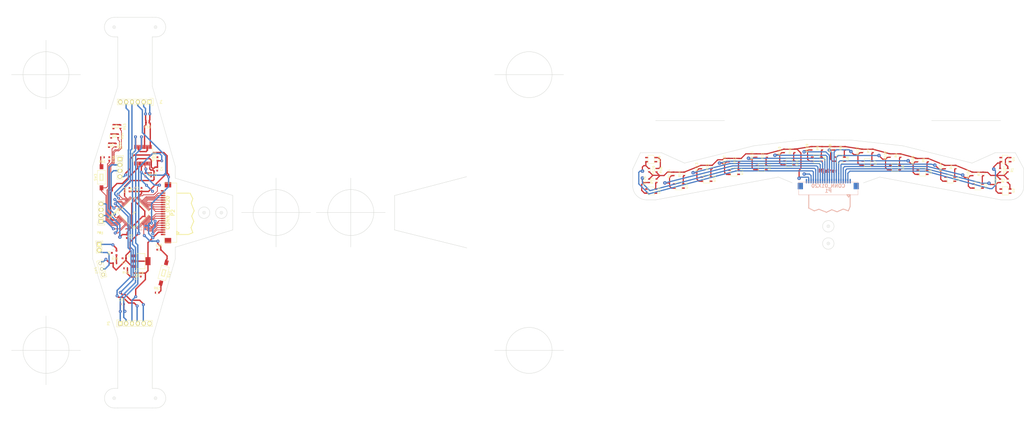
<source format=kicad_pcb>
(kicad_pcb (version 4) (host pcbnew 4.0.4-stable)
  (layers (0 F.Cu signal) (31 B.Cu signal) (34 B.Paste user) (35 F.Paste user) (36 B.SilkS user) (37 F.SilkS user) (38 B.Mask user) (39 F.Mask user) (44 Edge.Cuts user))
  (net 0 "")
  (net 1 /wyj1)
  (net 2 /wyj2)
  (net 3 /wyj3)
  (net 4 /wyj4)
  (net 5 /wyj5)
  (net 6 /wyj6)
  (net 7 /wyj7)
  (net 8 /wyj8)
  (net 9 /wyj9)
  (net 10 /wyj13)
  (net 11 /wyj14)
  (net 12 /wyj15)
  (net 13 /wyj16)
  (net 14 "Net-(R1-Pad1)")
  (net 15 "Net-(R2-Pad1)")
  (net 16 "Net-(R3-Pad1)")
  (net 17 "Net-(R4-Pad1)")
  (net 18 "Net-(R5-Pad1)")
  (net 19 "Net-(R6-Pad1)")
  (net 20 "Net-(R7-Pad1)")
  (net 21 "Net-(R8-Pad1)")
  (net 22 "Net-(R9-Pad1)")
  (net 23 "Net-(R10-Pad1)")
  (net 24 "Net-(R11-Pad1)")
  (net 25 "Net-(R12-Pad1)")
  (net 26 "Net-(R13-Pad1)")
  (net 27 "Net-(R14-Pad1)")
  (net 28 "Net-(R15-Pad1)")
  (net 29 "Net-(R16-Pad1)")
  (net 30 VCC)
  (net 31 PRZYCISK)
  (net 32 "Net-(Q1-Pad1)")
  (net 33 "Net-(D1-Pad1)")
  (net 34 "Net-(U21-Pad4)")
  (net 35 "Net-(U21-Pad5)")
  (net 36 "Net-(U21-Pad6)")
  (net 37 "Net-(U21-Pad28)")
  (net 38 "Net-(U21-Pad35)")
  (net 39 "Net-(U21-Pad39)")
  (net 40 "Net-(U21-Pad40)")
  (net 41 "Net-(U21-Pad44)")
  (net 42 "Net-(U21-Pad45)")
  (net 43 "Net-(SW2-Pad1)")
  (net 44 PWMB)
  (net 45 BIN2)
  (net 46 AIN2)
  (net 47 PWMA)
  (net 48 "Net-(D2-Pad2)")
  (net 49 RXD)
  (net 50 TXD)
  (net 51 "Net-(P6-Pad1)")
  (net 52 "Net-(P6-Pad2)")
  (net 53 VSS)
  (net 54 VDD)
  (net 55 PRZYCISK2)
  (net 56 "Net-(D3-Pad2)")
  (net 57 "Net-(D4-Pad2)")
  (net 58 "Net-(P1-Pad20)")
  (net 59 "Net-(P1-Pad1)")
  (net 60 "Net-(P2-Pad20)")
  (net 61 Wyj1a)
  (net 62 "Net-(P2-Pad1)")
  (net 63 Wyj16a)
  (net 64 Wyj15a)
  (net 65 Wyj14a)
  (net 66 Wyj13a)
  (net 67 Wyj12a)
  (net 68 Wyj11a)
  (net 69 Wyj10a)
  (net 70 Wyj9a)
  (net 71 Wyj8a)
  (net 72 Wyj7a)
  (net 73 Wyj6a)
  (net 74 Wyj5a)
  (net 75 Wyj4a)
  (net 76 Wyj3a)
  (net 77 Wyj2a)
  (net 78 E1OUT1)
  (net 79 E1OUT2)
  (net 80 E2OUT1)
  (net 81 E2OUT2)
  (net 82 LED1)
  (net 83 LED2)
  (net 84 LED3)
  (net 85 "Net-(R61-Pad2)")
  (net 86 "Net-(R63-Pad2)")
  (net 87 "Net-(U21-Pad18)")
  (net 88 "Net-(U21-Pad19)")
  (net 89 "Net-(U21-Pad29)")
  (net 90 "Net-(U21-Pad30)")
  (net 91 "Net-(U21-Pad33)")
  (net 92 "Net-(U21-Pad34)")
  (net 93 "Net-(U21-Pad43)")
  (net 94 "Net-(U21-Pad56)")
  (net 95 "Net-(U21-Pad57)")
  (net 96 "Net-(U21-Pad60)")
  (net 97 "Net-(U21-Pad61)")
  (net 98 "Net-(U21-Pad62)")
  (net 99 /wyj10)
  (net 100 /wyj11)
  (net 101 /wyj12)
  (net 102 SILNIK1a)
  (net 103 SILNIK1b)
  (net 104 SILNIK2a)
  (net 105 SILNIK2b)
  (net 106 SWCLK)
  (net 107 SWDIO)
  (net 108 "Net-(U21-Pad2)")
  (net 109 "Net-(U21-Pad3)")
  (net 110 "Net-(U21-Pad47)")
  (net 111 "Net-(U21-Pad48)")
  (net 112 "Net-(U21-Pad55)")
  (module misc:LQFP64 (layer F.Cu) (at 83.275766 105.16443 45)
    (fp_text reference U21 (at 0 0 45) (layer F.SilkS) (effects (font (size 0.59944 0.59944) (thickness 0.14986))))
    (fp_text value STM32F051R8Tx (at -6.10108 -5.90042 45) (layer F.SilkS) (effects (font (size 0.59944 0.59944) (thickness 0.14986))))
    (pad 1 smd rect (at -3.74904 5.72262 225) (size 0.28956 1.34874) (layers F.Cu F.Paste F.Mask) (net 30 VCC))
    (pad 2 smd rect (at -3.24866 5.72262 225) (size 0.28956 1.34874) (layers F.Cu F.Paste F.Mask) (net 108 "Net-(U21-Pad2)"))
    (pad 3 smd rect (at -2.74828 5.72262 225) (size 0.28956 1.34874) (layers F.Cu F.Paste F.Mask) (net 109 "Net-(U21-Pad3)"))
    (pad 4 smd rect (at -2.2479 5.72262 225) (size 0.28956 1.34874) (layers F.Cu F.Paste F.Mask) (net 34 "Net-(U21-Pad4)"))
    (pad 5 smd rect (at -1.74752 5.72262 225) (size 0.28956 1.34874) (layers F.Cu F.Paste F.Mask) (net 35 "Net-(U21-Pad5)"))
    (pad 6 smd rect (at -1.24968 5.72262 225) (size 0.28956 1.34874) (layers F.Cu F.Paste F.Mask) (net 36 "Net-(U21-Pad6)"))
    (pad 7 smd rect (at -0.7493 5.72262 225) (size 0.28956 1.34874) (layers F.Cu F.Paste F.Mask) (net 31 PRZYCISK))
    (pad 8 smd rect (at -0.24892 5.72262 225) (size 0.28956 1.34874) (layers F.Cu F.Paste F.Mask) (net 63 Wyj16a))
    (pad 9 smd rect (at 0.24892 5.72262 225) (size 0.28956 1.34874) (layers F.Cu F.Paste F.Mask) (net 64 Wyj15a))
    (pad 10 smd rect (at 0.7493 5.72262 225) (size 0.28956 1.34874) (layers F.Cu F.Paste F.Mask) (net 65 Wyj14a))
    (pad 11 smd rect (at 1.24968 5.72262 225) (size 0.28956 1.34874) (layers F.Cu F.Paste F.Mask) (net 66 Wyj13a))
    (pad 12 smd rect (at 1.74752 5.72262 225) (size 0.28956 1.34874) (layers F.Cu F.Paste F.Mask) (net 53 VSS))
    (pad 13 smd rect (at 2.2479 5.72262 225) (size 0.28956 1.34874) (layers F.Cu F.Paste F.Mask) (net 54 VDD))
    (pad 14 smd rect (at 2.74828 5.72262 225) (size 0.28956 1.34874) (layers F.Cu F.Paste F.Mask) (net 67 Wyj12a))
    (pad 15 smd rect (at 3.24866 5.72262 225) (size 0.28956 1.34874) (layers F.Cu F.Paste F.Mask) (net 68 Wyj11a))
    (pad 16 smd rect (at 3.74904 5.72262 225) (size 0.28956 1.34874) (layers F.Cu F.Paste F.Mask) (net 69 Wyj10a))
    (pad 17 smd rect (at 5.72262 3.74904 315) (size 0.28956 1.34874) (layers F.Cu F.Paste F.Mask) (net 70 Wyj9a))
    (pad 18 smd rect (at 5.72262 3.24866 315) (size 0.28956 1.34874) (layers F.Cu F.Paste F.Mask) (net 87 "Net-(U21-Pad18)"))
    (pad 19 smd rect (at 5.72262 2.74828 315) (size 0.28956 1.34874) (layers F.Cu F.Paste F.Mask) (net 88 "Net-(U21-Pad19)"))
    (pad 20 smd rect (at 5.72262 2.2479 315) (size 0.28956 1.34874) (layers F.Cu F.Paste F.Mask) (net 71 Wyj8a))
    (pad 21 smd rect (at 5.72262 1.74752 315) (size 0.28956 1.34874) (layers F.Cu F.Paste F.Mask) (net 72 Wyj7a))
    (pad 22 smd rect (at 5.72262 1.24968 315) (size 0.28956 1.34874) (layers F.Cu F.Paste F.Mask) (net 73 Wyj6a))
    (pad 23 smd rect (at 5.72262 0.7493 315) (size 0.28956 1.34874) (layers F.Cu F.Paste F.Mask) (net 74 Wyj5a))
    (pad 24 smd rect (at 5.72262 0.24892 315) (size 0.28956 1.34874) (layers F.Cu F.Paste F.Mask) (net 75 Wyj4a))
    (pad 25 smd rect (at 5.72262 -0.24892 315) (size 0.28956 1.34874) (layers F.Cu F.Paste F.Mask) (net 76 Wyj3a))
    (pad 26 smd rect (at 5.72262 -0.7493 315) (size 0.28956 1.34874) (layers F.Cu F.Paste F.Mask) (net 77 Wyj2a))
    (pad 27 smd rect (at 5.72262 -1.24968 315) (size 0.28956 1.34874) (layers F.Cu F.Paste F.Mask) (net 61 Wyj1a))
    (pad 28 smd rect (at 5.72262 -1.74752 315) (size 0.28956 1.34874) (layers F.Cu F.Paste F.Mask) (net 37 "Net-(U21-Pad28)"))
    (pad 29 smd rect (at 5.72262 -2.2479 315) (size 0.28956 1.34874) (layers F.Cu F.Paste F.Mask) (net 89 "Net-(U21-Pad29)"))
    (pad 30 smd rect (at 5.72262 -2.74828 315) (size 0.28956 1.34874) (layers F.Cu F.Paste F.Mask) (net 90 "Net-(U21-Pad30)"))
    (pad 31 smd rect (at 5.72262 -3.24866 315) (size 0.28956 1.34874) (layers F.Cu F.Paste F.Mask) (net 53 VSS))
    (pad 32 smd rect (at 5.72262 -3.74904 315) (size 0.28956 1.34874) (layers F.Cu F.Paste F.Mask) (net 54 VDD))
    (pad 33 smd rect (at 3.74904 -5.72262 45) (size 0.28956 1.34874) (layers F.Cu F.Paste F.Mask) (net 91 "Net-(U21-Pad33)"))
    (pad 34 smd rect (at 3.24866 -5.72262 45) (size 0.28956 1.34874) (layers F.Cu F.Paste F.Mask) (net 92 "Net-(U21-Pad34)"))
    (pad 35 smd rect (at 2.74828 -5.72262 45) (size 0.28956 1.34874) (layers F.Cu F.Paste F.Mask) (net 38 "Net-(U21-Pad35)"))
    (pad 36 smd rect (at 2.2479 -5.72262 45) (size 0.28956 1.34874) (layers F.Cu F.Paste F.Mask) (net 47 PWMA))
    (pad 37 smd rect (at 1.74752 -5.72262 45) (size 0.28956 1.34874) (layers F.Cu F.Paste F.Mask) (net 78 E1OUT1))
    (pad 38 smd rect (at 1.24968 -5.72262 45) (size 0.28956 1.34874) (layers F.Cu F.Paste F.Mask) (net 79 E1OUT2))
    (pad 39 smd rect (at 0.7493 -5.72262 45) (size 0.28956 1.34874) (layers F.Cu F.Paste F.Mask) (net 39 "Net-(U21-Pad39)"))
    (pad 40 smd rect (at 0.24892 -5.72262 45) (size 0.28956 1.34874) (layers F.Cu F.Paste F.Mask) (net 40 "Net-(U21-Pad40)"))
    (pad 41 smd rect (at -0.24892 -5.72262 45) (size 0.28956 1.34874) (layers F.Cu F.Paste F.Mask) (net 81 E2OUT2))
    (pad 42 smd rect (at -0.7493 -5.72262 45) (size 0.28956 1.34874) (layers F.Cu F.Paste F.Mask) (net 80 E2OUT1))
    (pad 43 smd rect (at -1.24968 -5.72262 45) (size 0.28956 1.34874) (layers F.Cu F.Paste F.Mask) (net 93 "Net-(U21-Pad43)"))
    (pad 44 smd rect (at -1.74752 -5.72262 45) (size 0.28956 1.34874) (layers F.Cu F.Paste F.Mask) (net 41 "Net-(U21-Pad44)"))
    (pad 45 smd rect (at -2.2479 -5.72262 45) (size 0.28956 1.34874) (layers F.Cu F.Paste F.Mask) (net 42 "Net-(U21-Pad45)"))
    (pad 46 smd rect (at -2.74828 -5.72262 45) (size 0.28956 1.34874) (layers F.Cu F.Paste F.Mask) (net 107 SWDIO))
    (pad 47 smd rect (at -3.24866 -5.72262 45) (size 0.28956 1.34874) (layers F.Cu F.Paste F.Mask) (net 110 "Net-(U21-Pad47)"))
    (pad 48 smd rect (at -3.74904 -5.72262 45) (size 0.28956 1.34874) (layers F.Cu F.Paste F.Mask) (net 111 "Net-(U21-Pad48)"))
    (pad 49 smd rect (at -5.72262 -3.74904 135) (size 0.28956 1.34874) (layers F.Cu F.Paste F.Mask) (net 106 SWCLK))
    (pad 50 smd rect (at -5.72262 -3.24866 135) (size 0.28956 1.34874) (layers F.Cu F.Paste F.Mask) (net 44 PWMB))
    (pad 51 smd rect (at -5.72262 -2.74828 135) (size 0.28956 1.34874) (layers F.Cu F.Paste F.Mask) (net 82 LED1))
    (pad 52 smd rect (at -5.72262 -2.2479 135) (size 0.28956 1.34874) (layers F.Cu F.Paste F.Mask) (net 83 LED2))
    (pad 53 smd rect (at -5.72262 -1.74752 135) (size 0.28956 1.34874) (layers F.Cu F.Paste F.Mask) (net 84 LED3))
    (pad 54 smd rect (at -5.72262 -1.24968 135) (size 0.28956 1.34874) (layers F.Cu F.Paste F.Mask) (net 55 PRZYCISK2))
    (pad 55 smd rect (at -5.72262 -0.7493 135) (size 0.28956 1.34874) (layers F.Cu F.Paste F.Mask) (net 112 "Net-(U21-Pad55)"))
    (pad 56 smd rect (at -5.72262 -0.24892 135) (size 0.28956 1.34874) (layers F.Cu F.Paste F.Mask) (net 94 "Net-(U21-Pad56)"))
    (pad 57 smd rect (at -5.72262 0.24892 135) (size 0.28956 1.34874) (layers F.Cu F.Paste F.Mask) (net 95 "Net-(U21-Pad57)"))
    (pad 58 smd rect (at -5.72262 0.7493 135) (size 0.28956 1.34874) (layers F.Cu F.Paste F.Mask) (net 49 RXD))
    (pad 59 smd rect (at -5.72262 1.24968 135) (size 0.28956 1.34874) (layers F.Cu F.Paste F.Mask) (net 50 TXD))
    (pad 60 smd rect (at -5.72262 1.74752 135) (size 0.28956 1.34874) (layers F.Cu F.Paste F.Mask) (net 96 "Net-(U21-Pad60)"))
    (pad 61 smd rect (at -5.72262 2.2479 135) (size 0.28956 1.34874) (layers F.Cu F.Paste F.Mask) (net 97 "Net-(U21-Pad61)"))
    (pad 62 smd rect (at -5.72262 2.74828 135) (size 0.28956 1.34874) (layers F.Cu F.Paste F.Mask) (net 98 "Net-(U21-Pad62)"))
    (pad 63 smd rect (at -5.72262 3.24866 135) (size 0.28956 1.34874) (layers F.Cu F.Paste F.Mask) (net 53 VSS))
    (pad 64 smd rect (at -5.72262 3.74904 135) (size 0.28956 1.34874) (layers F.Cu F.Paste F.Mask) (net 54 VDD))
  )
  (module Pin_Headers:Pin_Header_Straight_1x06 (layer F.Cu) (at 90.008246 56.86443 270)
    (fp_text reference P4 (at 0 -5.1 270) (layer F.SilkS))
    (fp_text value CONN_01X06)
    (pad 1 thru_hole rect (at 0 0 270) (size 2.032 1.7272) (drill 1.016) (layers *.Cu *.Mask F.SilkS) (net 102 SILNIK1a))
    (pad 2 thru_hole oval (at 0 2.54 270) (size 2.032 1.7272) (drill 1.016) (layers *.Cu *.Mask F.SilkS) (net 103 SILNIK1b))
    (pad 3 thru_hole oval (at 0 5.08 270) (size 2.032 1.7272) (drill 1.016) (layers *.Cu *.Mask F.SilkS) (net 54 VDD))
    (pad 4 thru_hole oval (at 0 7.62 270) (size 2.032 1.7272) (drill 1.016) (layers *.Cu *.Mask F.SilkS) (net 78 E1OUT1))
    (pad 5 thru_hole oval (at 0 10.16 270) (size 2.032 1.7272) (drill 1.016) (layers *.Cu *.Mask F.SilkS) (net 79 E1OUT2))
    (pad 6 thru_hole oval (at 0 12.7 270) (size 2.032 1.7272) (drill 1.016) (layers *.Cu *.Mask F.SilkS) (net 53 VSS))
  )
  (module Capacitors_SMD:C_0603 (layer F.Cu) (at 78.128246 144.86443)
    (fp_text reference C51 (at 0 -1.9) (layer F.SilkS))
    (fp_text value "3.3 nF")
    (pad 1 smd rect (at -0.75 0) (size 0.8 0.75) (layers F.Cu F.Paste F.Mask) (net 104 SILNIK2a))
    (pad 2 smd rect (at 0.75 0) (size 0.8 0.75) (layers F.Cu F.Paste F.Mask) (net 105 SILNIK2b))
  )
  (module Resistors_SMD:R_0603 (layer F.Cu) (at 463.090018 86.530638 270)
    (fp_text reference R1 (at 0 -1.9 270) (layer F.SilkS))
    (fp_text value 220)
    (pad 1 smd rect (at -0.75 0 270) (size 0.5 0.9) (layers F.Cu F.Paste F.Mask) (net 14 "Net-(R1-Pad1)"))
    (pad 2 smd rect (at 0.75 0 270) (size 0.5 0.9) (layers F.Cu F.Paste F.Mask) (net 54 VDD))
  )
  (module Resistors_SMD:R_0603 (layer F.Cu) (at 463.090018 91.130638 90)
    (fp_text reference R2 (at 0 -1.9 90) (layer F.SilkS))
    (fp_text value 220)
    (pad 1 smd rect (at -0.75 0 90) (size 0.5 0.9) (layers F.Cu F.Paste F.Mask) (net 15 "Net-(R2-Pad1)"))
    (pad 2 smd rect (at 0.75 0 90) (size 0.5 0.9) (layers F.Cu F.Paste F.Mask) (net 54 VDD))
  )
  (module Resistors_SMD:R_0603 (layer F.Cu) (at 452.415018 88.205638 90)
    (fp_text reference R3 (at 0 -1.9 90) (layer F.SilkS))
    (fp_text value 220)
    (pad 1 smd rect (at -0.75 0 90) (size 0.5 0.9) (layers F.Cu F.Paste F.Mask) (net 16 "Net-(R3-Pad1)"))
    (pad 2 smd rect (at 0.75 0 90) (size 0.5 0.9) (layers F.Cu F.Paste F.Mask) (net 54 VDD))
  )
  (module Resistors_SMD:R_0603 (layer F.Cu) (at 440.390018 85.180638 90)
    (fp_text reference R4 (at 0 -1.9 90) (layer F.SilkS))
    (fp_text value 220)
    (pad 1 smd rect (at -0.75 0 90) (size 0.5 0.9) (layers F.Cu F.Paste F.Mask) (net 17 "Net-(R4-Pad1)"))
    (pad 2 smd rect (at 0.75 0 90) (size 0.5 0.9) (layers F.Cu F.Paste F.Mask) (net 54 VDD))
  )
  (module Resistors_SMD:R_0603 (layer F.Cu) (at 428.390018 82.180638 90)
    (fp_text reference R5 (at 0 -1.9 90) (layer F.SilkS))
    (fp_text value 220)
    (pad 1 smd rect (at -0.75 0 90) (size 0.5 0.9) (layers F.Cu F.Paste F.Mask) (net 18 "Net-(R5-Pad1)"))
    (pad 2 smd rect (at 0.75 0 90) (size 0.5 0.9) (layers F.Cu F.Paste F.Mask) (net 54 VDD))
  )
  (module Resistors_SMD:R_0603 (layer F.Cu) (at 416.415018 80.205638 90)
    (fp_text reference R6 (at 0 -1.9 90) (layer F.SilkS))
    (fp_text value 220)
    (pad 1 smd rect (at -0.75 0 90) (size 0.5 0.9) (layers F.Cu F.Paste F.Mask) (net 19 "Net-(R6-Pad1)"))
    (pad 2 smd rect (at 0.75 0 90) (size 0.5 0.9) (layers F.Cu F.Paste F.Mask) (net 54 VDD))
  )
  (module Resistors_SMD:R_0603 (layer F.Cu) (at 404.415018 78.180638 90)
    (fp_text reference R7 (at 0 -1.9 90) (layer F.SilkS))
    (fp_text value 220)
    (pad 1 smd rect (at -0.75 0 90) (size 0.5 0.9) (layers F.Cu F.Paste F.Mask) (net 20 "Net-(R7-Pad1)"))
    (pad 2 smd rect (at 0.75 0 90) (size 0.5 0.9) (layers F.Cu F.Paste F.Mask) (net 54 VDD))
  )
  (module Resistors_SMD:R_0603 (layer F.Cu) (at 392.390018 77.055638 90)
    (fp_text reference R8 (at 0 -1.9 90) (layer F.SilkS))
    (fp_text value 220)
    (pad 1 smd rect (at -0.75 0 90) (size 0.5 0.9) (layers F.Cu F.Paste F.Mask) (net 21 "Net-(R8-Pad1)"))
    (pad 2 smd rect (at 0.75 0 90) (size 0.5 0.9) (layers F.Cu F.Paste F.Mask) (net 54 VDD))
  )
  (module Resistors_SMD:R_0603 (layer F.Cu) (at 382.390018 77.055638 90)
    (fp_text reference R9 (at 0 -1.9 90) (layer F.SilkS))
    (fp_text value 220)
    (pad 1 smd rect (at -0.75 0 90) (size 0.5 0.9) (layers F.Cu F.Paste F.Mask) (net 22 "Net-(R9-Pad1)"))
    (pad 2 smd rect (at 0.75 0 90) (size 0.5 0.9) (layers F.Cu F.Paste F.Mask) (net 54 VDD))
  )
  (module Resistors_SMD:R_0603 (layer F.Cu) (at 370.390018 78.180638 90)
    (fp_text reference R10 (at 0 -1.9 90) (layer F.SilkS))
    (fp_text value 220)
    (pad 1 smd rect (at -0.75 0 90) (size 0.5 0.9) (layers F.Cu F.Paste F.Mask) (net 23 "Net-(R10-Pad1)"))
    (pad 2 smd rect (at 0.75 0 90) (size 0.5 0.9) (layers F.Cu F.Paste F.Mask) (net 54 VDD))
  )
  (module Resistors_SMD:R_0603 (layer F.Cu) (at 358.390018 80.205638 90)
    (fp_text reference R11 (at 0 -1.9 90) (layer F.SilkS))
    (fp_text value 220)
    (pad 1 smd rect (at -0.75 0 90) (size 0.5 0.9) (layers F.Cu F.Paste F.Mask) (net 24 "Net-(R11-Pad1)"))
    (pad 2 smd rect (at 0.75 0 90) (size 0.5 0.9) (layers F.Cu F.Paste F.Mask) (net 54 VDD))
  )
  (module Resistors_SMD:R_0603 (layer F.Cu) (at 346.365018 82.180638 90)
    (fp_text reference R12 (at 0 -1.9 90) (layer F.SilkS))
    (fp_text value 220)
    (pad 1 smd rect (at -0.75 0 90) (size 0.5 0.9) (layers F.Cu F.Paste F.Mask) (net 25 "Net-(R12-Pad1)"))
    (pad 2 smd rect (at 0.75 0 90) (size 0.5 0.9) (layers F.Cu F.Paste F.Mask) (net 54 VDD))
  )
  (module Resistors_SMD:R_0603 (layer F.Cu) (at 334.415018 85.205638 90)
    (fp_text reference R13 (at 0 -1.9 90) (layer F.SilkS))
    (fp_text value 220)
    (pad 1 smd rect (at -0.75 0 90) (size 0.5 0.9) (layers F.Cu F.Paste F.Mask) (net 26 "Net-(R13-Pad1)"))
    (pad 2 smd rect (at 0.75 0 90) (size 0.5 0.9) (layers F.Cu F.Paste F.Mask) (net 54 VDD))
  )
  (module Resistors_SMD:R_0603 (layer F.Cu) (at 322.390018 88.180638 90)
    (fp_text reference R14 (at 0 -1.9 90) (layer F.SilkS))
    (fp_text value 220)
    (pad 1 smd rect (at -0.75 0 90) (size 0.5 0.9) (layers F.Cu F.Paste F.Mask) (net 27 "Net-(R14-Pad1)"))
    (pad 2 smd rect (at 0.75 0 90) (size 0.5 0.9) (layers F.Cu F.Paste F.Mask) (net 54 VDD))
  )
  (module Resistors_SMD:R_0603 (layer F.Cu) (at 310.415018 91.155638 90)
    (fp_text reference R15 (at 0 -1.9 90) (layer F.SilkS))
    (fp_text value 220)
    (pad 1 smd rect (at -0.75 0 90) (size 0.5 0.9) (layers F.Cu F.Paste F.Mask) (net 28 "Net-(R15-Pad1)"))
    (pad 2 smd rect (at 0.75 0 90) (size 0.5 0.9) (layers F.Cu F.Paste F.Mask) (net 54 VDD))
  )
  (module Resistors_SMD:R_0603 (layer F.Cu) (at 310.390018 86.530638 270)
    (fp_text reference R16 (at 0 -1.9 270) (layer F.SilkS))
    (fp_text value 220)
    (pad 1 smd rect (at -0.75 0 270) (size 0.5 0.9) (layers F.Cu F.Paste F.Mask) (net 29 "Net-(R16-Pad1)"))
    (pad 2 smd rect (at 0.75 0 270) (size 0.5 0.9) (layers F.Cu F.Paste F.Mask) (net 54 VDD))
  )
  (module Resistors_SMD:R_0603 (layer F.Cu) (at 459.765018 86.530638 270)
    (fp_text reference R101 (at 0 -1.9 270) (layer F.SilkS))
    (fp_text value 20K)
    (pad 1 smd rect (at -0.75 0 270) (size 0.5 0.9) (layers F.Cu F.Paste F.Mask) (net 1 /wyj1))
    (pad 2 smd rect (at 0.75 0 270) (size 0.5 0.9) (layers F.Cu F.Paste F.Mask) (net 54 VDD))
  )
  (module Resistors_SMD:R_0603 (layer F.Cu) (at 459.790018 91.180638 90)
    (fp_text reference R102 (at 0 -1.9 90) (layer F.SilkS))
    (fp_text value 20K)
    (pad 1 smd rect (at -0.75 0 90) (size 0.5 0.9) (layers F.Cu F.Paste F.Mask) (net 2 /wyj2))
    (pad 2 smd rect (at 0.75 0 90) (size 0.5 0.9) (layers F.Cu F.Paste F.Mask) (net 54 VDD))
  )
  (module Resistors_SMD:R_0603 (layer F.Cu) (at 447.790018 88.180638 90)
    (fp_text reference R103 (at 0 -1.9 90) (layer F.SilkS))
    (fp_text value 20K)
    (pad 1 smd rect (at -0.75 0 90) (size 0.5 0.9) (layers F.Cu F.Paste F.Mask) (net 3 /wyj3))
    (pad 2 smd rect (at 0.75 0 90) (size 0.5 0.9) (layers F.Cu F.Paste F.Mask) (net 54 VDD))
  )
  (module Resistors_SMD:R_0603 (layer F.Cu) (at 435.790018 85.205638 90)
    (fp_text reference R104 (at 0 -1.9 90) (layer F.SilkS))
    (fp_text value 20K)
    (pad 1 smd rect (at -0.75 0 90) (size 0.5 0.9) (layers F.Cu F.Paste F.Mask) (net 4 /wyj4))
    (pad 2 smd rect (at 0.75 0 90) (size 0.5 0.9) (layers F.Cu F.Paste F.Mask) (net 54 VDD))
  )
  (module Resistors_SMD:R_0603 (layer F.Cu) (at 423.765018 82.180638 90)
    (fp_text reference R105 (at 0 -1.9 90) (layer F.SilkS))
    (fp_text value 20K)
    (pad 1 smd rect (at -0.75 0 90) (size 0.5 0.9) (layers F.Cu F.Paste F.Mask) (net 5 /wyj5))
    (pad 2 smd rect (at 0.75 0 90) (size 0.5 0.9) (layers F.Cu F.Paste F.Mask) (net 54 VDD))
  )
  (module Resistors_SMD:R_0603 (layer F.Cu) (at 411.790018 80.180638 90)
    (fp_text reference R106 (at 0 -1.9 90) (layer F.SilkS))
    (fp_text value 20K)
    (pad 1 smd rect (at -0.75 0 90) (size 0.5 0.9) (layers F.Cu F.Paste F.Mask) (net 6 /wyj6))
    (pad 2 smd rect (at 0.75 0 90) (size 0.5 0.9) (layers F.Cu F.Paste F.Mask) (net 54 VDD))
  )
  (module Resistors_SMD:R_0603 (layer F.Cu) (at 399.815018 78.180638 90)
    (fp_text reference R107 (at 0 -1.9 90) (layer F.SilkS))
    (fp_text value 20K)
    (pad 1 smd rect (at -0.75 0 90) (size 0.5 0.9) (layers F.Cu F.Paste F.Mask) (net 7 /wyj7))
    (pad 2 smd rect (at 0.75 0 90) (size 0.5 0.9) (layers F.Cu F.Paste F.Mask) (net 54 VDD))
  )
  (module Resistors_SMD:R_0603 (layer F.Cu) (at 387.790018 77.055638 90)
    (fp_text reference R108 (at 0 -1.9 90) (layer F.SilkS))
    (fp_text value 20K)
    (pad 1 smd rect (at -0.75 0 90) (size 0.5 0.9) (layers F.Cu F.Paste F.Mask) (net 8 /wyj8))
    (pad 2 smd rect (at 0.75 0 90) (size 0.5 0.9) (layers F.Cu F.Paste F.Mask) (net 54 VDD))
  )
  (module Resistors_SMD:R_0603 (layer F.Cu) (at 377.790018 77.030638 90)
    (fp_text reference R109 (at 0 -1.9 90) (layer F.SilkS))
    (fp_text value 20K)
    (pad 1 smd rect (at -0.75 0 90) (size 0.5 0.9) (layers F.Cu F.Paste F.Mask) (net 9 /wyj9))
    (pad 2 smd rect (at 0.75 0 90) (size 0.5 0.9) (layers F.Cu F.Paste F.Mask) (net 54 VDD))
  )
  (module Resistors_SMD:R_0603 (layer F.Cu) (at 365.815018 78.180638 90)
    (fp_text reference R110 (at 0 -1.9 90) (layer F.SilkS))
    (fp_text value 20K)
    (pad 1 smd rect (at -0.75 0 90) (size 0.5 0.9) (layers F.Cu F.Paste F.Mask) (net 99 /wyj10))
    (pad 2 smd rect (at 0.75 0 90) (size 0.5 0.9) (layers F.Cu F.Paste F.Mask) (net 54 VDD))
  )
  (module Resistors_SMD:R_0603 (layer F.Cu) (at 353.790018 80.180638 90)
    (fp_text reference R111 (at 0 -1.9 90) (layer F.SilkS))
    (fp_text value 20K)
    (pad 1 smd rect (at -0.75 0 90) (size 0.5 0.9) (layers F.Cu F.Paste F.Mask) (net 100 /wyj11))
    (pad 2 smd rect (at 0.75 0 90) (size 0.5 0.9) (layers F.Cu F.Paste F.Mask) (net 54 VDD))
  )
  (module Resistors_SMD:R_0603 (layer F.Cu) (at 341.790018 82.155638 90)
    (fp_text reference R112 (at 0 -1.9 90) (layer F.SilkS))
    (fp_text value 20K)
    (pad 1 smd rect (at -0.75 0 90) (size 0.5 0.9) (layers F.Cu F.Paste F.Mask) (net 101 /wyj12))
    (pad 2 smd rect (at 0.75 0 90) (size 0.5 0.9) (layers F.Cu F.Paste F.Mask) (net 54 VDD))
  )
  (module Resistors_SMD:R_0603 (layer F.Cu) (at 329.790018 85.205638 90)
    (fp_text reference R113 (at 0 -1.9 90) (layer F.SilkS))
    (fp_text value 20K)
    (pad 1 smd rect (at -0.75 0 90) (size 0.5 0.9) (layers F.Cu F.Paste F.Mask) (net 10 /wyj13))
    (pad 2 smd rect (at 0.75 0 90) (size 0.5 0.9) (layers F.Cu F.Paste F.Mask) (net 54 VDD))
  )
  (module Resistors_SMD:R_0603 (layer F.Cu) (at 317.790018 88.155638 90)
    (fp_text reference R114 (at 0 -1.9 90) (layer F.SilkS))
    (fp_text value 20K)
    (pad 1 smd rect (at -0.75 0 90) (size 0.5 0.9) (layers F.Cu F.Paste F.Mask) (net 11 /wyj14))
    (pad 2 smd rect (at 0.75 0 90) (size 0.5 0.9) (layers F.Cu F.Paste F.Mask) (net 54 VDD))
  )
  (module Resistors_SMD:R_0603 (layer F.Cu) (at 307.190018 91.180638 90)
    (fp_text reference R115 (at 0 -1.9 90) (layer F.SilkS))
    (fp_text value 20K)
    (pad 1 smd rect (at -0.75 0 90) (size 0.5 0.9) (layers F.Cu F.Paste F.Mask) (net 12 /wyj15))
    (pad 2 smd rect (at 0.75 0 90) (size 0.5 0.9) (layers F.Cu F.Paste F.Mask) (net 54 VDD))
  )
  (module Resistors_SMD:R_0603 (layer F.Cu) (at 307.190018 86.530638 270)
    (fp_text reference R116 (at 0 -1.9 270) (layer F.SilkS))
    (fp_text value 20K)
    (pad 1 smd rect (at -0.75 0 270) (size 0.5 0.9) (layers F.Cu F.Paste F.Mask) (net 13 /wyj16))
    (pad 2 smd rect (at 0.75 0 270) (size 0.5 0.9) (layers F.Cu F.Paste F.Mask) (net 54 VDD))
  )
  (module warsztaty:KTIR0711S (layer F.Cu) (at 308.090018 81.980638 270)
    (fp_text reference U16 (at -0.219 -3.407 270) (layer F.SilkS))
    (fp_text value KTIR0711S)
    (pad 1 smd rect (at -0.905 -1.965 270) (size 0.6 1.3) (layers F.Cu F.Paste F.Mask) (net 29 "Net-(R16-Pad1)"))
    (pad 2 smd rect (at -0.905 1.965 270) (size 0.6 1.3) (layers F.Cu F.Paste F.Mask) (net 53 VSS))
    (pad 3 smd rect (at 0.895 -1.965 270) (size 0.6 1.3) (layers F.Cu F.Paste F.Mask) (net 53 VSS))
    (pad 4 smd rect (at 0.895 1.965 270) (size 0.6 1.3) (layers F.Cu F.Paste F.Mask) (net 13 /wyj16))
  )
  (module warsztaty:KTIR0711S (layer F.Cu) (at 308.090018 95.680638 270)
    (fp_text reference U15 (at -0.219 -3.407 270) (layer F.SilkS))
    (fp_text value KTIR0711S)
    (pad 1 smd rect (at -0.905 -1.965 270) (size 0.6 1.3) (layers F.Cu F.Paste F.Mask) (net 28 "Net-(R15-Pad1)"))
    (pad 2 smd rect (at -0.905 1.965 270) (size 0.6 1.3) (layers F.Cu F.Paste F.Mask) (net 53 VSS))
    (pad 3 smd rect (at 0.895 -1.965 270) (size 0.6 1.3) (layers F.Cu F.Paste F.Mask) (net 53 VSS))
    (pad 4 smd rect (at 0.895 1.965 270) (size 0.6 1.3) (layers F.Cu F.Paste F.Mask) (net 12 /wyj15))
  )
  (module warsztaty:KTIR0711S (layer F.Cu) (at 320.090018 93.480638 270)
    (fp_text reference U14 (at -0.219 -3.407 270) (layer F.SilkS))
    (fp_text value KTIR0711S)
    (pad 1 smd rect (at -0.905 -1.965 270) (size 0.6 1.3) (layers F.Cu F.Paste F.Mask) (net 27 "Net-(R14-Pad1)"))
    (pad 2 smd rect (at -0.905 1.965 270) (size 0.6 1.3) (layers F.Cu F.Paste F.Mask) (net 53 VSS))
    (pad 3 smd rect (at 0.895 -1.965 270) (size 0.6 1.3) (layers F.Cu F.Paste F.Mask) (net 53 VSS))
    (pad 4 smd rect (at 0.895 1.965 270) (size 0.6 1.3) (layers F.Cu F.Paste F.Mask) (net 11 /wyj14))
  )
  (module warsztaty:KTIR0711S (layer F.Cu) (at 332.090018 90.480638 270)
    (fp_text reference U13 (at -0.219 -3.407 270) (layer F.SilkS))
    (fp_text value KTIR0711S)
    (pad 1 smd rect (at -0.905 -1.965 270) (size 0.6 1.3) (layers F.Cu F.Paste F.Mask) (net 26 "Net-(R13-Pad1)"))
    (pad 2 smd rect (at -0.905 1.965 270) (size 0.6 1.3) (layers F.Cu F.Paste F.Mask) (net 53 VSS))
    (pad 3 smd rect (at 0.895 -1.965 270) (size 0.6 1.3) (layers F.Cu F.Paste F.Mask) (net 53 VSS))
    (pad 4 smd rect (at 0.895 1.965 270) (size 0.6 1.3) (layers F.Cu F.Paste F.Mask) (net 10 /wyj13))
  )
  (module warsztaty:KTIR0711S (layer F.Cu) (at 344.090018 87.480638 270)
    (fp_text reference U12 (at -0.219 -3.407 270) (layer F.SilkS))
    (fp_text value KTIR0711S)
    (pad 1 smd rect (at -0.905 -1.965 270) (size 0.6 1.3) (layers F.Cu F.Paste F.Mask) (net 25 "Net-(R12-Pad1)"))
    (pad 2 smd rect (at -0.905 1.965 270) (size 0.6 1.3) (layers F.Cu F.Paste F.Mask) (net 53 VSS))
    (pad 3 smd rect (at 0.895 -1.965 270) (size 0.6 1.3) (layers F.Cu F.Paste F.Mask) (net 53 VSS))
    (pad 4 smd rect (at 0.895 1.965 270) (size 0.6 1.3) (layers F.Cu F.Paste F.Mask) (net 101 /wyj12))
  )
  (module warsztaty:KTIR0711S (layer F.Cu) (at 356.090018 85.480638 270)
    (fp_text reference U11 (at -0.219 -3.407 270) (layer F.SilkS))
    (fp_text value KTIR0711S)
    (pad 1 smd rect (at -0.905 -1.965 270) (size 0.6 1.3) (layers F.Cu F.Paste F.Mask) (net 24 "Net-(R11-Pad1)"))
    (pad 2 smd rect (at -0.905 1.965 270) (size 0.6 1.3) (layers F.Cu F.Paste F.Mask) (net 53 VSS))
    (pad 3 smd rect (at 0.895 -1.965 270) (size 0.6 1.3) (layers F.Cu F.Paste F.Mask) (net 53 VSS))
    (pad 4 smd rect (at 0.895 1.965 270) (size 0.6 1.3) (layers F.Cu F.Paste F.Mask) (net 100 /wyj11))
  )
  (module warsztaty:KTIR0711S (layer F.Cu) (at 368.090018 83.480638 270)
    (fp_text reference U10 (at -0.219 -3.407 270) (layer F.SilkS))
    (fp_text value KTIR0711S)
    (pad 1 smd rect (at -0.905 -1.965 270) (size 0.6 1.3) (layers F.Cu F.Paste F.Mask) (net 23 "Net-(R10-Pad1)"))
    (pad 2 smd rect (at -0.905 1.965 270) (size 0.6 1.3) (layers F.Cu F.Paste F.Mask) (net 53 VSS))
    (pad 3 smd rect (at 0.895 -1.965 270) (size 0.6 1.3) (layers F.Cu F.Paste F.Mask) (net 53 VSS))
    (pad 4 smd rect (at 0.895 1.965 270) (size 0.6 1.3) (layers F.Cu F.Paste F.Mask) (net 99 /wyj10))
  )
  (module warsztaty:KTIR0711S (layer F.Cu) (at 380.090018 81.785638 270)
    (fp_text reference U9 (at -0.219 -3.407 270) (layer F.SilkS))
    (fp_text value KTIR0711S)
    (pad 1 smd rect (at -0.905 -1.965 270) (size 0.6 1.3) (layers F.Cu F.Paste F.Mask) (net 22 "Net-(R9-Pad1)"))
    (pad 2 smd rect (at -0.905 1.965 270) (size 0.6 1.3) (layers F.Cu F.Paste F.Mask) (net 53 VSS))
    (pad 3 smd rect (at 0.895 -1.965 270) (size 0.6 1.3) (layers F.Cu F.Paste F.Mask) (net 53 VSS))
    (pad 4 smd rect (at 0.895 1.965 270) (size 0.6 1.3) (layers F.Cu F.Paste F.Mask) (net 9 /wyj9))
  )
  (module warsztaty:KTIR0711S (layer F.Cu) (at 390.090018 81.785638 270)
    (fp_text reference U8 (at -0.219 -3.407 270) (layer F.SilkS))
    (fp_text value KTIR0711S)
    (pad 1 smd rect (at -0.905 -1.965 270) (size 0.6 1.3) (layers F.Cu F.Paste F.Mask) (net 21 "Net-(R8-Pad1)"))
    (pad 2 smd rect (at -0.905 1.965 270) (size 0.6 1.3) (layers F.Cu F.Paste F.Mask) (net 53 VSS))
    (pad 3 smd rect (at 0.895 -1.965 270) (size 0.6 1.3) (layers F.Cu F.Paste F.Mask) (net 53 VSS))
    (pad 4 smd rect (at 0.895 1.965 270) (size 0.6 1.3) (layers F.Cu F.Paste F.Mask) (net 8 /wyj8))
  )
  (module warsztaty:KTIR0711S (layer F.Cu) (at 402.090018 83.480638 270)
    (fp_text reference U7 (at -0.219 -3.407 270) (layer F.SilkS))
    (fp_text value KTIR0711S)
    (pad 1 smd rect (at -0.905 -1.965 270) (size 0.6 1.3) (layers F.Cu F.Paste F.Mask) (net 20 "Net-(R7-Pad1)"))
    (pad 2 smd rect (at -0.905 1.965 270) (size 0.6 1.3) (layers F.Cu F.Paste F.Mask) (net 53 VSS))
    (pad 3 smd rect (at 0.895 -1.965 270) (size 0.6 1.3) (layers F.Cu F.Paste F.Mask) (net 53 VSS))
    (pad 4 smd rect (at 0.895 1.965 270) (size 0.6 1.3) (layers F.Cu F.Paste F.Mask) (net 7 /wyj7))
  )
  (module warsztaty:KTIR0711S (layer F.Cu) (at 414.090018 85.480638 270)
    (fp_text reference U6 (at -0.219 -3.407 270) (layer F.SilkS))
    (fp_text value KTIR0711S)
    (pad 1 smd rect (at -0.905 -1.965 270) (size 0.6 1.3) (layers F.Cu F.Paste F.Mask) (net 19 "Net-(R6-Pad1)"))
    (pad 2 smd rect (at -0.905 1.965 270) (size 0.6 1.3) (layers F.Cu F.Paste F.Mask) (net 53 VSS))
    (pad 3 smd rect (at 0.895 -1.965 270) (size 0.6 1.3) (layers F.Cu F.Paste F.Mask) (net 53 VSS))
    (pad 4 smd rect (at 0.895 1.965 270) (size 0.6 1.3) (layers F.Cu F.Paste F.Mask) (net 6 /wyj6))
  )
  (module warsztaty:KTIR0711S (layer F.Cu) (at 426.055018 87.480638 270)
    (fp_text reference U5 (at -0.219 -3.407 270) (layer F.SilkS))
    (fp_text value KTIR0711S)
    (pad 1 smd rect (at -0.905 -1.965 270) (size 0.6 1.3) (layers F.Cu F.Paste F.Mask) (net 18 "Net-(R5-Pad1)"))
    (pad 2 smd rect (at -0.905 1.965 270) (size 0.6 1.3) (layers F.Cu F.Paste F.Mask) (net 53 VSS))
    (pad 3 smd rect (at 0.895 -1.965 270) (size 0.6 1.3) (layers F.Cu F.Paste F.Mask) (net 53 VSS))
    (pad 4 smd rect (at 0.895 1.965 270) (size 0.6 1.3) (layers F.Cu F.Paste F.Mask) (net 5 /wyj5))
  )
  (module warsztaty:KTIR0711S (layer F.Cu) (at 438.090018 90.480638 270)
    (fp_text reference U4 (at -0.219 -3.407 270) (layer F.SilkS))
    (fp_text value KTIR0711S)
    (pad 1 smd rect (at -0.905 -1.965 270) (size 0.6 1.3) (layers F.Cu F.Paste F.Mask) (net 17 "Net-(R4-Pad1)"))
    (pad 2 smd rect (at -0.905 1.965 270) (size 0.6 1.3) (layers F.Cu F.Paste F.Mask) (net 53 VSS))
    (pad 3 smd rect (at 0.895 -1.965 270) (size 0.6 1.3) (layers F.Cu F.Paste F.Mask) (net 53 VSS))
    (pad 4 smd rect (at 0.895 1.965 270) (size 0.6 1.3) (layers F.Cu F.Paste F.Mask) (net 4 /wyj4))
  )
  (module warsztaty:KTIR0711S (layer F.Cu) (at 450.090018 93.480638 270)
    (fp_text reference U3 (at -0.219 -3.407 270) (layer F.SilkS))
    (fp_text value KTIR0711S)
    (pad 1 smd rect (at -0.905 -1.965 270) (size 0.6 1.3) (layers F.Cu F.Paste F.Mask) (net 16 "Net-(R3-Pad1)"))
    (pad 2 smd rect (at -0.905 1.965 270) (size 0.6 1.3) (layers F.Cu F.Paste F.Mask) (net 53 VSS))
    (pad 3 smd rect (at 0.895 -1.965 270) (size 0.6 1.3) (layers F.Cu F.Paste F.Mask) (net 53 VSS))
    (pad 4 smd rect (at 0.895 1.965 270) (size 0.6 1.3) (layers F.Cu F.Paste F.Mask) (net 3 /wyj3))
  )
  (module warsztaty:KTIR0711S (layer F.Cu) (at 462.090018 95.680638 270)
    (fp_text reference U2 (at -0.219 -3.407 270) (layer F.SilkS))
    (fp_text value KTIR0711S)
    (pad 1 smd rect (at -0.905 -1.965 270) (size 0.6 1.3) (layers F.Cu F.Paste F.Mask) (net 15 "Net-(R2-Pad1)"))
    (pad 2 smd rect (at -0.905 1.965 270) (size 0.6 1.3) (layers F.Cu F.Paste F.Mask) (net 53 VSS))
    (pad 3 smd rect (at 0.895 -1.965 270) (size 0.6 1.3) (layers F.Cu F.Paste F.Mask) (net 53 VSS))
    (pad 4 smd rect (at 0.895 1.965 270) (size 0.6 1.3) (layers F.Cu F.Paste F.Mask) (net 2 /wyj2))
  )
  (module warsztaty:KTIR0711S (layer F.Cu) (at 462.090018 81.980638 270)
    (fp_text reference U1 (at -0.219 -3.407 270) (layer F.SilkS))
    (fp_text value KTIR0711S)
    (pad 1 smd rect (at -0.905 -1.965 270) (size 0.6 1.3) (layers F.Cu F.Paste F.Mask) (net 14 "Net-(R1-Pad1)"))
    (pad 2 smd rect (at -0.905 1.965 270) (size 0.6 1.3) (layers F.Cu F.Paste F.Mask) (net 53 VSS))
    (pad 3 smd rect (at 0.895 -1.965 270) (size 0.6 1.3) (layers F.Cu F.Paste F.Mask) (net 53 VSS))
    (pad 4 smd rect (at 0.895 1.965 270) (size 0.6 1.3) (layers F.Cu F.Paste F.Mask) (net 1 /wyj1))
  )
  (module Capacitors_SMD:C_0603 (layer F.Cu) (at 86.178246 132.10443 90)
    (fp_text reference 10uF1 (at 0 -1.9 90) (layer F.SilkS))
    (fp_text value C2)
    (pad 1 smd rect (at -0.75 0 90) (size 0.8 0.75) (layers F.Cu F.Paste F.Mask) (net 53 VSS))
    (pad 2 smd rect (at 0.75 0 90) (size 0.8 0.75) (layers F.Cu F.Paste F.Mask) (net 54 VDD))
  )
  (module Capacitors_SMD:C_0603 (layer F.Cu) (at 79.028246 124.91443 180)
    (fp_text reference C1 (at 0 -1.9 180) (layer F.SilkS))
    (fp_text value 10uF)
    (pad 1 smd rect (at -0.75 0 180) (size 0.8 0.75) (layers F.Cu F.Paste F.Mask) (net 30 VCC))
    (pad 2 smd rect (at 0.75 0 180) (size 0.8 0.75) (layers F.Cu F.Paste F.Mask) (net 53 VSS))
  )
  (module Capacitors_SMD:C_0603 (layer F.Cu) (at 93.458246 81.67443 90)
    (fp_text reference C3 (at 0 -1.9 90) (layer F.SilkS))
    (fp_text value 0.1uF)
    (pad 1 smd rect (at -0.75 0 90) (size 0.8 0.75) (layers F.Cu F.Paste F.Mask) (net 30 VCC))
    (pad 2 smd rect (at 0.75 0 90) (size 0.8 0.75) (layers F.Cu F.Paste F.Mask) (net 53 VSS))
  )
  (module Capacitors_SMD:C_0603 (layer F.Cu) (at 93.358246 85.99443 270)
    (fp_text reference C4 (at 0 -1.9 270) (layer F.SilkS))
    (fp_text value 10uF)
    (pad 1 smd rect (at -0.75 0 270) (size 0.8 0.75) (layers F.Cu F.Paste F.Mask) (net 30 VCC))
    (pad 2 smd rect (at 0.75 0 270) (size 0.8 0.75) (layers F.Cu F.Paste F.Mask) (net 53 VSS))
  )
  (module Capacitors_SMD:C_0603 (layer F.Cu) (at 90.628246 88.51443 270)
    (fp_text reference C5 (at 0 -1.9 270) (layer F.SilkS))
    (fp_text value 0.1uF)
    (pad 1 smd rect (at -0.75 0 270) (size 0.8 0.75) (layers F.Cu F.Paste F.Mask) (net 54 VDD))
    (pad 2 smd rect (at 0.75 0 270) (size 0.8 0.75) (layers F.Cu F.Paste F.Mask) (net 53 VSS))
  )
  (module Capacitors_SMD:C_0603 (layer F.Cu) (at 88.228246 88.56443 270)
    (fp_text reference C6 (at 0 -1.9 270) (layer F.SilkS))
    (fp_text value 10uF)
    (pad 1 smd rect (at -0.75 0 270) (size 0.8 0.75) (layers F.Cu F.Paste F.Mask) (net 54 VDD))
    (pad 2 smd rect (at 0.75 0 270) (size 0.8 0.75) (layers F.Cu F.Paste F.Mask) (net 53 VSS))
  )
  (module Capacitors_SMD:C_0603 (layer F.Cu) (at 83.947963 95.054241 90)
    (fp_text reference C8 (at 0 -1.9 90) (layer F.SilkS))
    (fp_text value 4.7uF)
    (pad 1 smd rect (at -0.75 0 90) (size 0.8 0.75) (layers F.Cu F.Paste F.Mask) (net 54 VDD))
    (pad 2 smd rect (at 0.75 0 90) (size 0.8 0.75) (layers F.Cu F.Paste F.Mask) (net 53 VSS))
  )
  (module Capacitors_SMD:C_0603 (layer F.Cu) (at 80.138246 115.33443 270)
    (fp_text reference C9 (at 0 -1.9 270) (layer F.SilkS))
    (fp_text value 100nF)
    (pad 1 smd rect (at -0.75 0 270) (size 0.8 0.75) (layers F.Cu F.Paste F.Mask) (net 54 VDD))
    (pad 2 smd rect (at 0.75 0 270) (size 0.8 0.75) (layers F.Cu F.Paste F.Mask) (net 53 VSS))
  )
  (module Capacitors_SMD:C_0603 (layer B.Cu) (at 88.2 111.5 270)
    (fp_text reference C10 (at 0 1.9 270) (layer B.SilkS) (effects (justify mirror)))
    (fp_text value 100nF)
    (pad 1 smd rect (at -0.75 0 270) (size 0.8 0.75) (layers B.Cu B.Paste B.Mask) (net 54 VDD))
    (pad 2 smd rect (at 0.75 0 270) (size 0.8 0.75) (layers B.Cu B.Paste B.Mask) (net 53 VSS))
  )
  (module Capacitors_SMD:C_0603 (layer F.Cu) (at 81.328246 95.06443 90)
    (fp_text reference C11 (at 0 -1.9 90) (layer F.SilkS))
    (fp_text value 1uF)
    (pad 1 smd rect (at -0.75 0 90) (size 0.8 0.75) (layers F.Cu F.Paste F.Mask) (net 54 VDD))
    (pad 2 smd rect (at 0.75 0 90) (size 0.8 0.75) (layers F.Cu F.Paste F.Mask) (net 53 VSS))
  )
  (module Capacitors_SMD:C_0603 (layer F.Cu) (at 86.527963 95.054241 90)
    (fp_text reference C12 (at 0 -1.9 90) (layer F.SilkS))
    (fp_text value 100nF)
    (pad 1 smd rect (at -0.75 0 90) (size 0.8 0.75) (layers F.Cu F.Paste F.Mask) (net 54 VDD))
    (pad 2 smd rect (at 0.75 0 90) (size 0.8 0.75) (layers F.Cu F.Paste F.Mask) (net 53 VSS))
  )
  (module Resistors_SMD:R_0603 (layer F.Cu) (at 74.928246 127.06443)
    (fp_text reference R39 (at 0 -1.9) (layer F.SilkS))
    (fp_text value 1k)
    (pad 1 smd rect (at -0.75 0) (size 0.5 0.9) (layers F.Cu F.Paste F.Mask) (net 30 VCC))
    (pad 2 smd rect (at 0.75 0) (size 0.5 0.9) (layers F.Cu F.Paste F.Mask) (net 32 "Net-(Q1-Pad1)"))
  )
  (module Resistors_SMD:R_0603 (layer F.Cu) (at 79.658246 129.26443 180)
    (fp_text reference R40 (at 0 -1.9 180) (layer F.SilkS))
    (fp_text value 330)
    (pad 1 smd rect (at -0.75 0 180) (size 0.5 0.9) (layers F.Cu F.Paste F.Mask) (net 33 "Net-(D1-Pad1)"))
    (pad 2 smd rect (at 0.75 0 180) (size 0.5 0.9) (layers F.Cu F.Paste F.Mask) (net 53 VSS))
  )
  (module warsztaty:TB6612 (layer F.Cu) (at 87.128246 80.06443 270)
    (fp_text reference U20 (at 0 -5.25 270) (layer F.SilkS))
    (fp_text value TB6612)
    (pad 1 smd rect (at -3.6 -3.575 270) (size 1.75 0.45) (layers F.Cu F.Paste F.Mask) (net 102 SILNIK1a))
    (pad 2 smd rect (at -3.6 -2.925 270) (size 1.75 0.45) (layers F.Cu F.Paste F.Mask) (net 102 SILNIK1a))
    (pad 3 smd rect (at -3.6 -2.275 270) (size 1.75 0.45) (layers F.Cu F.Paste F.Mask) (net 53 VSS))
    (pad 4 smd rect (at -3.6 -1.625 270) (size 1.75 0.45) (layers F.Cu F.Paste F.Mask) (net 53 VSS))
    (pad 5 smd rect (at -3.6 -0.975 270) (size 1.75 0.45) (layers F.Cu F.Paste F.Mask) (net 103 SILNIK1b))
    (pad 6 smd rect (at -3.6 -0.325 270) (size 1.75 0.45) (layers F.Cu F.Paste F.Mask) (net 103 SILNIK1b))
    (pad 7 smd rect (at -3.6 0.325 270) (size 1.75 0.45) (layers F.Cu F.Paste F.Mask) (net 105 SILNIK2b))
    (pad 8 smd rect (at -3.6 0.975 270) (size 1.75 0.45) (layers F.Cu F.Paste F.Mask) (net 105 SILNIK2b))
    (pad 9 smd rect (at -3.6 1.625 270) (size 1.75 0.45) (layers F.Cu F.Paste F.Mask) (net 53 VSS))
    (pad 10 smd rect (at -3.6 2.275 270) (size 1.75 0.45) (layers F.Cu F.Paste F.Mask) (net 53 VSS))
    (pad 11 smd rect (at -3.6 2.925 270) (size 1.75 0.45) (layers F.Cu F.Paste F.Mask) (net 104 SILNIK2a))
    (pad 12 smd rect (at -3.6 3.575 270) (size 1.75 0.45) (layers F.Cu F.Paste F.Mask) (net 104 SILNIK2a))
    (pad 13 smd rect (at 3.6 3.575 270) (size 1.75 0.45) (layers F.Cu F.Paste F.Mask) (net 30 VCC))
    (pad 14 smd rect (at 3.6 2.925 270) (size 1.75 0.45) (layers F.Cu F.Paste F.Mask) (net 30 VCC))
    (pad 15 smd rect (at 3.6 2.275 270) (size 1.75 0.45) (layers F.Cu F.Paste F.Mask) (net 44 PWMB))
    (pad 16 smd rect (at 3.6 1.625 270) (size 1.75 0.45) (layers F.Cu F.Paste F.Mask) (net 45 BIN2))
    (pad 17 smd rect (at 3.6 0.975 270) (size 1.75 0.45) (layers F.Cu F.Paste F.Mask) (net 45 BIN2))
    (pad 18 smd rect (at 3.6 0.325 270) (size 1.75 0.45) (layers F.Cu F.Paste F.Mask) (net 53 VSS))
    (pad 19 smd rect (at 3.6 -0.325 270) (size 1.75 0.45) (layers F.Cu F.Paste F.Mask) (net 54 VDD))
    (pad 20 smd rect (at 3.6 -0.975 270) (size 1.75 0.45) (layers F.Cu F.Paste F.Mask) (net 54 VDD))
    (pad 21 smd rect (at 3.6 -1.625 270) (size 1.75 0.45) (layers F.Cu F.Paste F.Mask) (net 46 AIN2))
    (pad 22 smd rect (at 3.6 -2.275 270) (size 1.75 0.45) (layers F.Cu F.Paste F.Mask) (net 46 AIN2))
    (pad 23 smd rect (at 3.6 -2.925 270) (size 1.75 0.45) (layers F.Cu F.Paste F.Mask) (net 47 PWMA))
    (pad 24 smd rect (at 3.6 -3.575 270) (size 1.75 0.45) (layers F.Cu F.Paste F.Mask) (net 30 VCC))
  )
  (module Capacitors_SMD:C_0603 (layer F.Cu) (at 89.178246 65.86443 180)
    (fp_text reference C50 (at 0 -1.9 180) (layer F.SilkS))
    (fp_text value "3.3 nF")
    (pad 1 smd rect (at -0.75 0 180) (size 0.8 0.75) (layers F.Cu F.Paste F.Mask) (net 102 SILNIK1a))
    (pad 2 smd rect (at 0.75 0 180) (size 0.8 0.75) (layers F.Cu F.Paste F.Mask) (net 103 SILNIK1b))
  )
  (module Diodes_SMD:D_0603 (layer F.Cu) (at 74.328246 67.61443 90)
    (fp_text reference D2 (at 0 1.5 90) (layer F.SilkS))
    (fp_text value LED)
    (pad 1 smd rect (at -0.85 0 90) (size 0.6 0.8) (layers F.Cu F.Paste F.Mask) (net 53 VSS))
    (pad 2 smd rect (at 0.85 0 90) (size 0.6 0.8) (layers F.Cu F.Paste F.Mask) (net 48 "Net-(D2-Pad2)"))
  )
  (module Resistors_SMD:R_0603 (layer F.Cu) (at 77.328246 67.66443 270)
    (fp_text reference R53 (at 0 -1.9 270) (layer F.SilkS))
    (fp_text value 100)
    (pad 1 smd rect (at -0.75 0 270) (size 0.5 0.9) (layers F.Cu F.Paste F.Mask) (net 48 "Net-(D2-Pad2)"))
    (pad 2 smd rect (at 0.75 0 270) (size 0.5 0.9) (layers F.Cu F.Paste F.Mask) (net 82 LED1))
  )
  (module Diodes_SMD:D_0603 (layer F.Cu) (at 83.458246 132.20443 90)
    (fp_text reference D1 (at 0 1.5 90) (layer F.SilkS))
    (fp_text value LED)
    (pad 1 smd rect (at -0.85 0 90) (size 0.6 0.8) (layers F.Cu F.Paste F.Mask) (net 33 "Net-(D1-Pad1)"))
    (pad 2 smd rect (at 0.85 0 90) (size 0.6 0.8) (layers F.Cu F.Paste F.Mask) (net 54 VDD))
  )
  (module TO_SOT_Packages_SMD:SOT-23 (layer F.Cu) (at 74.626466 122.56443 90)
    (fp_text reference Q1 (at 0 -2.25 90) (layer F.SilkS))
    (fp_text value BSS138)
    (pad 1 smd rect (at -0.95 1.00076 90) (size 0.8001 0.8001) (layers F.Cu F.Paste F.Mask) (net 32 "Net-(Q1-Pad1)"))
    (pad 2 smd rect (at 0.95 1.00076 90) (size 0.8001 0.8001) (layers F.Cu F.Paste F.Mask) (net 51 "Net-(P6-Pad1)"))
    (pad 3 smd rect (at 0 -0.99822 90) (size 0.8001 0.8001) (layers F.Cu F.Paste F.Mask) (net 53 VSS))
  )
  (module Capacitors_SMD:C_0603 (layer F.Cu) (at 72.528246 81.66443 270)
    (fp_text reference C36 (at 0 -1.9 270) (layer F.SilkS))
    (fp_text value "100 nF")
    (pad 1 smd rect (at -0.75 0 270) (size 0.8 0.75) (layers F.Cu F.Paste F.Mask) (net 53 VSS))
    (pad 2 smd rect (at 0.75 0 270) (size 0.8 0.75) (layers F.Cu F.Paste F.Mask) (net 55 PRZYCISK2))
  )
  (module Diodes_SMD:D_0603 (layer F.Cu) (at 73.328246 71.66443 90)
    (fp_text reference D3 (at 0 1.5 90) (layer F.SilkS))
    (fp_text value LED)
    (pad 1 smd rect (at -0.85 0 90) (size 0.6 0.8) (layers F.Cu F.Paste F.Mask) (net 53 VSS))
    (pad 2 smd rect (at 0.85 0 90) (size 0.6 0.8) (layers F.Cu F.Paste F.Mask) (net 56 "Net-(D3-Pad2)"))
  )
  (module Diodes_SMD:D_0603 (layer F.Cu) (at 72.378246 75.68943 90)
    (fp_text reference D4 (at 0 1.5 90) (layer F.SilkS))
    (fp_text value LED)
    (pad 1 smd rect (at -0.85 0 90) (size 0.6 0.8) (layers F.Cu F.Paste F.Mask) (net 53 VSS))
    (pad 2 smd rect (at 0.85 0 90) (size 0.6 0.8) (layers F.Cu F.Paste F.Mask) (net 57 "Net-(D4-Pad2)"))
  )
  (module Moje:FCP_ZIF_20 (layer B.Cu) (at 385.090018 92.081098 180)
    (fp_text reference P1 (at 0 -3.5 180) (layer B.SilkS) (effects (font (thickness 0.3048)) (justify mirror)))
    (fp_text value CONN_01X20 (at 0 -1.3 180) (layer B.SilkS) (effects (font (thickness 0.3048)) (justify mirror)))
    (pad 20 connect rect (at 9.49884 0.75076 180) (size 0.59944 1.905) (layers B.Cu B.Mask) (net 58 "Net-(P1-Pad20)"))
    (pad 19 connect rect (at 8.50062 0.75076 180) (size 0.59944 1.905) (layers B.Cu B.Mask) (net 54 VDD))
    (pad 1 connect rect (at -9.49884 0.75076 180) (size 0.59944 1.905) (layers B.Cu B.Mask) (net 59 "Net-(P1-Pad1)"))
    (pad 2 connect rect (at -8.50062 0.75076 180) (size 0.59944 1.905) (layers B.Cu B.Mask) (net 1 /wyj1))
    (pad 3 connect rect (at -7.49986 0.75076 180) (size 0.59944 1.905) (layers B.Cu B.Mask) (net 2 /wyj2))
    (pad 4 connect rect (at -6.4991 0.75076 180) (size 0.59944 1.905) (layers B.Cu B.Mask) (net 3 /wyj3))
    (pad 5 connect rect (at -5.50088 0.75076 180) (size 0.59944 1.905) (layers B.Cu B.Mask) (net 4 /wyj4))
    (pad 6 connect rect (at -4.50012 0.75076 180) (size 0.59944 1.905) (layers B.Cu B.Mask) (net 5 /wyj5))
    (pad 7 connect rect (at -3.49936 0.75076 180) (size 0.59944 1.905) (layers B.Cu B.Mask) (net 6 /wyj6))
    (pad 8 connect rect (at -2.50114 0.75076 180) (size 0.59944 1.905) (layers B.Cu B.Mask) (net 7 /wyj7))
    (pad 9 connect rect (at -1.50038 0.75076 180) (size 0.59944 1.905) (layers B.Cu B.Mask) (net 8 /wyj8))
    (pad 10 connect rect (at -0.49962 0.75076 180) (size 0.59944 1.905) (layers B.Cu B.Mask) (net 9 /wyj9))
    (pad 11 connect rect (at 0.50114 0.75076 180) (size 0.59944 1.905) (layers B.Cu B.Mask) (net 99 /wyj10))
    (pad 12 connect rect (at 1.49936 0.75076 180) (size 0.59944 1.905) (layers B.Cu B.Mask) (net 100 /wyj11))
    (pad 13 connect rect (at 2.50012 0.75076 180) (size 0.59944 1.905) (layers B.Cu B.Mask) (net 101 /wyj12))
    (pad 14 connect rect (at 3.50088 0.75076 180) (size 0.59944 1.905) (layers B.Cu B.Mask) (net 10 /wyj13))
    (pad 15 connect rect (at 4.4991 0.75076 180) (size 0.59944 1.905) (layers B.Cu B.Mask) (net 11 /wyj14))
    (pad 16 connect rect (at 5.49986 0.75076 180) (size 0.59944 1.905) (layers B.Cu B.Mask) (net 12 /wyj15))
    (pad 17 connect rect (at 6.50062 0.75076 180) (size 0.59944 1.905) (layers B.Cu B.Mask) (net 13 /wyj16))
    (pad 18 connect rect (at 7.49884 0.75076 180) (size 0.59944 1.905) (layers B.Cu B.Mask) (net 53 VSS))
    (pad 0 connect rect (at 12.15 -1.4 180) (size 2.3 2.8) (layers B.Cu B.Mask))
    (pad 0 connect rect (at -12.15 -1.4 180) (size 2.3 2.8) (layers B.Cu B.Mask))
  )
  (module Moje:FCP_ZIF_20 (layer F.Cu) (at 96.628246 105.06443 90)
    (fp_text reference P2 (at 0 3.5 90) (layer F.SilkS) (effects (font (thickness 0.3048))))
    (fp_text value CONN_01X20 (at 0 1.3 90) (layer F.SilkS) (effects (font (thickness 0.3048))))
    (pad 20 connect rect (at 9.49884 -0.75076 90) (size 0.59944 1.905) (layers F.Cu F.Mask) (net 60 "Net-(P2-Pad20)"))
    (pad 19 connect rect (at 8.50062 -0.75076 90) (size 0.59944 1.905) (layers F.Cu F.Mask) (net 61 Wyj1a))
    (pad 1 connect rect (at -9.49884 -0.75076 90) (size 0.59944 1.905) (layers F.Cu F.Mask) (net 62 "Net-(P2-Pad1)"))
    (pad 2 connect rect (at -8.50062 -0.75076 90) (size 0.59944 1.905) (layers F.Cu F.Mask) (net 54 VDD))
    (pad 3 connect rect (at -7.49986 -0.75076 90) (size 0.59944 1.905) (layers F.Cu F.Mask) (net 53 VSS))
    (pad 4 connect rect (at -6.4991 -0.75076 90) (size 0.59944 1.905) (layers F.Cu F.Mask) (net 63 Wyj16a))
    (pad 5 connect rect (at -5.50088 -0.75076 90) (size 0.59944 1.905) (layers F.Cu F.Mask) (net 64 Wyj15a))
    (pad 6 connect rect (at -4.50012 -0.75076 90) (size 0.59944 1.905) (layers F.Cu F.Mask) (net 65 Wyj14a))
    (pad 7 connect rect (at -3.49936 -0.75076 90) (size 0.59944 1.905) (layers F.Cu F.Mask) (net 66 Wyj13a))
    (pad 8 connect rect (at -2.50114 -0.75076 90) (size 0.59944 1.905) (layers F.Cu F.Mask) (net 67 Wyj12a))
    (pad 9 connect rect (at -1.50038 -0.75076 90) (size 0.59944 1.905) (layers F.Cu F.Mask) (net 68 Wyj11a))
    (pad 10 connect rect (at -0.49962 -0.75076 90) (size 0.59944 1.905) (layers F.Cu F.Mask) (net 69 Wyj10a))
    (pad 11 connect rect (at 0.50114 -0.75076 90) (size 0.59944 1.905) (layers F.Cu F.Mask) (net 70 Wyj9a))
    (pad 12 connect rect (at 1.49936 -0.75076 90) (size 0.59944 1.905) (layers F.Cu F.Mask) (net 71 Wyj8a))
    (pad 13 connect rect (at 2.50012 -0.75076 90) (size 0.59944 1.905) (layers F.Cu F.Mask) (net 72 Wyj7a))
    (pad 14 connect rect (at 3.50088 -0.75076 90) (size 0.59944 1.905) (layers F.Cu F.Mask) (net 73 Wyj6a))
    (pad 15 connect rect (at 4.4991 -0.75076 90) (size 0.59944 1.905) (layers F.Cu F.Mask) (net 74 Wyj5a))
    (pad 16 connect rect (at 5.49986 -0.75076 90) (size 0.59944 1.905) (layers F.Cu F.Mask) (net 75 Wyj4a))
    (pad 17 connect rect (at 6.50062 -0.75076 90) (size 0.59944 1.905) (layers F.Cu F.Mask) (net 76 Wyj3a))
    (pad 18 connect rect (at 7.49884 -0.75076 90) (size 0.59944 1.905) (layers F.Cu F.Mask) (net 77 Wyj2a))
    (pad 0 connect rect (at 12.15 1.4 90) (size 2.3 2.8) (layers F.Cu F.Mask))
    (pad 0 connect rect (at -12.15 1.4 90) (size 2.3 2.8) (layers F.Cu F.Mask))
  )
  (module Pin_Headers:Pin_Header_Straight_1x04 (layer F.Cu) (at 68.928246 108.86443 180)
    (fp_text reference P3 (at 0 -5.1 180) (layer F.SilkS))
    (fp_text value CONN_01X04)
    (pad 1 thru_hole rect (at 0 0 180) (size 2.032 1.7272) (drill 1.016) (layers *.Cu *.Mask F.SilkS) (net 49 RXD))
    (pad 2 thru_hole oval (at 0 2.54 180) (size 2.032 1.7272) (drill 1.016) (layers *.Cu *.Mask F.SilkS) (net 50 TXD))
    (pad 3 thru_hole oval (at 0 5.08 180) (size 2.032 1.7272) (drill 1.016) (layers *.Cu *.Mask F.SilkS) (net 53 VSS))
    (pad 4 thru_hole oval (at 0 7.62 180) (size 2.032 1.7272) (drill 1.016) (layers *.Cu *.Mask F.SilkS) (net 54 VDD))
  )
  (module Pin_Headers:Pin_Header_Straight_1x06 (layer F.Cu) (at 77.308246 153.26443 90)
    (fp_text reference P5 (at 0 -5.1 90) (layer F.SilkS))
    (fp_text value CONN_01X06)
    (pad 1 thru_hole rect (at 0 0 90) (size 2.032 1.7272) (drill 1.016) (layers *.Cu *.Mask F.SilkS) (net 104 SILNIK2a))
    (pad 2 thru_hole oval (at 0 2.54 90) (size 2.032 1.7272) (drill 1.016) (layers *.Cu *.Mask F.SilkS) (net 105 SILNIK2b))
    (pad 3 thru_hole oval (at 0 5.08 90) (size 2.032 1.7272) (drill 1.016) (layers *.Cu *.Mask F.SilkS) (net 54 VDD))
    (pad 4 thru_hole oval (at 0 7.62 90) (size 2.032 1.7272) (drill 1.016) (layers *.Cu *.Mask F.SilkS) (net 80 E2OUT1))
    (pad 5 thru_hole oval (at 0 10.16 90) (size 2.032 1.7272) (drill 1.016) (layers *.Cu *.Mask F.SilkS) (net 81 E2OUT2))
    (pad 6 thru_hole oval (at 0 12.7 90) (size 2.032 1.7272) (drill 1.016) (layers *.Cu *.Mask F.SilkS) (net 53 VSS))
  )
  (module Pin_Headers:Pin_Header_Straight_1x02 (layer F.Cu) (at 68.128246 118.86443)
    (fp_text reference P6 (at 0 -5.1) (layer F.SilkS))
    (fp_text value CONN_01X02)
    (pad 1 thru_hole rect (at 0 0) (size 2.032 2.032) (drill 1.016) (layers *.Cu *.Mask F.SilkS) (net 51 "Net-(P6-Pad1)"))
    (pad 2 thru_hole oval (at 0 2.54) (size 2.032 2.032) (drill 1.016) (layers *.Cu *.Mask F.SilkS) (net 52 "Net-(P6-Pad2)"))
  )
  (module Resistors_SMD:R_0603 (layer F.Cu) (at 76.328246 71.66443 270)
    (fp_text reference R54 (at 0 -1.9 270) (layer F.SilkS))
    (fp_text value 100)
    (pad 1 smd rect (at -0.75 0 270) (size 0.5 0.9) (layers F.Cu F.Paste F.Mask) (net 56 "Net-(D3-Pad2)"))
    (pad 2 smd rect (at 0.75 0 270) (size 0.5 0.9) (layers F.Cu F.Paste F.Mask) (net 83 LED2))
  )
  (module Resistors_SMD:R_0603 (layer F.Cu) (at 75.328246 75.71443 270)
    (fp_text reference R55 (at 0 -1.9 270) (layer F.SilkS))
    (fp_text value 100)
    (pad 1 smd rect (at -0.75 0 270) (size 0.5 0.9) (layers F.Cu F.Paste F.Mask) (net 57 "Net-(D4-Pad2)"))
    (pad 2 smd rect (at 0.75 0 270) (size 0.5 0.9) (layers F.Cu F.Paste F.Mask) (net 84 LED3))
  )
  (module Resistors_SMD:R_0603 (layer F.Cu) (at 69.528246 80.96443 180)
    (fp_text reference R61 (at 0 -1.9 180) (layer F.SilkS))
    (fp_text value 330)
    (pad 1 smd rect (at -0.75 0 180) (size 0.5 0.9) (layers F.Cu F.Paste F.Mask) (net 53 VSS))
    (pad 2 smd rect (at 0.75 0 180) (size 0.5 0.9) (layers F.Cu F.Paste F.Mask) (net 85 "Net-(R61-Pad2)"))
  )
  (module Resistors_SMD:R_0603 (layer F.Cu) (at 93.328246 139.86443)
    (fp_text reference R63 (at 0 -1.9) (layer F.SilkS))
    (fp_text value 330)
    (pad 1 smd rect (at -0.75 0) (size 0.5 0.9) (layers F.Cu F.Paste F.Mask) (net 53 VSS))
    (pad 2 smd rect (at 0.75 0) (size 0.5 0.9) (layers F.Cu F.Paste F.Mask) (net 86 "Net-(R63-Pad2)"))
  )
  (module warsztaty:LM1117_SOT223 (layer F.Cu) (at 86.228246 126.16443)
    (fp_text reference U19 (at 0 5.08) (layer F.SilkS) (effects (font (size 0.762 0.762) (thickness 0.1524))))
    (fp_text value LM1117 hide)
    (pad 3 smd rect (at -3.1 -2.3) (size 2.2 1.2) (layers F.Cu F.Paste F.Mask) (net 53 VSS))
    (pad 2 smd rect (at -3.1 0) (size 2.2 1.2) (layers F.Cu F.Paste F.Mask) (net 54 VDD))
    (pad 1 smd rect (at -3.1 2.3) (size 2.2 1.2) (layers F.Cu F.Paste F.Mask) (net 30 VCC))
    (pad 2 smd rect (at 3.1 0) (size 2.2 3.5) (layers F.Cu F.Paste F.Mask) (net 54 VDD))
  )
  (module Capacitors_SMD:C_0603 (layer F.Cu) (at 94.128246 121.16443)
    (fp_text reference C35 (at 0 -1.9) (layer F.SilkS))
    (fp_text value "100 nF")
    (pad 1 smd rect (at -0.75 0) (size 0.8 0.75) (layers F.Cu F.Paste F.Mask) (net 53 VSS))
    (pad 2 smd rect (at 0.75 0) (size 0.8 0.75) (layers F.Cu F.Paste F.Mask) (net 31 PRZYCISK))
  )
  (module Buttons_Switches_THT:SW_Micro_SPST (layer F.Cu) (at 69.228246 129.56443 105)
    (fp_text reference SW2 (at 0 -2.54 105) (layer F.SilkS))
    (fp_text value SWITCH_INV)
    (pad 1 thru_hole rect (at -2.54 0 105) (size 1.397 1.397) (drill 0.8128) (layers *.Cu *.Mask F.SilkS) (net 43 "Net-(SW2-Pad1)"))
    (pad 2 thru_hole circle (at 0 0 105) (size 1.397 1.397) (drill 0.8128) (layers *.Cu *.Mask F.SilkS) (net 52 "Net-(P6-Pad2)"))
    (pad 3 thru_hole circle (at 2.54 0 105) (size 1.397 1.397) (drill 0.8128) (layers *.Cu *.Mask F.SilkS) (net 30 VCC))
  )
  (module Pin_Headers:Pin_Header_Straight_1x04 (layer F.Cu) (at 77.128246 81.74443)
    (fp_text reference P11 (at 0 -5.1) (layer F.SilkS))
    (fp_text value CONN_01X04)
    (pad 1 thru_hole rect (at 0 0) (size 2.032 1.7272) (drill 1.016) (layers *.Cu *.Mask F.SilkS) (net 53 VSS))
    (pad 2 thru_hole oval (at 0 2.54) (size 2.032 1.7272) (drill 1.016) (layers *.Cu *.Mask F.SilkS) (net 106 SWCLK))
    (pad 3 thru_hole oval (at 0 5.08) (size 2.032 1.7272) (drill 1.016) (layers *.Cu *.Mask F.SilkS) (net 107 SWDIO))
    (pad 4 thru_hole oval (at 0 7.62) (size 2.032 1.7272) (drill 1.016) (layers *.Cu *.Mask F.SilkS) (net 54 VDD))
  )
  (module Buttons_Switches_SMD:SW_SPST_FSMSM (layer F.Cu) (at 96.128246 131.26443 255)
    (fp_text reference SW1 (at 0.01011 -2.60022 255) (layer F.SilkS))
    (fp_text value SW_PUSH)
    (pad 1 smd rect (at -4.60243 -0.00232 255) (size 2.18 1.6) (layers F.Cu F.Paste F.Mask) (net 31 PRZYCISK))
    (pad 2 smd rect (at 4.60243 0.00232 255) (size 2.18 1.6) (layers F.Cu F.Paste F.Mask) (net 86 "Net-(R63-Pad2)"))
  )
  (module Buttons_Switches_SMD:SW_SPST_FSMSM (layer F.Cu) (at 69.125926 89.66686 90)
    (fp_text reference SW3 (at 0.01011 -2.60022 90) (layer F.SilkS))
    (fp_text value SW_PUSH)
    (pad 1 smd rect (at -4.60243 -0.00232 90) (size 2.18 1.6) (layers F.Cu F.Paste F.Mask) (net 55 PRZYCISK2))
    (pad 2 smd rect (at 4.60243 0.00232 90) (size 2.18 1.6) (layers F.Cu F.Paste F.Mask) (net 85 "Net-(R61-Pad2)"))
  )
  (gr_line (start 130 105) (end 160 105) (layer Edge.Cuts) (width 0.15))
  (gr_circle (center 145 105) (end 155 105) (layer Edge.Cuts) (width 0.15))
  (gr_line (start 145 90) (end 145 120) (layer Edge.Cuts) (width 0.15))
  (gr_line (start 162.5 105) (end 192.5 105) (layer Edge.Cuts) (width 0.15))
  (gr_circle (center 177.5 105) (end 187.5 105) (layer Edge.Cuts) (width 0.15))
  (gr_line (start 177.5 90) (end 177.5 120) (layer Edge.Cuts) (width 0.15))
  (gr_circle (center 45 165) (end 55 165) (layer Edge.Cuts) (width 0.15))
  (gr_line (start 30 165) (end 60 165) (layer Edge.Cuts) (width 0.15))
  (gr_line (start 45 150) (end 45 180) (layer Edge.Cuts) (width 0.15))
  (gr_circle (center 45 45) (end 55 45) (layer Edge.Cuts) (width 0.15))
  (gr_line (start 30 45) (end 60 45) (layer Edge.Cuts) (width 0.15))
  (gr_line (start 45 30) (end 45 60) (layer Edge.Cuts) (width 0.15))
  (gr_line (start 270 165) (end 240 165) (layer Edge.Cuts) (width 0.15))
  (gr_line (start 430 65) (end 460 65) (layer Edge.Cuts) (width 0.15))
  (gr_line (start 310 65) (end 340 65) (layer Edge.Cuts) (width 0.15))
  (gr_line (start 240 45) (end 270 45) (layer Edge.Cuts) (width 0.15))
  (gr_circle (center 255 165) (end 265 165) (layer Edge.Cuts) (width 0.15))
  (gr_circle (center 255 45) (end 265 45) (layer Edge.Cuts) (width 0.15))
  (gr_circle (center 385.09 110.97) (end 385.21 110.38) (layer Edge.Cuts) (width 0.15))
  (gr_circle (center 385.09 118.47) (end 385.21 117.88) (layer Edge.Cuts) (width 0.15))
  (gr_circle (center 121.227963 105.064241) (end 121.817963 105.184241) (layer Edge.Cuts) (width 0.15))
  (gr_circle (center 113.727963 105.064241) (end 114.317963 105.184241) (layer Edge.Cuts) (width 0.15))
  (gr_circle (center 74.627963 185.804241) (end 75.217963 185.924241) (layer Edge.Cuts) (width 0.15))
  (gr_circle (center 92.627963 185.814241) (end 93.217963 185.934241) (layer Edge.Cuts) (width 0.15))
  (gr_circle (center 92.627963 24.314241) (end 93.217963 24.434241) (layer Edge.Cuts) (width 0.15))
  (gr_circle (center 74.627963 24.314241) (end 75.217963 24.434241) (layer Edge.Cuts) (width 0.15))
  (gr_circle (center 92.627963 185.814241) (end 92.667963 185.824241) (layer Edge.Cuts) (width 0.15))
  (gr_circle (center 74.627963 185.804241) (end 74.657963 185.824241) (layer Edge.Cuts) (width 0.15))
  (gr_circle (center 74.627963 24.314241) (end 74.667963 24.344241) (layer Edge.Cuts) (width 0.15))
  (gr_circle (center 92.627963 24.314241) (end 92.657963 24.344241) (layer Edge.Cuts) (width 0.15))
  (gr_circle (center 385.09 110.97) (end 385.12 110.94) (layer Edge.Cuts) (width 0.15))
  (gr_circle (center 385.09 118.47) (end 385.09 118.43) (layer Edge.Cuts) (width 0.15))
  (gr_circle (center 385.09 118.47) (end 385.09 118.46) (layer Edge.Cuts) (width 0.15))
  (gr_circle (center 121.227963 105.064241) (end 121.277963 105.064241) (layer Edge.Cuts) (width 0.15))
  (gr_circle (center 113.727963 105.064241) (end 113.727963 105.114241) (layer Edge.Cuts) (width 0.15))
  (gr_circle (center 121.228246 105.06443) (end 121.228246 107.56443) (layer Edge.Cuts) (width 0.15))
  (gr_circle (center 113.728246 105.06443) (end 113.728246 107.56443) (layer Edge.Cuts) (width 0.15))
  (gr_line (start 101.228246 90.06443) (end 101.228246 85.06443) (layer Edge.Cuts) (width 0.15))
  (gr_line (start 126.228246 97.56443) (end 101.228246 90.06443) (layer Edge.Cuts) (width 0.15))
  (gr_line (start 126.228246 105.06443) (end 126.228246 97.56443) (layer Edge.Cuts) (width 0.15))
  (gr_line (start 101.228246 120.06443) (end 101.228246 125.06443) (layer Edge.Cuts) (width 0.15))
  (gr_line (start 126.228246 112.56443) (end 101.228246 120.06443) (layer Edge.Cuts) (width 0.15))
  (gr_line (start 126.228246 105.06443) (end 126.228246 112.56443) (layer Edge.Cuts) (width 0.15))
  (gr_line (start 91.228246 160.06443) (end 101.228246 125.06443) (layer Edge.Cuts) (width 0.15))
  (gr_line (start 91.228246 50.06443) (end 101.228246 85.06443) (layer Edge.Cuts) (width 0.15))
  (gr_line (start 65.228246 125.06443) (end 76.228246 160.06443) (layer Edge.Cuts) (width 0.15))
  (gr_line (start 65.228246 85.06443) (end 65.228246 125.06443) (layer Edge.Cuts) (width 0.15))
  (gr_line (start 76.228246 50.06443) (end 65.228246 85.06443) (layer Edge.Cuts) (width 0.15))
  (gr_line (start 91.303246 181.56443) (end 91.253246 181.56443) (layer Edge.Cuts) (width 0.15))
  (gr_line (start 92.803246 181.56443) (end 91.303246 181.56443) (layer Edge.Cuts) (width 0.15))
  (gr_line (start 74.678246 181.56443) (end 76.178246 181.56443) (layer Edge.Cuts) (width 0.15))
  (gr_line (start 76.178246 190.06443) (end 76.228246 190.06443) (layer Edge.Cuts) (width 0.15))
  (gr_line (start 91.228246 190.06443) (end 76.228246 190.06443) (layer Edge.Cuts) (width 0.15))
  (gr_line (start 74.678246 190.06443) (end 76.178246 190.06443) (layer Edge.Cuts) (width 0.15))
  (gr_line (start 91.228246 181.56443) (end 91.228246 161.56443) (layer Edge.Cuts) (width 0.15))
  (gr_line (start 91.228246 161.56443) (end 91.228246 160.06443) (layer Edge.Cuts) (width 0.15))
  (gr_line (start 76.228246 161.56443) (end 76.228246 160.06443) (layer Edge.Cuts) (width 0.15))
  (gr_line (start 76.228246 181.56443) (end 76.228246 161.56443) (layer Edge.Cuts) (width 0.15))
  (gr_line (start 76.178246 181.56443) (end 76.228246 181.56443) (layer Edge.Cuts) (width 0.15))
  (gr_line (start 92.803246 190.06443) (end 91.303246 190.06443) (layer Edge.Cuts) (width 0.15))
  (gr_arc (start 92.803246 185.81443) (end 92.803246 181.56443) (angle 180) (layer Edge.Cuts) (width 0.15))
  (gr_arc (start 74.678246 185.81443) (end 74.678246 190.06443) (angle 180) (layer Edge.Cuts) (width 0.15))
  (gr_line (start 91.303246 190.06443) (end 91.253246 190.06443) (layer Edge.Cuts) (width 0.15))
  (gr_line (start 91.228246 48.56443) (end 91.228246 50.06443) (layer Edge.Cuts) (width 0.15))
  (gr_line (start 91.228246 28.56443) (end 91.228246 48.56443) (layer Edge.Cuts) (width 0.15))
  (gr_line (start 76.228246 48.56443) (end 76.228246 50.06443) (layer Edge.Cuts) (width 0.15))
  (gr_line (start 76.228246 28.56443) (end 76.228246 48.56443) (layer Edge.Cuts) (width 0.15))
  (gr_line (start 91.278246 20.06443) (end 91.228246 20.06443) (layer Edge.Cuts) (width 0.15))
  (gr_line (start 92.778246 20.06443) (end 91.278246 20.06443) (layer Edge.Cuts) (width 0.15))
  (gr_line (start 92.778246 28.56443) (end 91.278246 28.56443) (layer Edge.Cuts) (width 0.15))
  (gr_line (start 91.278246 28.56443) (end 91.228246 28.56443) (layer Edge.Cuts) (width 0.15))
  (gr_arc (start 92.778246 24.31443) (end 92.778246 20.06443) (angle 180) (layer Edge.Cuts) (width 0.15))
  (gr_line (start 76.228246 20.06443) (end 91.228246 20.06443) (layer Edge.Cuts) (width 0.15))
  (gr_line (start 76.153246 28.56443) (end 76.203246 28.56443) (layer Edge.Cuts) (width 0.15))
  (gr_line (start 76.153246 20.06443) (end 76.203246 20.06443) (layer Edge.Cuts) (width 0.15))
  (gr_line (start 74.653246 28.56443) (end 76.153246 28.56443) (layer Edge.Cuts) (width 0.15))
  (gr_line (start 74.653246 20.06443) (end 76.153246 20.06443) (layer Edge.Cuts) (width 0.15))
  (gr_arc (start 74.653246 24.31443) (end 74.653246 28.56443) (angle 180) (layer Edge.Cuts) (width 0.15))
  (gr_line (start 457.590018 78.980638) (end 447.590018 83.480638) (layer Edge.Cuts) (width 0.15))
  (gr_line (start 458.590018 78.980638) (end 457.590018 78.980638) (layer Edge.Cuts) (width 0.15))
  (gr_line (start 466.390018 78.980638) (end 458.590018 78.980638) (layer Edge.Cuts) (width 0.15))
  (gr_line (start 312.590018 78.980638) (end 322.590018 83.480638) (layer Edge.Cuts) (width 0.15))
  (gr_line (start 303.390018 78.980638) (end 312.590018 78.980638) (layer Edge.Cuts) (width 0.15))
  (gr_line (start 300.090018 85.980638) (end 303.390018 78.980638) (layer Edge.Cuts) (width 0.15))
  (gr_text Mjølner (at 384.900018 86.830638 360) (layer F.Cu) (effects (font (size 1.5 1.5) (thickness 0.3))))
  (gr_line (start 470.090018 85.980638) (end 466.390018 78.980638) (layer Edge.Cuts) (width 0.15))
  (gr_circle (center 385.090018 118.480638) (end 387.590018 118.480638) (layer Edge.Cuts) (width 0.15))
  (gr_circle (center 385.090018 110.980638) (end 387.590018 110.980638) (layer Edge.Cuts) (width 0.15))
  (gr_line (start 196.519362 97.590018) (end 227.919362 89.390018) (layer Edge.Cuts) (width 0.15))
  (gr_line (start 196.519362 112.590018) (end 227.919362 120.390018) (layer Edge.Cuts) (width 0.15))
  (gr_line (start 196.519362 97.590018) (end 196.519362 112.590018) (layer Edge.Cuts) (width 0.15))
  (gr_arc (start 306.090018 93.480638) (end 306.090018 99.480638) (angle 90) (layer Edge.Cuts) (width 0.15))
  (gr_arc (start 464.090018 93.480638) (end 470.090018 93.480638) (angle 90) (layer Edge.Cuts) (width 0.15))
  (gr_line (start 306.090018 99.480638) (end 310.090018 99.480638) (layer Edge.Cuts) (width 0.15))
  (gr_line (start 300.090018 85.980638) (end 300.090018 93.480638) (layer Edge.Cuts) (width 0.15))
  (gr_line (start 352.590018 75.980638) (end 322.590018 83.480638) (layer Edge.Cuts) (width 0.15))
  (gr_line (start 375.090018 73.230638) (end 352.590018 75.980638) (layer Edge.Cuts) (width 0.15))
  (gr_line (start 395.090018 73.480638) (end 375.090018 73.230638) (layer Edge.Cuts) (width 0.15))
  (gr_line (start 417.590018 75.980638) (end 395.090018 73.480638) (layer Edge.Cuts) (width 0.15))
  (gr_line (start 447.590018 83.480638) (end 417.590018 75.980638) (layer Edge.Cuts) (width 0.15))
  (gr_line (start 470.090018 85.980638) (end 470.090018 93.480638) (layer Edge.Cuts) (width 0.15))
  (gr_line (start 460.090018 99.480638) (end 464.090018 99.480638) (layer Edge.Cuts) (width 0.15))
  (gr_line (start 363.390018 89.580638) (end 310.090018 99.480638) (layer Edge.Cuts) (width 0.15))
  (gr_line (start 407.390018 89.580638) (end 460.090018 99.480638) (layer Edge.Cuts) (width 0.15))
  (gr_line (start 400.390018 92.080638) (end 407.390018 89.580638) (layer Edge.Cuts) (width 0.15))
  (gr_line (start 369.390018 92.080638) (end 363.390018 89.580638) (layer Edge.Cuts) (width 0.15))
  (segment (start 393.588858 91.080338) (end 393.588858 87.881798) (width 0.508) (layer B.Cu) (net 1))
  (segment (start 393.588858 87.881798) (end 394.490018 86.980638) (width 0.508) (layer B.Cu) (net 1))
  (segment (start 394.490018 86.980638) (end 427.390018 86.980638) (width 0.508) (layer B.Cu) (net 1))
  (segment (start 457.740017 93.130639) (end 457.740017 91.405639) (width 0.508) (layer B.Cu) (net 1))
  (segment (start 427.390018 86.980638) (end 455.330018 94.610638) (width 0.508) (layer B.Cu) (net 1))
  (segment (start 455.330018 94.610638) (end 456.260018 94.610638) (width 0.508) (layer B.Cu) (net 1))
  (segment (start 456.260018 94.610638) (end 457.740017 93.130639) (width 0.508) (layer B.Cu) (net 1))
  (segment (start 459.745018 83.450638) (end 459.745018 83.255638) (width 0.508) (layer F.Cu) (net 1))
  (segment (start 459.745018 83.255638) (end 460.125018 82.875638) (width 0.508) (layer F.Cu) (net 1))
  (segment (start 457.740017 91.650639) (end 457.740017 91.405639) (width 0.508) (layer B.Cu) (net 1))
  (segment (start 457.740017 91.405639) (end 457.740017 91.550639) (width 0.508) (layer B.Cu) (net 1))
  (segment (start 457.735017 91.405639) (end 457.740017 91.405639) (width 0.508) (layer B.Cu) (net 1))
  (segment (start 456.990018 86.080638) (end 457.740017 86.830637) (width 0.508) (layer B.Cu) (net 1))
  (segment (start 457.740017 86.830637) (end 457.740017 91.405639) (width 0.508) (layer B.Cu) (net 1))
  (via (at 456.990018 86.080638) (size 1.5) (drill 0.4) (layers F.Cu B.Cu) (net 1))
  (segment (start 457.045018 85.100638) (end 457.045018 86.025638) (width 0.508) (layer F.Cu) (net 1))
  (segment (start 457.045018 86.025638) (end 456.970018 86.100638) (width 0.508) (layer F.Cu) (net 1))
  (segment (start 458.695018 83.450638) (end 457.045018 85.100638) (width 0.508) (layer F.Cu) (net 1))
  (segment (start 459.745018 85.800638) (end 459.745018 83.450638) (width 0.508) (layer F.Cu) (net 1))
  (segment (start 459.745018 83.450638) (end 458.695018 83.450638) (width 0.508) (layer F.Cu) (net 1))
  (segment (start 451.805453 92.250638) (end 427.705651 85.980638) (width 0.508) (layer B.Cu) (net 2))
  (segment (start 455.500018 92.800638) (end 454.950018 92.250638) (width 0.508) (layer F.Cu) (net 2))
  (segment (start 456.820018 92.800638) (end 455.500018 92.800638) (width 0.508) (layer F.Cu) (net 2))
  (segment (start 457.970018 92.800638) (end 456.820018 92.800638) (width 0.508) (layer F.Cu) (net 2))
  (segment (start 427.825018 85.980638) (end 393.190018 85.980638) (width 0.508) (layer B.Cu) (net 2))
  (via (at 454.950018 92.250638) (size 1.5) (drill 0.4) (layers F.Cu B.Cu) (net 2))
  (segment (start 392.589878 86.580778) (end 392.589878 91.330338) (width 0.508) (layer B.Cu) (net 2))
  (segment (start 392.589878 86.580778) (end 393.190018 85.980638) (width 0.508) (layer B.Cu) (net 2))
  (segment (start 454.950018 92.250638) (end 451.805453 92.250638) (width 0.508) (layer B.Cu) (net 2))
  (segment (start 427.705651 85.980638) (end 427.825018 85.980638) (width 0.508) (layer B.Cu) (net 2))
  (segment (start 460.125018 96.575638) (end 458.967018 96.575638) (width 0.508) (layer F.Cu) (net 2))
  (segment (start 458.967018 96.575638) (end 457.970018 95.578638) (width 0.508) (layer F.Cu) (net 2))
  (segment (start 457.970018 95.578638) (end 457.970018 92.800638) (width 0.508) (layer F.Cu) (net 2))
  (segment (start 458.795018 91.975638) (end 459.795018 91.975638) (width 0.508) (layer F.Cu) (net 2))
  (segment (start 457.970018 92.800638) (end 458.795018 91.975638) (width 0.508) (layer F.Cu) (net 2))
  (segment (start 443.490018 88.680638) (end 428.278907 84.980638) (width 0.508) (layer B.Cu) (net 3))
  (segment (start 445.970018 89.800638) (end 444.610018 89.800638) (width 0.508) (layer F.Cu) (net 3))
  (segment (start 391.589118 85.581538) (end 391.589118 91.330338) (width 0.508) (layer B.Cu) (net 3))
  (segment (start 391.589118 85.581538) (end 392.190018 84.980638) (width 0.508) (layer B.Cu) (net 3))
  (segment (start 444.610018 89.800638) (end 444.410018 89.800638) (width 0.508) (layer F.Cu) (net 3))
  (via (at 443.490018 88.680638) (size 1.5) (drill 0.4) (layers F.Cu B.Cu) (net 3))
  (segment (start 443.490018 88.880638) (end 443.490018 88.680638) (width 0.508) (layer F.Cu) (net 3))
  (segment (start 444.410018 89.800638) (end 443.490018 88.880638) (width 0.508) (layer F.Cu) (net 3))
  (segment (start 392.190018 84.980638) (end 428.390018 84.980638) (width 0.508) (layer B.Cu) (net 3))
  (segment (start 428.278907 84.980638) (end 428.390018 84.980638) (width 0.508) (layer B.Cu) (net 3))
  (segment (start 446.795018 88.975638) (end 447.795018 88.975638) (width 0.508) (layer F.Cu) (net 3))
  (segment (start 445.970018 89.800638) (end 446.795018 88.975638) (width 0.508) (layer F.Cu) (net 3))
  (segment (start 448.105018 94.370638) (end 446.840018 94.370638) (width 0.508) (layer F.Cu) (net 3))
  (segment (start 446.840018 94.370638) (end 445.970018 93.500638) (width 0.508) (layer F.Cu) (net 3))
  (segment (start 445.970018 93.500638) (end 445.970018 89.800638) (width 0.508) (layer F.Cu) (net 3))
  (segment (start 431.390018 84.380638) (end 429.760018 83.950638) (width 0.508) (layer B.Cu) (net 4))
  (segment (start 433.970018 86.800638) (end 433.970018 86.525638) (width 0.508) (layer F.Cu) (net 4))
  (segment (start 390.589118 84.221538) (end 390.860018 83.950638) (width 0.508) (layer B.Cu) (net 4))
  (segment (start 390.589118 84.221538) (end 390.589118 91.080338) (width 0.508) (layer B.Cu) (net 4))
  (segment (start 433.970018 86.525638) (end 433.635018 86.525638) (width 0.508) (layer F.Cu) (net 4))
  (via (at 431.390018 84.380638) (size 1.5) (drill 0.4) (layers F.Cu B.Cu) (net 4))
  (segment (start 431.490018 84.380638) (end 431.390018 84.380638) (width 0.508) (layer F.Cu) (net 4))
  (segment (start 433.635018 86.525638) (end 431.490018 84.380638) (width 0.508) (layer F.Cu) (net 4))
  (segment (start 390.860018 83.950638) (end 429.760018 83.950638) (width 0.508) (layer B.Cu) (net 4))
  (segment (start 434.795018 85.975638) (end 435.795018 85.975638) (width 0.508) (layer F.Cu) (net 4))
  (segment (start 436.105018 91.370638) (end 434.840018 91.370638) (width 0.508) (layer F.Cu) (net 4))
  (segment (start 433.970018 90.500638) (end 433.970018 86.800638) (width 0.508) (layer F.Cu) (net 4))
  (segment (start 434.840018 91.370638) (end 433.970018 90.500638) (width 0.508) (layer F.Cu) (net 4))
  (segment (start 433.970018 86.800638) (end 434.795018 85.975638) (width 0.508) (layer F.Cu) (net 4))
  (segment (start 389.590898 83.080638) (end 389.590898 88.029758) (width 0.508) (layer B.Cu) (net 5))
  (segment (start 390.190898 82.480638) (end 389.590898 83.080638) (width 0.508) (layer B.Cu) (net 5))
  (segment (start 418.090018 82.480638) (end 390.190898 82.480638) (width 0.508) (layer B.Cu) (net 5))
  (segment (start 418.490018 82.480638) (end 418.090018 82.480638) (width 0.508) (layer B.Cu) (net 5))
  (segment (start 419.790018 82.480638) (end 418.090018 82.480638) (width 0.508) (layer B.Cu) (net 5))
  (via (at 419.790018 82.480638) (size 1.5) (drill 0.4) (layers F.Cu B.Cu) (net 5))
  (segment (start 421.110018 83.800638) (end 419.790018 82.480638) (width 0.508) (layer F.Cu) (net 5))
  (segment (start 421.970018 83.800638) (end 421.110018 83.800638) (width 0.508) (layer F.Cu) (net 5))
  (segment (start 389.590898 88.029758) (end 389.590898 91.080338) (width 0.508) (layer B.Cu) (net 5))
  (segment (start 422.795018 82.975638) (end 423.795018 82.975638) (width 0.508) (layer F.Cu) (net 5))
  (segment (start 424.105018 88.370638) (end 422.840018 88.370638) (width 0.508) (layer F.Cu) (net 5))
  (segment (start 421.970018 87.500638) (end 421.970018 83.800638) (width 0.508) (layer F.Cu) (net 5))
  (segment (start 422.840018 88.370638) (end 421.970018 87.500638) (width 0.508) (layer F.Cu) (net 5))
  (segment (start 421.970018 83.800638) (end 422.795018 82.975638) (width 0.508) (layer F.Cu) (net 5))
  (segment (start 389.415018 80.180638) (end 389.090018 80.505638) (width 0.508) (layer B.Cu) (net 6))
  (segment (start 389.090018 80.505638) (end 388.590138 81.005518) (width 0.508) (layer B.Cu) (net 6))
  (segment (start 407.090018 80.180638) (end 389.415018 80.180638) (width 0.508) (layer B.Cu) (net 6))
  (via (at 407.090018 80.180638) (size 1.5) (drill 0.4) (layers F.Cu B.Cu) (net 6))
  (segment (start 408.710018 81.800638) (end 407.090018 80.180638) (width 0.508) (layer F.Cu) (net 6))
  (segment (start 409.545018 81.800638) (end 408.710018 81.800638) (width 0.508) (layer F.Cu) (net 6))
  (segment (start 388.590138 81.005518) (end 388.590138 87.005518) (width 0.508) (layer B.Cu) (net 6))
  (segment (start 388.590138 87.005518) (end 388.590138 91.080338) (width 0.508) (layer B.Cu) (net 6))
  (segment (start 410.795018 80.975638) (end 411.795018 80.975638) (width 0.508) (layer F.Cu) (net 6))
  (segment (start 412.105018 86.370638) (end 410.840018 86.370638) (width 0.508) (layer F.Cu) (net 6))
  (segment (start 409.970018 81.800638) (end 409.545018 81.800638) (width 0.508) (layer F.Cu) (net 6))
  (segment (start 409.970018 85.500638) (end 409.970018 81.800638) (width 0.508) (layer F.Cu) (net 6))
  (segment (start 410.840018 86.370638) (end 409.970018 85.500638) (width 0.508) (layer F.Cu) (net 6))
  (segment (start 409.970018 81.800638) (end 410.795018 80.975638) (width 0.508) (layer F.Cu) (net 6))
  (segment (start 387.589378 78.681278) (end 387.589378 85.706278) (width 0.508) (layer B.Cu) (net 7))
  (segment (start 387.589378 85.706278) (end 387.589378 91.080338) (width 0.508) (layer B.Cu) (net 7))
  (segment (start 388.565017 77.705639) (end 387.589378 78.681278) (width 0.508) (layer B.Cu) (net 7))
  (segment (start 394.915018 78.455638) (end 394.165019 77.705639) (width 0.508) (layer B.Cu) (net 7))
  (segment (start 394.165019 77.705639) (end 388.565017 77.705639) (width 0.508) (layer B.Cu) (net 7))
  (via (at 394.915018 78.455638) (size 1.5) (drill 0.4) (layers F.Cu B.Cu) (net 7))
  (segment (start 398.795018 78.975638) (end 399.795018 78.975638) (width 0.508) (layer F.Cu) (net 7))
  (segment (start 400.105018 84.370638) (end 398.840018 84.370638) (width 0.508) (layer F.Cu) (net 7))
  (segment (start 396.220018 79.800638) (end 394.895018 78.475638) (width 0.508) (layer F.Cu) (net 7))
  (segment (start 397.970018 79.800638) (end 396.220018 79.800638) (width 0.508) (layer F.Cu) (net 7))
  (segment (start 397.970018 83.500638) (end 397.970018 79.800638) (width 0.508) (layer F.Cu) (net 7))
  (segment (start 398.840018 84.370638) (end 397.970018 83.500638) (width 0.508) (layer F.Cu) (net 7))
  (segment (start 397.970018 79.800638) (end 398.795018 78.975638) (width 0.508) (layer F.Cu) (net 7))
  (segment (start 386.591158 79.07) (end 386.591158 91.080338) (width 0.508) (layer B.Cu) (net 8))
  (segment (start 386.591158 79.07) (end 386.591158 78.921158) (width 0.508) (layer B.Cu) (net 8))
  (segment (start 386.591158 78.921158) (end 385.56 77.89) (width 0.508) (layer B.Cu) (net 8))
  (segment (start 386.070018 78.075638) (end 385.745638 78.075638) (width 0.508) (layer F.Cu) (net 8))
  (segment (start 385.745638 78.075638) (end 385.56 77.89) (width 0.508) (layer F.Cu) (net 8))
  (via (at 385.56 77.89) (size 1.5) (drill 0.4) (layers F.Cu B.Cu) (net 8))
  (segment (start 386.070018 78.075638) (end 386.340018 77.805638) (width 0.508) (layer F.Cu) (net 8))
  (segment (start 386.340018 77.805638) (end 387.790018 77.805638) (width 0.508) (layer F.Cu) (net 8))
  (segment (start 388.205018 82.670638) (end 386.940018 82.670638) (width 0.508) (layer F.Cu) (net 8))
  (segment (start 386.070018 78.075638) (end 386.070018 78.100638) (width 0.508) (layer F.Cu) (net 8))
  (segment (start 386.070018 79.025638) (end 386.070018 78.100638) (width 0.508) (layer F.Cu) (net 8))
  (segment (start 386.070018 81.800638) (end 386.070018 79.025638) (width 0.508) (layer F.Cu) (net 8))
  (segment (start 386.940018 82.670638) (end 386.070018 81.800638) (width 0.508) (layer F.Cu) (net 8))
  (segment (start 385.540018 80.130638) (end 383.990018 78.580638) (width 0.508) (layer B.Cu) (net 9))
  (segment (start 374.590018 78.580638) (end 375.650678 78.580638) (width 0.508) (layer B.Cu) (net 9))
  (segment (start 375.650678 78.580638) (end 383.990018 78.580638) (width 0.508) (layer B.Cu) (net 9))
  (segment (start 376.070018 78.100638) (end 375.070018 78.100638) (width 0.508) (layer F.Cu) (net 9))
  (segment (start 375.070018 78.100638) (end 374.590018 78.580638) (width 0.508) (layer F.Cu) (net 9))
  (via (at 374.590018 78.580638) (size 1.5) (drill 0.4) (layers F.Cu B.Cu) (net 9))
  (segment (start 378.205018 82.670638) (end 376.940018 82.670638) (width 0.508) (layer F.Cu) (net 9))
  (segment (start 376.070018 78.100638) (end 376.390018 77.780638) (width 0.508) (layer F.Cu) (net 9))
  (segment (start 376.940018 82.670638) (end 376.070018 81.800638) (width 0.508) (layer F.Cu) (net 9))
  (segment (start 376.070018 81.800638) (end 376.070018 78.100638) (width 0.508) (layer F.Cu) (net 9))
  (segment (start 376.390018 77.780638) (end 377.790018 77.780638) (width 0.508) (layer F.Cu) (net 9))
  (segment (start 385.540018 80.130638) (end 385.590398 80.181018) (width 0.508) (layer B.Cu) (net 9))
  (segment (start 385.590398 80.181018) (end 385.590398 91.080338) (width 0.508) (layer B.Cu) (net 9))
  (segment (start 385.590398 80.130638) (end 385.540018 80.130638) (width 0.508) (layer B.Cu) (net 9))
  (segment (start 342.318876 83.655638) (end 326.320018 87.670638) (width 0.508) (layer B.Cu) (net 10))
  (via (at 326.320018 87.670638) (size 1.5) (drill 0.4) (layers F.Cu B.Cu) (net 10))
  (segment (start 381.589898 84.180518) (end 381.589898 91.080338) (width 0.508) (layer B.Cu) (net 10))
  (segment (start 342.265018 83.655638) (end 342.318876 83.655638) (width 0.508) (layer B.Cu) (net 10))
  (segment (start 342.318876 83.655638) (end 381.065018 83.655638) (width 0.508) (layer B.Cu) (net 10))
  (segment (start 381.065018 83.655638) (end 381.589898 84.180518) (width 0.508) (layer B.Cu) (net 10))
  (segment (start 326.320018 87.670638) (end 327.970018 87.670638) (width 0.508) (layer F.Cu) (net 10))
  (segment (start 327.970018 87.670638) (end 327.970018 86.800638) (width 0.508) (layer F.Cu) (net 10))
  (segment (start 327.970018 86.800638) (end 328.795018 85.975638) (width 0.508) (layer F.Cu) (net 10))
  (segment (start 328.795018 85.975638) (end 329.795018 85.975638) (width 0.508) (layer F.Cu) (net 10))
  (segment (start 327.970018 90.500638) (end 327.970018 87.670638) (width 0.508) (layer F.Cu) (net 10))
  (segment (start 330.105018 91.370638) (end 328.840018 91.370638) (width 0.508) (layer F.Cu) (net 10))
  (segment (start 328.840018 91.370638) (end 327.970018 90.500638) (width 0.508) (layer F.Cu) (net 10))
  (segment (start 314.050018 92.100638) (end 343.540018 84.680638) (width 0.508) (layer B.Cu) (net 11))
  (segment (start 380.589138 91.080338) (end 380.589138 85.255638) (width 0.508) (layer B.Cu) (net 11))
  (segment (start 380.014138 84.680638) (end 380.589138 85.255638) (width 0.508) (layer B.Cu) (net 11))
  (segment (start 343.540018 84.680638) (end 380.014138 84.680638) (width 0.508) (layer B.Cu) (net 11))
  (via (at 314.050018 92.100638) (size 1.5) (drill 0.4) (layers F.Cu B.Cu) (net 11))
  (segment (start 314.090018 92.140638) (end 314.050018 92.100638) (width 0.508) (layer F.Cu) (net 11))
  (segment (start 314.090018 92.140638) (end 316.070018 92.140638) (width 0.508) (layer F.Cu) (net 11))
  (segment (start 316.070018 92.140638) (end 316.070018 91.350638) (width 0.508) (layer F.Cu) (net 11))
  (segment (start 316.070018 93.500638) (end 316.070018 92.140638) (width 0.508) (layer F.Cu) (net 11))
  (segment (start 316.940018 94.370638) (end 316.070018 93.500638) (width 0.508) (layer F.Cu) (net 11))
  (segment (start 318.205018 94.370638) (end 316.940018 94.370638) (width 0.508) (layer F.Cu) (net 11))
  (segment (start 316.070018 91.350638) (end 316.070018 89.800638) (width 0.508) (layer F.Cu) (net 11))
  (segment (start 316.895018 88.975638) (end 317.895018 88.975638) (width 0.508) (layer F.Cu) (net 11))
  (segment (start 316.070018 89.800638) (end 316.895018 88.975638) (width 0.508) (layer F.Cu) (net 11))
  (segment (start 305.770018 96.580638) (end 305.190018 96.580638) (width 0.508) (layer F.Cu) (net 12))
  (segment (start 305.190018 96.580638) (end 303.970018 95.360638) (width 0.508) (layer F.Cu) (net 12))
  (segment (start 305.775018 96.575638) (end 305.770018 96.580638) (width 0.508) (layer F.Cu) (net 12))
  (segment (start 304.820018 91.950638) (end 303.970018 92.800638) (width 0.508) (layer F.Cu) (net 12))
  (segment (start 303.970018 92.800638) (end 303.970018 95.360638) (width 0.508) (layer F.Cu) (net 12))
  (segment (start 305.775018 96.575638) (end 306.125018 96.575638) (width 0.508) (layer F.Cu) (net 12))
  (segment (start 344.270816 85.755638) (end 307.530018 95.490638) (width 0.508) (layer B.Cu) (net 12))
  (segment (start 304.290018 92.230638) (end 304.290018 90.005638) (width 0.508) (layer B.Cu) (net 12))
  (via (at 304.290018 90.005638) (size 1.5) (drill 0.4) (layers F.Cu B.Cu) (net 12))
  (segment (start 304.290018 92.250638) (end 304.290018 92.230638) (width 0.508) (layer B.Cu) (net 12))
  (segment (start 307.530018 95.490638) (end 304.290018 92.250638) (width 0.508) (layer B.Cu) (net 12))
  (segment (start 379.590918 86.256538) (end 379.590918 86.729738) (width 0.508) (layer B.Cu) (net 12))
  (segment (start 379.590918 86.729738) (end 379.590918 91.080338) (width 0.508) (layer B.Cu) (net 12))
  (segment (start 379.090018 85.755638) (end 379.590918 86.256538) (width 0.508) (layer B.Cu) (net 12))
  (segment (start 344.190018 85.755638) (end 344.270816 85.755638) (width 0.508) (layer B.Cu) (net 12))
  (segment (start 344.270816 85.755638) (end 379.090018 85.755638) (width 0.508) (layer B.Cu) (net 12))
  (segment (start 304.820018 91.950638) (end 304.270018 91.400638) (width 0.508) (layer F.Cu) (net 12))
  (segment (start 304.270018 91.400638) (end 304.270018 90.025638) (width 0.508) (layer F.Cu) (net 12))
  (segment (start 307.170018 91.950638) (end 304.820018 91.950638) (width 0.508) (layer F.Cu) (net 12))
  (segment (start 305.770018 84.600638) (end 305.770018 83.230638) (width 0.508) (layer F.Cu) (net 13))
  (segment (start 305.770018 83.230638) (end 306.125018 82.875638) (width 0.508) (layer F.Cu) (net 13))
  (segment (start 307.040018 96.890638) (end 345.025387 86.880638) (width 0.508) (layer B.Cu) (net 13))
  (segment (start 307.050018 96.890638) (end 307.040018 96.890638) (width 0.508) (layer B.Cu) (net 13))
  (segment (start 307.040018 96.890638) (end 302.700018 92.550638) (width 0.508) (layer B.Cu) (net 13))
  (via (at 304.290018 86.980638) (size 1.5) (drill 0.4) (layers F.Cu B.Cu) (net 13))
  (segment (start 303.229358 86.980638) (end 302.700018 87.509978) (width 0.508) (layer B.Cu) (net 13))
  (segment (start 303.229358 86.980638) (end 304.290018 86.980638) (width 0.508) (layer B.Cu) (net 13))
  (segment (start 302.700018 92.550638) (end 302.700018 87.509978) (width 0.508) (layer B.Cu) (net 13))
  (segment (start 304.870018 84.600638) (end 304.270018 85.200638) (width 0.508) (layer F.Cu) (net 13))
  (segment (start 304.270018 85.200638) (end 304.270018 87.000638) (width 0.508) (layer F.Cu) (net 13))
  (segment (start 305.770018 84.600638) (end 304.870018 84.600638) (width 0.508) (layer F.Cu) (net 13))
  (segment (start 307.170018 85.800638) (end 306.970018 85.800638) (width 0.508) (layer F.Cu) (net 13))
  (segment (start 306.970018 85.800638) (end 305.770018 84.600638) (width 0.508) (layer F.Cu) (net 13))
  (segment (start 305.770018 84.600638) (end 305.770018 84.500638) (width 0.508) (layer F.Cu) (net 13))
  (segment (start 378.590158 91.080338) (end 378.590158 87.280778) (width 0.508) (layer B.Cu) (net 13))
  (segment (start 345.025387 86.880638) (end 378.190018 86.880638) (width 0.508) (layer B.Cu) (net 13))
  (segment (start 378.190018 86.880638) (end 378.590158 87.280778) (width 0.508) (layer B.Cu) (net 13))
  (segment (start 344.815018 86.880638) (end 345.025387 86.880638) (width 0.508) (layer B.Cu) (net 13))
  (segment (start 462.090018 83.946438) (end 462.090018 81.880638) (width 0.508) (layer F.Cu) (net 14))
  (segment (start 462.090018 81.880638) (end 462.895018 81.075638) (width 0.508) (layer F.Cu) (net 14))
  (segment (start 462.895018 81.075638) (end 464.055018 81.075638) (width 0.508) (layer F.Cu) (net 14))
  (segment (start 463.090018 84.946438) (end 463.090018 85.780638) (width 0.5842) (layer F.Cu) (net 14))
  (segment (start 462.090018 83.946438) (end 463.090018 84.946438) (width 0.5842) (layer F.Cu) (net 14))
  (segment (start 464.055018 94.775638) (end 464.055018 93.967638) (width 0.508) (layer F.Cu) (net 15))
  (segment (start 464.055018 93.967638) (end 464.035018 93.947638) (width 0.508) (layer F.Cu) (net 15))
  (segment (start 464.035018 93.947638) (end 464.035018 92.865638) (width 0.508) (layer F.Cu) (net 15))
  (segment (start 464.035018 92.865638) (end 463.070018 91.900638) (width 0.508) (layer F.Cu) (net 15))
  (segment (start 452.035018 92.595638) (end 452.035018 89.335638) (width 0.508) (layer F.Cu) (net 16))
  (segment (start 452.035018 89.335638) (end 452.395018 88.975638) (width 0.508) (layer F.Cu) (net 16))
  (segment (start 440.035018 86.285638) (end 440.370018 85.950638) (width 0.508) (layer F.Cu) (net 17))
  (segment (start 440.035018 89.595638) (end 440.035018 86.285638) (width 0.508) (layer F.Cu) (net 17))
  (segment (start 428.000018 86.595638) (end 428.000018 83.320638) (width 0.508) (layer F.Cu) (net 18))
  (segment (start 428.000018 83.320638) (end 428.370018 82.950638) (width 0.508) (layer F.Cu) (net 18))
  (segment (start 416.035018 84.595638) (end 416.035018 81.335638) (width 0.508) (layer F.Cu) (net 19))
  (segment (start 416.035018 81.335638) (end 416.395018 80.975638) (width 0.508) (layer F.Cu) (net 19))
  (segment (start 404.035018 82.595638) (end 404.035018 79.310638) (width 0.508) (layer F.Cu) (net 20))
  (segment (start 404.035018 79.310638) (end 404.395018 78.950638) (width 0.508) (layer F.Cu) (net 20))
  (segment (start 392.055018 80.880638) (end 392.055018 78.140638) (width 0.508) (layer F.Cu) (net 21))
  (segment (start 392.055018 78.140638) (end 392.390018 77.805638) (width 0.508) (layer F.Cu) (net 21))
  (segment (start 382.055018 80.880638) (end 382.055018 78.140638) (width 0.508) (layer F.Cu) (net 22))
  (segment (start 382.055018 78.140638) (end 382.390018 77.805638) (width 0.508) (layer F.Cu) (net 22))
  (segment (start 370.035018 82.595638) (end 370.035018 79.285638) (width 0.508) (layer F.Cu) (net 23))
  (segment (start 370.035018 79.285638) (end 370.370018 78.950638) (width 0.508) (layer F.Cu) (net 23))
  (segment (start 358.035018 84.595638) (end 358.035018 81.310638) (width 0.508) (layer F.Cu) (net 24))
  (segment (start 358.035018 81.310638) (end 358.370018 80.975638) (width 0.508) (layer F.Cu) (net 24))
  (segment (start 346.035018 86.595638) (end 346.035018 83.260638) (width 0.508) (layer F.Cu) (net 25))
  (segment (start 346.035018 83.260638) (end 346.345018 82.950638) (width 0.508) (layer F.Cu) (net 25))
  (segment (start 334.035018 89.595638) (end 334.035018 86.335638) (width 0.508) (layer F.Cu) (net 26))
  (segment (start 334.035018 86.335638) (end 334.395018 85.975638) (width 0.508) (layer F.Cu) (net 26))
  (segment (start 322.035018 92.595638) (end 322.035018 89.285638) (width 0.508) (layer F.Cu) (net 27))
  (segment (start 322.035018 89.285638) (end 322.370018 88.950638) (width 0.508) (layer F.Cu) (net 27))
  (segment (start 310.055018 94.775638) (end 310.055018 92.265638) (width 0.508) (layer F.Cu) (net 28))
  (segment (start 310.055018 92.265638) (end 310.415018 91.905638) (width 0.508) (layer F.Cu) (net 28))
  (segment (start 310.035018 92.285638) (end 310.395018 91.925638) (width 0.508) (layer F.Cu) (net 28))
  (segment (start 310.370018 85.800638) (end 311.470018 85.800638) (width 0.508) (layer F.Cu) (net 29))
  (segment (start 311.470018 85.800638) (end 312.070018 85.200638) (width 0.508) (layer F.Cu) (net 29))
  (segment (start 312.070018 85.200638) (end 312.070018 81.960638) (width 0.508) (layer F.Cu) (net 29))
  (segment (start 312.070018 81.960638) (end 311.185018 81.075638) (width 0.508) (layer F.Cu) (net 29))
  (segment (start 311.185018 81.075638) (end 310.055018 81.075638) (width 0.508) (layer F.Cu) (net 29))
  (via (at 71.028246 125.36443) (size 1.3) (drill 0.4) (layers F.Cu B.Cu) (net 30))
  (via (at 85.314253 114.050437) (size 1.4) (drill 0.4) (layers F.Cu B.Cu) (net 30))
  (segment (start 85.314253 114.050437) (end 85.314253 112.50486) (width 0.3048) (layer F.Cu) (net 30))
  (segment (start 85.314253 112.50486) (end 84.671298 111.861905) (width 0.3048) (layer F.Cu) (net 30))
  (segment (start 95.310283 80.250189) (end 95.310283 82.470189) (width 0.5842) (layer B.Cu) (net 30))
  (segment (start 94.330283 79.270189) (end 95.310283 80.250189) (width 0.5842) (layer B.Cu) (net 30))
  (segment (start 85.300283 85.350189) (end 91.380283 79.270189) (width 0.5842) (layer B.Cu) (net 30))
  (segment (start 91.380283 79.270189) (end 94.330283 79.270189) (width 0.5842) (layer B.Cu) (net 30))
  (segment (start 85.300283 113.173675) (end 85.300283 85.350189) (width 0.5842) (layer B.Cu) (net 30))
  (segment (start 85.28629 114.036196) (end 85.28629 113.187668) (width 0.5842) (layer B.Cu) (net 30))
  (segment (start 85.28629 113.187668) (end 85.300283 113.173675) (width 0.5842) (layer B.Cu) (net 30))
  (segment (start 69.952234 126.398238) (end 71.000283 125.350189) (width 0.5842) (layer B.Cu) (net 30))
  (segment (start 68.542883 127.096737) (end 69.241382 126.398238) (width 0.5842) (layer B.Cu) (net 30))
  (segment (start 69.241382 126.398238) (end 69.952234 126.398238) (width 0.5842) (layer B.Cu) (net 30))
  (segment (start 85.314253 113.164241) (end 85.314253 114.050437) (width 0.3048) (layer F.Cu) (net 30))
  (segment (start 85.314253 113.164241) (end 85.314253 113.550437) (width 0.254) (layer F.Cu) (net 30))
  (segment (start 85.314253 112.80961) (end 85.314253 113.164241) (width 0.3048) (layer F.Cu) (net 30))
  (segment (start 90.770347 82.395749) (end 90.703246 82.46285) (width 0.254) (layer F.Cu) (net 30))
  (segment (start 90.703246 82.46285) (end 90.703246 83.66443) (width 0.254) (layer F.Cu) (net 30))
  (segment (start 90.770347 82.395749) (end 90.770347 82.206531) (width 0.254) (layer F.Cu) (net 30))
  (segment (start 90.770347 82.206531) (end 90.703246 82.13943) (width 0.254) (layer F.Cu) (net 30))
  (segment (start 90.770347 85.206531) (end 90.703246 85.13943) (width 0.254) (layer F.Cu) (net 30))
  (segment (start 90.703246 85.13943) (end 90.703246 83.66443) (width 0.254) (layer F.Cu) (net 30))
  (segment (start 84.878246 81.56443) (end 90.128246 81.56443) (width 0.5842) (layer F.Cu) (net 30))
  (segment (start 91.328246 85.76443) (end 91.888246 85.76443) (width 0.5842) (layer F.Cu) (net 30))
  (segment (start 90.128246 81.56443) (end 90.703246 82.13943) (width 0.5842) (layer F.Cu) (net 30))
  (segment (start 90.770347 85.206531) (end 91.328246 85.76443) (width 0.5842) (layer F.Cu) (net 30))
  (segment (start 90.770347 82.395749) (end 90.770347 85.206531) (width 0.5842) (layer F.Cu) (net 30))
  (segment (start 92.248246 85.40443) (end 92.248246 85.39523) (width 0.5842) (layer F.Cu) (net 30))
  (segment (start 91.888246 85.76443) (end 92.248246 85.40443) (width 0.5842) (layer F.Cu) (net 30))
  (segment (start 92.248246 85.39523) (end 92.399046 85.24443) (width 0.5842) (layer F.Cu) (net 30))
  (segment (start 92.399046 85.24443) (end 93.358246 85.24443) (width 0.5842) (layer F.Cu) (net 30))
  (segment (start 83.908246 83.66443) (end 84.203246 83.66443) (width 0.254) (layer F.Cu) (net 30))
  (segment (start 83.553246 83.66443) (end 83.908246 83.66443) (width 0.254) (layer F.Cu) (net 30))
  (segment (start 83.908246 83.66443) (end 83.908246 82.53443) (width 0.5842) (layer F.Cu) (net 30))
  (segment (start 83.908246 82.53443) (end 84.878246 81.56443) (width 0.5842) (layer F.Cu) (net 30))
  (segment (start 79.778246 125.87363) (end 79.619046 125.87363) (width 0.5842) (layer F.Cu) (net 30))
  (segment (start 79.619046 125.87363) (end 75.478246 130.01443) (width 0.5842) (layer F.Cu) (net 30))
  (segment (start 79.778246 124.91443) (end 79.778246 125.87363) (width 0.5842) (layer F.Cu) (net 30))
  (segment (start 79.778246 125.87363) (end 82.369046 128.46443) (width 0.5842) (layer F.Cu) (net 30))
  (segment (start 82.369046 128.46443) (end 83.128246 128.46443) (width 0.5842) (layer F.Cu) (net 30))
  (segment (start 85.314253 114.050437) (end 81.528246 117.836444) (width 0.5842) (layer F.Cu) (net 30))
  (segment (start 81.528246 117.836444) (end 81.528246 121.86443) (width 0.5842) (layer F.Cu) (net 30))
  (segment (start 81.528246 121.86443) (end 79.778246 123.61443) (width 0.5842) (layer F.Cu) (net 30))
  (segment (start 79.778246 123.61443) (end 79.778246 124.91443) (width 0.5842) (layer F.Cu) (net 30))
  (segment (start 95.338246 82.48443) (end 93.518246 82.48443) (width 0.5842) (layer F.Cu) (net 30))
  (segment (start 93.518246 82.48443) (end 93.458246 82.42443) (width 0.5842) (layer F.Cu) (net 30))
  (via (at 95.338246 82.48443) (size 1.2) (drill 0.4) (layers F.Cu B.Cu) (net 30))
  (segment (start 93.458246 82.42443) (end 93.458246 85.14443) (width 0.5842) (layer F.Cu) (net 30))
  (segment (start 93.458246 85.14443) (end 93.358246 85.24443) (width 0.5842) (layer F.Cu) (net 30))
  (segment (start 85.314253 113.550437) (end 85.314253 114.050437) (width 0.254) (layer F.Cu) (net 30))
  (segment (start 74.178246 127.06443) (end 72.728246 127.06443) (width 0.5842) (layer F.Cu) (net 30))
  (segment (start 72.728246 127.06443) (end 71.028246 125.36443) (width 0.5842) (layer F.Cu) (net 30))
  (segment (start 74.178246 128.71443) (end 75.478246 130.01443) (width 0.5842) (layer F.Cu) (net 30))
  (segment (start 74.178246 127.06443) (end 74.178246 128.71443) (width 0.5842) (layer F.Cu) (net 30))
  (segment (start 90.703246 83.66443) (end 90.703246 84.79343) (width 0.254) (layer F.Cu) (net 30))
  (segment (start 90.703246 84.79343) (end 90.728246 84.81843) (width 0.254) (layer F.Cu) (net 30))
  (segment (start 84.203246 82.23943) (end 84.878246 81.56443) (width 0.254) (layer F.Cu) (net 30))
  (segment (start 84.203246 83.66443) (end 84.203246 82.23943) (width 0.254) (layer F.Cu) (net 30))
  (segment (start 85.314253 113.550437) (end 85.328246 113.56443) (width 0.254) (layer F.Cu) (net 30))
  (segment (start 87.5 114.75) (end 87.75 115) (width 0.3048) (layer F.Cu) (net 31))
  (via (at 87.75 115) (size 1.3) (drill 0.4) (layers F.Cu B.Cu) (net 31))
  (segment (start 86.792434 109.740769) (end 87.5 110.448335) (width 0.3048) (layer F.Cu) (net 31))
  (segment (start 87.5 110.448335) (end 87.5 114.75) (width 0.3048) (layer F.Cu) (net 31))
  (segment (start 89.950189 117.200189) (end 87.75 115) (width 0.5842) (layer B.Cu) (net 31))
  (segment (start 89.950189 117.450189) (end 89.950189 117.200189) (width 0.5842) (layer B.Cu) (net 31))
  (segment (start 86.792434 109.740769) (end 87.351665 110.3) (width 0.3048) (layer F.Cu) (net 31))
  (segment (start 89.950189 117.450189) (end 91.4 117.450189) (width 0.5842) (layer B.Cu) (net 31))
  (via (at 93.628246 117.46443) (size 1.4) (drill 0.4) (layers F.Cu B.Cu) (net 31))
  (segment (start 90.900283 117.450189) (end 91.4 117.450189) (width 0.5842) (layer B.Cu) (net 31))
  (segment (start 91.4 117.450189) (end 93.600283 117.450189) (width 0.5842) (layer B.Cu) (net 31))
  (segment (start 90.724056 117.450189) (end 91.4 117.450189) (width 0.5842) (layer B.Cu) (net 31))
  (segment (start 97.628246 125.26443) (end 97.321683 125.570993) (width 0.5842) (layer F.Cu) (net 31))
  (segment (start 97.321683 125.570993) (end 97.321683 126.819424) (width 0.5842) (layer F.Cu) (net 31))
  (segment (start 97.628246 123.88943) (end 97.628246 125.26443) (width 0.5842) (layer F.Cu) (net 31))
  (segment (start 94.878246 121.16443) (end 94.903246 121.16443) (width 0.5842) (layer F.Cu) (net 31))
  (segment (start 94.903246 121.16443) (end 97.628246 123.88943) (width 0.5842) (layer F.Cu) (net 31))
  (segment (start 93.628246 118.56443) (end 94.878246 119.81443) (width 0.5842) (layer F.Cu) (net 31))
  (segment (start 94.878246 119.81443) (end 94.878246 121.16443) (width 0.5842) (layer F.Cu) (net 31))
  (segment (start 93.628246 117.46443) (end 93.628246 118.56443) (width 0.5842) (layer F.Cu) (net 31))
  (segment (start 75.627226 123.51443) (end 75.627226 127.01341) (width 0.5842) (layer F.Cu) (net 32))
  (segment (start 75.627226 127.01341) (end 75.678246 127.06443) (width 0.5842) (layer F.Cu) (net 32))
  (segment (start 80.408246 129.26443) (end 80.408246 131.608246) (width 0.5842) (layer F.Cu) (net 33))
  (segment (start 80.408246 131.608246) (end 81.85443 133.05443) (width 0.5842) (layer F.Cu) (net 33))
  (segment (start 81.85443 133.05443) (end 83.458246 133.05443) (width 0.5842) (layer F.Cu) (net 33))
  (segment (start 84.867963 85.724241) (end 84.867963 84.858947) (width 0.5842) (layer F.Cu) (net 44))
  (segment (start 84.867963 84.858947) (end 84.853246 84.84423) (width 0.5842) (layer F.Cu) (net 44))
  (segment (start 75.591656 108.254241) (end 75.510954 108.173539) (width 0.3048) (layer F.Cu) (net 44))
  (segment (start 73.837963 94.394241) (end 73.837963 95.462037) (width 0.5842) (layer F.Cu) (net 44))
  (segment (start 75.510954 108.173539) (end 76.932113 106.913784) (width 0.3048) (layer F.Cu) (net 44))
  (segment (start 73.9 108.3) (end 75.384493 108.3) (width 0.5842) (layer F.Cu) (net 44))
  (segment (start 84.867963 85.724241) (end 78.247963 92.344241) (width 0.5842) (layer F.Cu) (net 44))
  (segment (start 78.247963 92.344241) (end 75.887963 92.344241) (width 0.5842) (layer F.Cu) (net 44))
  (segment (start 75.887963 92.344241) (end 73.837963 94.394241) (width 0.5842) (layer F.Cu) (net 44))
  (segment (start 73.837963 95.462037) (end 73.1 96.2) (width 0.5842) (layer F.Cu) (net 44))
  (segment (start 73.1 96.2) (end 73.1 107.5) (width 0.5842) (layer F.Cu) (net 44))
  (segment (start 73.1 107.5) (end 73.9 108.3) (width 0.5842) (layer F.Cu) (net 44))
  (segment (start 75.384493 108.3) (end 75.510954 108.173539) (width 0.5842) (layer F.Cu) (net 44))
  (segment (start 84.853246 83.66443) (end 84.853246 84.84423) (width 0.3048) (layer F.Cu) (net 44))
  (segment (start 76.728246 107.117651) (end 76.728246 107.077221) (width 0.254) (layer F.Cu) (net 44))
  (segment (start 85.897963 83.284241) (end 85.550347 83.631857) (width 0.5842) (layer F.Cu) (net 45))
  (segment (start 85.550347 83.631857) (end 85.550347 83.66443) (width 0.5842) (layer F.Cu) (net 45))
  (segment (start 85.897963 84.344241) (end 85.897963 83.284241) (width 0.5842) (layer F.Cu) (net 45))
  (segment (start 85.897963 84.344241) (end 85.897963 83.919713) (width 0.3048) (layer F.Cu) (net 45))
  (segment (start 85.897963 83.919713) (end 86.153246 83.66443) (width 0.3048) (layer F.Cu) (net 45))
  (segment (start 85.503246 83.949524) (end 85.897963 84.344241) (width 0.3048) (layer F.Cu) (net 45))
  (segment (start 85.503246 83.66443) (end 85.503246 83.949524) (width 0.3048) (layer F.Cu) (net 45))
  (segment (start 89.087963 83.66443) (end 89.087963 83.374241) (width 0.5842) (layer F.Cu) (net 46))
  (segment (start 89.087963 83.374241) (end 89.043435 83.374241) (width 0.5842) (layer F.Cu) (net 46))
  (segment (start 88.800347 83.617329) (end 88.800347 83.66443) (width 0.5842) (layer F.Cu) (net 46))
  (segment (start 89.043435 83.374241) (end 88.800347 83.617329) (width 0.5842) (layer F.Cu) (net 46))
  (segment (start 89.087963 83.66443) (end 88.753246 83.66443) (width 0.3048) (layer F.Cu) (net 46))
  (segment (start 89.403246 83.66443) (end 89.087963 83.66443) (width 0.3048) (layer F.Cu) (net 46))
  (segment (start 90.077963 85.724241) (end 90.077963 85.580761) (width 0.5842) (layer F.Cu) (net 47))
  (segment (start 90.053246 83.66443) (end 90.053246 85.699524) (width 0.3048) (layer F.Cu) (net 47))
  (segment (start 90.053246 85.699524) (end 90.077963 85.724241) (width 0.3048) (layer F.Cu) (net 47))
  (segment (start 90.077963 86.024241) (end 90.077963 85.724241) (width 0.5842) (layer F.Cu) (net 47))
  (segment (start 90.582362 86.52864) (end 90.077963 86.024241) (width 0.5842) (layer F.Cu) (net 47))
  (segment (start 91.937963 87.104241) (end 91.937963 86.884241) (width 0.5842) (layer F.Cu) (net 47))
  (segment (start 91.937963 86.884241) (end 91.582362 86.52864) (width 0.5842) (layer F.Cu) (net 47))
  (segment (start 91.582362 86.52864) (end 90.582362 86.52864) (width 0.5842) (layer F.Cu) (net 47))
  (segment (start 91.957963 87.124241) (end 91.937963 87.104241) (width 0.5842) (layer F.Cu) (net 47))
  (segment (start 91.957963 90.644241) (end 91.957963 87.124241) (width 0.5842) (layer F.Cu) (net 47))
  (segment (start 91.517963 91.084241) (end 91.957963 90.644241) (width 0.5842) (layer F.Cu) (net 47))
  (segment (start 81.797963 91.084241) (end 91.517963 91.084241) (width 0.5842) (layer F.Cu) (net 47))
  (segment (start 79.154777 93.727427) (end 81.797963 91.084241) (width 0.5842) (layer F.Cu) (net 47))
  (segment (start 79.154777 97.86443) (end 79.154777 93.727427) (width 0.5842) (layer F.Cu) (net 47))
  (segment (start 80.818768 99.528421) (end 79.154777 97.86443) (width 0.3048) (layer F.Cu) (net 47))
  (segment (start 79.154777 97.86443) (end 79.727963 98.437616) (width 0.254) (layer F.Cu) (net 47))
  (segment (start 80.818768 99.528421) (end 79.727963 98.437616) (width 0.3048) (layer F.Cu) (net 47))
  (segment (start 90.053246 84.66443) (end 90.053246 83.66443) (width 0.254) (layer F.Cu) (net 47))
  (segment (start 90.053246 84.79343) (end 90.053246 84.66443) (width 0.254) (layer F.Cu) (net 47))
  (segment (start 74.328246 66.76443) (end 77.178246 66.76443) (width 0.5842) (layer F.Cu) (net 48))
  (segment (start 77.178246 66.76443) (end 77.328246 66.91443) (width 0.5842) (layer F.Cu) (net 48))
  (segment (start 79.224831 110.268772) (end 77.393603 112.1) (width 0.3048) (layer F.Cu) (net 49))
  (segment (start 77.393603 112.1) (end 74.3 112.1) (width 0.3048) (layer F.Cu) (net 49))
  (via (at 74.3 112.1) (size 1.3) (drill 0.4) (layers F.Cu B.Cu) (net 49))
  (segment (start 73.851756 111.651756) (end 74.3 112.1) (width 0.5842) (layer B.Cu) (net 49))
  (segment (start 73.851756 111.650188) (end 73.851756 111.651756) (width 0.5842) (layer B.Cu) (net 49))
  (segment (start 73.851756 111.650188) (end 71.051757 108.850189) (width 0.5842) (layer B.Cu) (net 49))
  (segment (start 71.051757 108.850189) (end 70.500483 108.850189) (width 0.5842) (layer B.Cu) (net 49))
  (segment (start 70.500483 108.850189) (end 68.900283 108.850189) (width 0.5842) (layer B.Cu) (net 49))
  (segment (start 79.224831 110.268772) (end 79.17502 110.318583) (width 0.3048) (layer F.Cu) (net 49))
  (segment (start 79.759098 109.740769) (end 79.224831 110.268772) (width 0.254) (layer F.Cu) (net 49))
  (segment (start 75.1 113.9) (end 76.307511 113.9) (width 0.3048) (layer F.Cu) (net 50))
  (segment (start 76.307511 113.9) (end 77.8 112.407511) (width 0.3048) (layer F.Cu) (net 50))
  (segment (start 77.8 112.407511) (end 80.11292 110.094591) (width 0.3048) (layer F.Cu) (net 50))
  (via (at 75.1 113.9) (size 1.3) (drill 0.4) (layers F.Cu B.Cu) (net 50))
  (segment (start 76.000283 112.999717) (end 75.1 113.9) (width 0.5842) (layer B.Cu) (net 50))
  (segment (start 76.000283 112.750189) (end 76.000283 112.999717) (width 0.5842) (layer B.Cu) (net 50))
  (segment (start 76.000283 112.750189) (end 76.000283 111.150189) (width 0.5842) (layer B.Cu) (net 50))
  (segment (start 76.000283 111.150189) (end 71.160283 106.310189) (width 0.5842) (layer B.Cu) (net 50))
  (segment (start 71.160283 106.310189) (end 68.900283 106.310189) (width 0.5842) (layer B.Cu) (net 50))
  (via (at 74.061476 119.06443) (size 1.3) (drill 0.4) (layers F.Cu B.Cu) (net 51))
  (segment (start 73.800283 118.850189) (end 74.000283 119.050189) (width 0.5842) (layer B.Cu) (net 51))
  (segment (start 74.000283 119.050189) (end 74.033513 119.050189) (width 0.5842) (layer B.Cu) (net 51))
  (segment (start 68.100283 118.850189) (end 73.800283 118.850189) (width 0.5842) (layer B.Cu) (net 51))
  (segment (start 75.627226 121.61443) (end 75.627226 120.63018) (width 0.5842) (layer F.Cu) (net 51))
  (segment (start 75.627226 120.63018) (end 74.061476 119.06443) (width 0.5842) (layer F.Cu) (net 51))
  (segment (start 68.100283 121.390189) (end 69.116282 122.406188) (width 0.5842) (layer B.Cu) (net 52))
  (segment (start 69.116282 122.406188) (end 71.556282 122.406188) (width 0.5842) (layer B.Cu) (net 52))
  (segment (start 71.556282 122.406188) (end 72.400283 123.250189) (width 0.5842) (layer B.Cu) (net 52))
  (segment (start 72.400283 123.250189) (end 72.400283 127.850189) (width 0.5842) (layer B.Cu) (net 52))
  (segment (start 72.400283 127.850189) (end 70.700283 129.550189) (width 0.5842) (layer B.Cu) (net 52))
  (segment (start 70.700283 129.550189) (end 69.200283 129.550189) (width 0.5842) (layer B.Cu) (net 52))
  (via (at 91.428246 114.26443) (size 1.3) (drill 0.4) (layers F.Cu B.Cu) (net 53))
  (via (at 88.700283 93.150189) (size 1.3) (drill 0.4) (layers F.Cu B.Cu) (net 53))
  (via (at 94.328246 93.06443) (size 1.3) (drill 0.4) (layers F.Cu B.Cu) (net 53))
  (segment (start 92.50223 96.6) (end 91.80223 97.3) (width 0.3048) (layer F.Cu) (net 53))
  (segment (start 91.80223 97.3) (end 87.36983 97.3) (width 0.3048) (layer F.Cu) (net 53))
  (segment (start 87.36983 97.3) (end 87 97.66983) (width 0.3048) (layer F.Cu) (net 53))
  (segment (start 87 97.66983) (end 86.176067 97.66983) (width 0.3048) (layer F.Cu) (net 53))
  (segment (start 86.176067 97.66983) (end 85.02512 98.820777) (width 0.3048) (layer F.Cu) (net 53))
  (segment (start 92.30223 96.8) (end 92.50223 96.6) (width 0.3048) (layer F.Cu) (net 53))
  (segment (start 92.50223 96.6) (end 93.407963 95.694267) (width 0.3048) (layer F.Cu) (net 53))
  (via (at 91.300283 95.750189) (size 1.3) (drill 0.4) (layers F.Cu B.Cu) (net 53))
  (segment (start 86.432246 85.16443) (end 86.803246 84.79343) (width 0.5842) (layer F.Cu) (net 53))
  (segment (start 86.432246 87.36043) (end 86.432246 85.16443) (width 0.5842) (layer F.Cu) (net 53))
  (segment (start 92.428246 109.26443) (end 92.43326 108.769444) (width 0.254) (layer F.Cu) (net 53))
  (segment (start 92.428246 108.76443) (end 92.43326 108.769444) (width 0.3048) (layer F.Cu) (net 53))
  (via (at 92.43326 108.769444) (size 1.3) (drill 0.4) (layers F.Cu B.Cu) (net 53))
  (segment (start 79.794078 112.098598) (end 80.4 112.098598) (width 0.3302) (layer F.Cu) (net 53))
  (segment (start 80.4 112.098598) (end 80.646877 112.098598) (width 0.3302) (layer F.Cu) (net 53))
  (segment (start 82.277963 110.745758) (end 82.277963 110.756532) (width 0.3048) (layer F.Cu) (net 53))
  (segment (start 82.277963 110.756532) (end 80.935897 112.098598) (width 0.3048) (layer F.Cu) (net 53))
  (segment (start 80.935897 112.098598) (end 80.4 112.098598) (width 0.3048) (layer F.Cu) (net 53))
  (segment (start 95.877486 112.56429) (end 93.128386 112.56429) (width 0.3048) (layer F.Cu) (net 53))
  (segment (start 93.128386 112.56429) (end 91.428246 114.26443) (width 0.3048) (layer F.Cu) (net 53))
  (segment (start 88.700283 93.150189) (end 91.300283 95.750189) (width 0.5842) (layer B.Cu) (net 53))
  (segment (start 86.400283 90.850189) (end 88.700283 93.150189) (width 0.5842) (layer B.Cu) (net 53))
  (segment (start 92.200283 93.050189) (end 94.300283 93.050189) (width 0.5842) (layer B.Cu) (net 53))
  (segment (start 86.404283 87.346189) (end 92.108283 93.050189) (width 0.5842) (layer B.Cu) (net 53))
  (segment (start 92.108283 93.050189) (end 92.200283 93.050189) (width 0.5842) (layer B.Cu) (net 53))
  (segment (start 86.400283 88.198717) (end 86.400283 90.850189) (width 0.5842) (layer B.Cu) (net 53))
  (segment (start 86.404283 87.346189) (end 86.404283 88.194717) (width 0.5842) (layer B.Cu) (net 53))
  (segment (start 86.404283 88.194717) (end 86.400283 88.198717) (width 0.5842) (layer B.Cu) (net 53))
  (segment (start 91.400283 112.250189) (end 92.400283 111.250189) (width 0.5842) (layer B.Cu) (net 53))
  (segment (start 92.400283 111.250189) (end 92.400283 108.750189) (width 0.5842) (layer B.Cu) (net 53))
  (segment (start 91.400283 114.250189) (end 91.400283 112.250189) (width 0.5842) (layer B.Cu) (net 53))
  (segment (start 92.428246 108.76443) (end 92.428246 109.622364) (width 0.3048) (layer F.Cu) (net 53))
  (segment (start 90.607963 111.16443) (end 90.88618 111.16443) (width 0.3048) (layer F.Cu) (net 53))
  (segment (start 90.88618 111.16443) (end 92.428246 109.622364) (width 0.3048) (layer F.Cu) (net 53))
  (segment (start 88.557953 107.97525) (end 90.005845 109.423142) (width 0.3048) (layer F.Cu) (net 53))
  (segment (start 90.005845 109.423142) (end 90.005845 110.562312) (width 0.3048) (layer F.Cu) (net 53))
  (segment (start 90.005845 110.562312) (end 90.607963 111.16443) (width 0.3048) (layer F.Cu) (net 53))
  (segment (start 93.407963 95.694267) (end 93.407963 93.984713) (width 0.3048) (layer F.Cu) (net 53))
  (segment (start 93.407963 93.984713) (end 94.328246 93.06443) (width 0.3048) (layer F.Cu) (net 53))
  (segment (start 82.078827 110.955668) (end 82.07344 110.950281) (width 0.254) (layer F.Cu) (net 53))
  (segment (start 82.277963 110.014241) (end 82.277963 110.745758) (width 0.3048) (layer F.Cu) (net 53))
  (segment (start 82.277963 110.745758) (end 82.07344 110.950281) (width 0.3048) (layer F.Cu) (net 53))
  (segment (start 80.970065 112.06443) (end 80.924372 112.085898) (width 0.254) (layer F.Cu) (net 53))
  (segment (start 80.764105 112.098598) (end 80.776805 112.085898) (width 0.3048) (layer F.Cu) (net 53))
  (segment (start 80.776805 112.085898) (end 80.924372 112.085898) (width 0.3048) (layer F.Cu) (net 53))
  (segment (start 80.924372 112.085898) (end 80.646877 112.098598) (width 0.254) (layer F.Cu) (net 53))
  (segment (start 79.794078 112.098598) (end 80.764105 112.098598) (width 0.3048) (layer F.Cu) (net 53))
  (segment (start 79.628246 112.26443) (end 79.794078 112.098598) (width 0.3302) (layer F.Cu) (net 53))
  (segment (start 82.577963 100.714241) (end 83.009136 100.283068) (width 0.254) (layer F.Cu) (net 53))
  (segment (start 82.277963 110.014241) (end 82.277963 101.014241) (width 0.5842) (layer F.Cu) (net 53))
  (segment (start 82.277963 101.014241) (end 82.577963 100.714241) (width 0.5842) (layer F.Cu) (net 53))
  (segment (start 82.277963 110.014241) (end 82.277963 106.614241) (width 0.254) (layer F.Cu) (net 53))
  (segment (start 83.277963 98.764241) (end 83.277963 98.514241) (width 0.254) (layer F.Cu) (net 53))
  (segment (start 83.009136 99.033068) (end 83.277963 98.764241) (width 0.254) (layer F.Cu) (net 53))
  (segment (start 83.009136 100.283068) (end 83.009136 99.033068) (width 0.254) (layer F.Cu) (net 53))
  (segment (start 81.526412 111.508083) (end 82.078827 110.955668) (width 0.254) (layer F.Cu) (net 53))
  (segment (start 89.403246 76.46443) (end 89.108246 76.46443) (width 0.254) (layer F.Cu) (net 53))
  (segment (start 89.108246 76.46443) (end 88.753246 76.46443) (width 0.254) (layer F.Cu) (net 53))
  (segment (start 88.538246 78.46443) (end 89.108246 77.89443) (width 0.5842) (layer F.Cu) (net 53))
  (segment (start 89.108246 77.89443) (end 89.108246 76.46443) (width 0.5842) (layer F.Cu) (net 53))
  (segment (start 88.328246 78.46443) (end 88.538246 78.46443) (width 0.5842) (layer F.Cu) (net 53))
  (segment (start 85.928246 78.46443) (end 88.328246 78.46443) (width 0.5842) (layer F.Cu) (net 53))
  (segment (start 85.158246 76.46443) (end 85.503246 76.46443) (width 0.254) (layer F.Cu) (net 53))
  (segment (start 84.853246 76.46443) (end 85.158246 76.46443) (width 0.254) (layer F.Cu) (net 53))
  (segment (start 85.158246 76.46443) (end 85.158246 77.69443) (width 0.5842) (layer F.Cu) (net 53))
  (segment (start 85.158246 77.69443) (end 85.928246 78.46443) (width 0.5842) (layer F.Cu) (net 53))
  (via (at 86.432246 87.36043) (size 1.2) (drill 0.4) (layers F.Cu B.Cu) (net 53))
  (segment (start 86.803246 83.66443) (end 86.803246 84.79343) (width 0.254) (layer F.Cu) (net 53))
  (segment (start 85.503246 76.46443) (end 85.503246 78.03943) (width 0.254) (layer F.Cu) (net 53))
  (segment (start 85.503246 78.03943) (end 85.928246 78.46443) (width 0.254) (layer F.Cu) (net 53))
  (segment (start 88.328246 78.46443) (end 88.753246 78.03943) (width 0.254) (layer F.Cu) (net 53))
  (segment (start 88.753246 78.03943) (end 88.753246 76.46443) (width 0.254) (layer F.Cu) (net 53))
  (segment (start 81.526412 111.508083) (end 80.970065 112.06443) (width 0.254) (layer F.Cu) (net 53))
  (segment (start 72.478246 80.96443) (end 72.528246 80.91443) (width 0.254) (layer F.Cu) (net 53))
  (segment (start 374.610018 88.250638) (end 376.920018 88.250638) (width 0.508) (layer B.Cu) (net 53))
  (segment (start 376.920018 88.250638) (end 377.591178 88.921798) (width 0.508) (layer B.Cu) (net 53))
  (segment (start 377.591178 88.921798) (end 377.591178 91.330338) (width 0.508) (layer B.Cu) (net 53))
  (via (at 374.610018 88.250638) (size 1.5) (drill 0.4) (layers F.Cu B.Cu) (net 53))
  (segment (start 92.428246 109.26443) (end 92.428246 108.66443) (width 0.254) (layer F.Cu) (net 53))
  (segment (start 92.428246 109.622364) (end 92.428246 109.26443) (width 0.254) (layer F.Cu) (net 53))
  (segment (start 339.745018 81.425638) (end 339.140656 82.03) (width 0.508) (layer F.Cu) (net 54))
  (segment (start 336.803363 82.276637) (end 337.05 82.03) (width 0.508) (layer F.Cu) (net 54))
  (segment (start 337.05 82.03) (end 339.140656 82.03) (width 0.508) (layer F.Cu) (net 54))
  (segment (start 336.794019 82.276637) (end 336.803363 82.276637) (width 0.508) (layer F.Cu) (net 54))
  (segment (start 88.2 110.75) (end 89.490944 110.75) (width 0.5842) (layer B.Cu) (net 54))
  (segment (start 89.490944 110.75) (end 89.600283 110.859339) (width 0.5842) (layer B.Cu) (net 54))
  (segment (start 89.600283 111.158917) (end 89.600283 110.859339) (width 0.5842) (layer B.Cu) (net 54))
  (segment (start 89.600283 111.477163) (end 89.600283 110.859339) (width 0.5842) (layer B.Cu) (net 54))
  (via (at 88.400283 86.050189) (size 1.3) (drill 0.4) (layers F.Cu B.Cu) (net 54))
  (segment (start 77.128246 89.36443) (end 78.83557 89.36443) (width 0.5842) (layer B.Cu) (net 54))
  (segment (start 78.83557 89.36443) (end 79.6 88.6) (width 0.5842) (layer B.Cu) (net 54))
  (segment (start 79.6 88.6) (end 79.323973 88.876027) (width 0.5842) (layer B.Cu) (net 54))
  (segment (start 79.7 87.8) (end 79.7 88.5) (width 0.5842) (layer F.Cu) (net 54))
  (segment (start 79.7 88.5) (end 79.6 88.6) (width 0.5842) (layer F.Cu) (net 54))
  (via (at 79.6 88.6) (size 1.3) (drill 0.4) (layers F.Cu B.Cu) (net 54))
  (segment (start 81.584098 85.915902) (end 79.7 87.8) (width 0.5842) (layer F.Cu) (net 54))
  (segment (start 81.628246 85.915902) (end 81.584098 85.915902) (width 0.5842) (layer F.Cu) (net 54))
  (via (at 83.998246 141.64443) (size 1.3) (drill 0.4) (layers F.Cu B.Cu) (net 54))
  (via (at 91.428246 115.96443) (size 1.4) (drill 0.4) (layers F.Cu B.Cu) (net 54))
  (segment (start 90.900283 101.119717) (end 98.28 93.74) (width 0.5842) (layer B.Cu) (net 54))
  (segment (start 98.28 93.74) (end 98.28 89.51) (width 0.5842) (layer B.Cu) (net 54))
  (segment (start 90.900283 109.623658) (end 90.900283 101.119717) (width 0.5842) (layer B.Cu) (net 54))
  (segment (start 97.030283 88.230283) (end 98.28 89.48) (width 0.5842) (layer B.Cu) (net 54))
  (segment (start 98.28 89.48) (end 98.28 89.51) (width 0.5842) (layer B.Cu) (net 54))
  (segment (start 97.030283 87.820189) (end 97.030283 88.230283) (width 0.5842) (layer B.Cu) (net 54))
  (segment (start 71.300283 104.450189) (end 77.100283 110.250189) (width 0.5842) (layer B.Cu) (net 54))
  (segment (start 70.880283 101.230189) (end 68.900283 101.230189) (width 0.5842) (layer B.Cu) (net 54))
  (segment (start 71.300283 101.650189) (end 70.880283 101.230189) (width 0.5842) (layer B.Cu) (net 54))
  (segment (start 71.300283 101.650189) (end 71.300283 104.450189) (width 0.5842) (layer B.Cu) (net 54))
  (segment (start 77.100283 110.250189) (end 77.100283 114.589529) (width 0.5842) (layer B.Cu) (net 54))
  (segment (start 88.400283 86.050189) (end 88.400283 87.350189) (width 0.5842) (layer B.Cu) (net 54))
  (segment (start 88.400283 87.350189) (end 89.800283 88.750189) (width 0.5842) (layer B.Cu) (net 54))
  (segment (start 89.800283 88.750189) (end 92.400283 88.750189) (width 0.5842) (layer B.Cu) (net 54))
  (segment (start 90.900283 109.623658) (end 90.051755 109.623658) (width 0.5842) (layer B.Cu) (net 54))
  (segment (start 90.051755 109.623658) (end 89.600283 110.07513) (width 0.5842) (layer B.Cu) (net 54))
  (segment (start 89.600283 110.07513) (end 89.600283 110.859339) (width 0.5842) (layer B.Cu) (net 54))
  (segment (start 89.600283 110.859339) (end 89.600283 114.150189) (width 0.5842) (layer B.Cu) (net 54))
  (segment (start 86.900283 60.450389) (end 86.900283 70.240189) (width 0.5842) (layer B.Cu) (net 54))
  (segment (start 97.030283 87.820189) (end 96.100283 88.750189) (width 0.5842) (layer B.Cu) (net 54))
  (segment (start 84.900283 56.850189) (end 84.900283 58.450389) (width 0.5842) (layer B.Cu) (net 54))
  (segment (start 86.900283 70.240189) (end 97.030283 80.370189) (width 0.5842) (layer B.Cu) (net 54))
  (segment (start 84.900283 58.450389) (end 86.900283 60.450389) (width 0.5842) (layer B.Cu) (net 54))
  (segment (start 97.030283 80.370189) (end 97.030283 87.820189) (width 0.5842) (layer B.Cu) (net 54))
  (segment (start 82.360283 153.250189) (end 82.360283 143.260189) (width 0.5842) (layer B.Cu) (net 54))
  (segment (start 82.790283 142.810189) (end 82.790283 142.830189) (width 0.5842) (layer B.Cu) (net 54))
  (segment (start 82.790283 142.830189) (end 82.360283 143.260189) (width 0.5842) (layer B.Cu) (net 54))
  (segment (start 82.790283 142.810189) (end 83.970283 141.630189) (width 0.5842) (layer B.Cu) (net 54))
  (segment (start 96.100283 88.750189) (end 92.400283 88.750189) (width 0.5842) (layer B.Cu) (net 54))
  (segment (start 77.100283 114.589529) (end 77.092384 114.58163) (width 0.5842) (layer B.Cu) (net 54))
  (segment (start 77.100283 115.650189) (end 77.100283 114.589529) (width 0.5842) (layer B.Cu) (net 54))
  (segment (start 89.600283 114.150189) (end 91.400283 115.950189) (width 0.5842) (layer B.Cu) (net 54))
  (segment (start 88.911775 107.621428) (end 90.928246 109.637899) (width 0.3048) (layer F.Cu) (net 54))
  (segment (start 84.671298 98.466955) (end 83.628246 99.510007) (width 0.3048) (layer F.Cu) (net 54))
  (segment (start 86.073823 97.04532) (end 86.073823 97.06443) (width 0.3048) (layer F.Cu) (net 54))
  (segment (start 86.073823 97.06443) (end 84.671298 98.466955) (width 0.3048) (layer F.Cu) (net 54))
  (segment (start 87.807963 84.234241) (end 87.807963 84.019147) (width 0.5842) (layer F.Cu) (net 54))
  (segment (start 87.787963 83.329713) (end 87.500347 83.617329) (width 0.5842) (layer F.Cu) (net 54))
  (segment (start 87.807963 84.019147) (end 87.837963 83.989147) (width 0.5842) (layer F.Cu) (net 54))
  (segment (start 87.837963 83.989147) (end 87.837963 83.929713) (width 0.5842) (layer F.Cu) (net 54))
  (segment (start 87.837963 83.929713) (end 87.787963 83.879713) (width 0.5842) (layer F.Cu) (net 54))
  (segment (start 87.787963 83.879713) (end 87.787963 83.329713) (width 0.5842) (layer F.Cu) (net 54))
  (segment (start 87.500347 83.617329) (end 87.500347 83.66443) (width 0.5842) (layer F.Cu) (net 54))
  (segment (start 87.807963 84.234241) (end 87.807963 83.959713) (width 0.3048) (layer F.Cu) (net 54))
  (segment (start 87.807963 83.959713) (end 88.103246 83.66443) (width 0.3048) (layer F.Cu) (net 54))
  (segment (start 87.453246 83.879524) (end 87.807963 84.234241) (width 0.3048) (layer F.Cu) (net 54))
  (segment (start 87.453246 83.66443) (end 87.453246 83.879524) (width 0.3048) (layer F.Cu) (net 54))
  (segment (start 88.103246 83.66443) (end 88.103246 85.73943) (width 0.3048) (layer F.Cu) (net 54))
  (segment (start 88.103246 85.73943) (end 88.428246 86.06443) (width 0.3048) (layer F.Cu) (net 54))
  (segment (start 83.088246 110.60443) (end 83.088246 110.667343) (width 0.3302) (layer F.Cu) (net 54))
  (segment (start 83.088246 110.667343) (end 81.303169 112.45242) (width 0.3302) (layer F.Cu) (net 54))
  (segment (start 81.303169 112.45242) (end 81.289719 112.45242) (width 0.3302) (layer F.Cu) (net 54))
  (segment (start 81.289719 112.45242) (end 80.138246 113.603893) (width 0.3302) (layer F.Cu) (net 54))
  (segment (start 80.138246 114.58443) (end 80.138246 113.85423) (width 0.3302) (layer F.Cu) (net 54))
  (segment (start 80.138246 113.85423) (end 80.138246 113.603893) (width 0.3302) (layer F.Cu) (net 54))
  (segment (start 93.739666 113.67709) (end 93.851706 113.56505) (width 0.5842) (layer F.Cu) (net 54))
  (segment (start 93.851706 113.56505) (end 95.877486 113.56505) (width 0.5842) (layer F.Cu) (net 54))
  (segment (start 92.640004 114.776753) (end 93.739666 113.67709) (width 0.254) (layer F.Cu) (net 54))
  (segment (start 92.533217 114.88354) (end 92.895884 114.520872) (width 0.5842) (layer F.Cu) (net 54))
  (segment (start 92.895884 114.520872) (end 93.739666 113.67709) (width 0.5842) (layer F.Cu) (net 54))
  (segment (start 93.739666 113.67709) (end 93.727626 113.66505) (width 0.254) (layer F.Cu) (net 54))
  (segment (start 91.428246 115.96443) (end 92.028245 115.364431) (width 0.5842) (layer F.Cu) (net 54))
  (segment (start 92.028245 115.364431) (end 92.052326 115.364431) (width 0.5842) (layer F.Cu) (net 54))
  (segment (start 92.052326 115.364431) (end 92.533217 114.88354) (width 0.5842) (layer F.Cu) (net 54))
  (segment (start 92.533217 114.88354) (end 92.640004 114.776753) (width 0.5842) (layer F.Cu) (net 54))
  (segment (start 98.307963 89.524241) (end 98.307963 88.444147) (width 0.5842) (layer F.Cu) (net 54))
  (segment (start 98.307963 88.444147) (end 97.628246 87.76443) (width 0.5842) (layer F.Cu) (net 54))
  (via (at 98.307963 89.524241) (size 1.2) (drill 0.4) (layers F.Cu B.Cu) (net 54))
  (segment (start 97.628246 87.625996) (end 97.628246 87.76443) (width 0.5842) (layer F.Cu) (net 54))
  (segment (start 86.528246 95.81443) (end 89.578246 95.81443) (width 0.5842) (layer F.Cu) (net 54))
  (segment (start 89.578246 95.81443) (end 97.628246 87.76443) (width 0.5842) (layer F.Cu) (net 54))
  (segment (start 97.628246 87.76443) (end 97.628246 86.76443) (width 0.5842) (layer F.Cu) (net 54))
  (segment (start 97.628246 80.30443) (end 97.628246 86.76443) (width 0.5842) (layer F.Cu) (net 54))
  (segment (start 97.628246 86.76443) (end 97.628246 87.26443) (width 0.5842) (layer F.Cu) (net 54))
  (segment (start 88.228246 87.81443) (end 90.578246 87.81443) (width 0.5842) (layer F.Cu) (net 54))
  (segment (start 90.578246 87.81443) (end 90.628246 87.76443) (width 0.5842) (layer F.Cu) (net 54))
  (segment (start 88.428246 86.06443) (end 88.428246 87.61443) (width 0.5842) (layer F.Cu) (net 54))
  (segment (start 88.428246 87.61443) (end 88.228246 87.81443) (width 0.5842) (layer F.Cu) (net 54))
  (segment (start 86.073823 97.04532) (end 84.671298 98.466955) (width 0.254) (layer F.Cu) (net 54))
  (segment (start 86.528246 95.81443) (end 86.528246 96.79863) (width 0.5842) (layer F.Cu) (net 54))
  (segment (start 86.528246 96.79863) (end 86.281556 97.04532) (width 0.5842) (layer F.Cu) (net 54))
  (segment (start 86.281556 97.04532) (end 86.073823 97.04532) (width 0.5842) (layer F.Cu) (net 54))
  (segment (start 83.938246 95.81443) (end 86.528246 95.81443) (width 0.5842) (layer F.Cu) (net 54))
  (segment (start 81.328246 95.81443) (end 83.938246 95.81443) (width 0.5842) (layer F.Cu) (net 54))
  (via (at 90.928246 109.637899) (size 1.2) (drill 0.4) (layers F.Cu B.Cu) (net 54))
  (segment (start 90.928246 109.637899) (end 90.928246 109.66443) (width 0.254) (layer F.Cu) (net 54))
  (segment (start 83.088246 110.60443) (end 83.088246 110.653893) (width 0.254) (layer F.Cu) (net 54))
  (segment (start 83.088246 110.653893) (end 81.880234 111.861905) (width 0.254) (layer F.Cu) (net 54))
  (segment (start 77.128246 115.66443) (end 77.698246 115.09443) (width 0.5842) (layer F.Cu) (net 54))
  (segment (start 80.138246 114.58443) (end 78.208246 114.58443) (width 0.5842) (layer F.Cu) (net 54))
  (segment (start 78.208246 114.58443) (end 77.698246 115.09443) (width 0.5842) (layer F.Cu) (net 54))
  (segment (start 80.138246 113.603893) (end 81.880234 111.861905) (width 0.254) (layer F.Cu) (net 54))
  (segment (start 87.028246 106.66443) (end 83.088246 110.60443) (width 0.5842) (layer F.Cu) (net 54))
  (segment (start 87.954777 106.66443) (end 87.028246 106.66443) (width 0.5842) (layer F.Cu) (net 54))
  (segment (start 87.954777 104.390961) (end 87.954777 106.66443) (width 0.5842) (layer F.Cu) (net 54))
  (segment (start 83.628246 99.510007) (end 83.628246 100.06443) (width 0.5842) (layer F.Cu) (net 54))
  (segment (start 83.628246 100.06443) (end 87.954777 104.390961) (width 0.5842) (layer F.Cu) (net 54))
  (segment (start 83.998246 141.64443) (end 83.998246 138.38443) (width 0.5842) (layer F.Cu) (net 54))
  (segment (start 88.212446 134.17023) (end 88.212446 131.35443) (width 0.5842) (layer F.Cu) (net 54))
  (segment (start 83.998246 138.38443) (end 88.212446 134.17023) (width 0.5842) (layer F.Cu) (net 54))
  (segment (start 86.178246 131.35443) (end 83.458246 131.35443) (width 0.5842) (layer F.Cu) (net 54))
  (segment (start 89.328246 126.16443) (end 89.328246 130.29863) (width 0.5842) (layer F.Cu) (net 54))
  (segment (start 89.328246 130.29863) (end 88.242446 131.38443) (width 0.5842) (layer F.Cu) (net 54))
  (segment (start 88.242446 131.38443) (end 88.212446 131.35443) (width 0.5842) (layer F.Cu) (net 54))
  (segment (start 88.212446 131.35443) (end 86.178246 131.35443) (width 0.5842) (layer F.Cu) (net 54))
  (segment (start 353.790018 79.430638) (end 358.365018 79.430638) (width 0.254) (layer F.Cu) (net 54))
  (segment (start 358.365018 79.430638) (end 358.390018 79.455638) (width 0.254) (layer F.Cu) (net 54))
  (segment (start 346.320018 81.425638) (end 340.160018 81.425638) (width 0.508) (layer F.Cu) (net 54))
  (segment (start 340.160018 81.425638) (end 339.745018 81.425638) (width 0.508) (layer F.Cu) (net 54))
  (segment (start 341.790018 81.405638) (end 341.086018 81.405638) (width 0.254) (layer F.Cu) (net 54))
  (segment (start 341.086018 81.405638) (end 341.066018 81.425638) (width 0.254) (layer F.Cu) (net 54))
  (segment (start 341.066018 81.425638) (end 340.160018 81.425638) (width 0.254) (layer F.Cu) (net 54))
  (segment (start 322.345018 87.425638) (end 315.660018 87.425638) (width 0.508) (layer F.Cu) (net 54))
  (segment (start 315.660018 87.425638) (end 315.145018 87.425638) (width 0.508) (layer F.Cu) (net 54))
  (segment (start 317.790018 87.405638) (end 315.680018 87.405638) (width 0.254) (layer F.Cu) (net 54))
  (segment (start 315.680018 87.405638) (end 315.660018 87.425638) (width 0.254) (layer F.Cu) (net 54))
  (segment (start 81.628246 81.66443) (end 83.328246 79.96443) (width 0.5842) (layer F.Cu) (net 54))
  (segment (start 83.328246 79.96443) (end 90.778246 79.96443) (width 0.5842) (layer F.Cu) (net 54))
  (segment (start 81.628246 85.915902) (end 81.628246 81.66443) (width 0.5842) (layer F.Cu) (net 54))
  (segment (start 91.868246 78.86443) (end 96.188246 78.86443) (width 0.5842) (layer F.Cu) (net 54))
  (segment (start 90.778246 79.96443) (end 90.778246 79.95443) (width 0.5842) (layer F.Cu) (net 54))
  (segment (start 90.778246 79.95443) (end 91.868246 78.86443) (width 0.5842) (layer F.Cu) (net 54))
  (segment (start 96.188246 78.86443) (end 97.628246 80.30443) (width 0.5842) (layer F.Cu) (net 54))
  (via (at 77.128246 115.66443) (size 1.5) (drill 0.4) (layers F.Cu B.Cu) (net 54))
  (segment (start 89.328246 126.16443) (end 89.328246 118.06443) (width 0.5842) (layer F.Cu) (net 54))
  (segment (start 89.328246 118.06443) (end 91.428246 115.96443) (width 0.5842) (layer F.Cu) (net 54))
  (segment (start 88.911775 107.621428) (end 87.954777 106.66443) (width 0.254) (layer F.Cu) (net 54))
  (segment (start 358.370018 79.475638) (end 358.345018 79.450638) (width 0.508) (layer F.Cu) (net 54))
  (segment (start 358.345018 79.450638) (end 349.220018 79.450638) (width 0.508) (layer F.Cu) (net 54))
  (segment (start 349.220018 79.450638) (end 347.303018 81.367638) (width 0.508) (layer F.Cu) (net 54))
  (segment (start 347.303018 81.367638) (end 347.303018 81.450638) (width 0.508) (layer F.Cu) (net 54))
  (segment (start 347.303018 81.450638) (end 346.345018 81.450638) (width 0.508) (layer F.Cu) (net 54))
  (segment (start 346.345018 81.450638) (end 346.320018 81.425638) (width 0.508) (layer F.Cu) (net 54))
  (segment (start 336.794019 82.276637) (end 334.615018 84.455638) (width 0.508) (layer F.Cu) (net 54))
  (segment (start 334.615018 84.455638) (end 334.415018 84.455638) (width 0.508) (layer F.Cu) (net 54))
  (segment (start 329.790018 84.455638) (end 322.390018 87.430638) (width 0.508) (layer F.Cu) (net 54))
  (segment (start 334.415018 84.455638) (end 329.790018 84.455638) (width 0.508) (layer F.Cu) (net 54))
  (segment (start 315.145018 87.425638) (end 313.670018 88.900638) (width 0.508) (layer F.Cu) (net 54))
  (segment (start 322.370018 87.450638) (end 322.345018 87.425638) (width 0.508) (layer F.Cu) (net 54))
  (segment (start 313.670018 88.900638) (end 311.670018 88.900638) (width 0.508) (layer F.Cu) (net 54))
  (segment (start 358.390018 79.455638) (end 365.815018 77.430638) (width 0.508) (layer F.Cu) (net 54))
  (segment (start 370.390018 77.430638) (end 377.790018 76.280638) (width 0.508) (layer F.Cu) (net 54))
  (segment (start 372.390018 90.080638) (end 372.390018 86.630638) (width 0.508) (layer F.Cu) (net 54))
  (segment (start 371.500018 77.430638) (end 370.390018 77.430638) (width 0.508) (layer F.Cu) (net 54))
  (segment (start 372.390018 86.630638) (end 373.195018 85.825638) (width 0.508) (layer F.Cu) (net 54))
  (segment (start 373.195018 85.825638) (end 373.195018 79.125638) (width 0.508) (layer F.Cu) (net 54))
  (segment (start 373.195018 79.125638) (end 371.500018 77.430638) (width 0.508) (layer F.Cu) (net 54))
  (segment (start 392.390018 76.305638) (end 399.815018 77.430638) (width 0.508) (layer F.Cu) (net 54))
  (segment (start 387.790018 76.305638) (end 392.390018 76.305638) (width 0.508) (layer F.Cu) (net 54))
  (segment (start 382.390018 76.305638) (end 387.790018 76.305638) (width 0.508) (layer F.Cu) (net 54))
  (segment (start 377.790018 76.280638) (end 382.365018 76.280638) (width 0.508) (layer F.Cu) (net 54))
  (segment (start 382.365018 76.280638) (end 382.390018 76.305638) (width 0.508) (layer F.Cu) (net 54))
  (segment (start 411.790018 79.430638) (end 404.415018 77.430638) (width 0.508) (layer F.Cu) (net 54))
  (segment (start 423.765018 81.430638) (end 416.415018 79.455638) (width 0.508) (layer F.Cu) (net 54))
  (segment (start 435.790018 84.455638) (end 428.390018 81.430638) (width 0.508) (layer F.Cu) (net 54))
  (segment (start 440.390018 84.430638) (end 447.790018 87.430638) (width 0.508) (layer F.Cu) (net 54))
  (segment (start 83.128246 126.16443) (end 89.328246 126.16443) (width 0.5842) (layer F.Cu) (net 54))
  (segment (start 372.660018 89.810638) (end 372.390018 90.080638) (width 0.508) (layer B.Cu) (net 54))
  (via (at 372.390018 90.080638) (size 1.5) (drill 0.4) (layers F.Cu B.Cu) (net 54))
  (segment (start 372.660018 89.610638) (end 372.660018 89.810638) (width 0.508) (layer B.Cu) (net 54))
  (segment (start 376.330198 89.610638) (end 372.660018 89.610638) (width 0.508) (layer B.Cu) (net 54))
  (segment (start 93.727626 113.66505) (end 93.028246 114.36443) (width 0.254) (layer F.Cu) (net 54))
  (segment (start 93.727626 113.66505) (end 95.777486 113.66505) (width 0.254) (layer F.Cu) (net 54))
  (segment (start 308.770018 88.800638) (end 311.570018 88.800638) (width 0.508) (layer F.Cu) (net 54))
  (segment (start 311.570018 88.800638) (end 311.670018 88.900638) (width 0.508) (layer F.Cu) (net 54))
  (segment (start 307.170018 87.300638) (end 307.270018 87.300638) (width 0.508) (layer F.Cu) (net 54))
  (segment (start 307.270018 87.300638) (end 308.770018 88.800638) (width 0.508) (layer F.Cu) (net 54))
  (segment (start 308.770018 88.800638) (end 308.770018 88.850638) (width 0.508) (layer F.Cu) (net 54))
  (segment (start 308.770018 88.850638) (end 307.170018 90.450638) (width 0.508) (layer F.Cu) (net 54))
  (segment (start 365.795018 77.450638) (end 370.370018 77.450638) (width 0.508) (layer F.Cu) (net 54))
  (segment (start 311.670018 88.900638) (end 311.670018 89.150638) (width 0.508) (layer F.Cu) (net 54))
  (segment (start 311.670018 89.150638) (end 310.395018 90.425638) (width 0.508) (layer F.Cu) (net 54))
  (segment (start 311.670018 88.900638) (end 311.770018 88.900638) (width 0.508) (layer F.Cu) (net 54))
  (segment (start 311.770018 88.900638) (end 310.370018 87.500638) (width 0.508) (layer F.Cu) (net 54))
  (segment (start 310.370018 87.500638) (end 310.370018 87.300638) (width 0.508) (layer F.Cu) (net 54))
  (segment (start 461.520018 88.850638) (end 458.170018 88.850638) (width 0.508) (layer F.Cu) (net 54))
  (segment (start 458.170018 88.850638) (end 458.220018 88.900638) (width 0.508) (layer F.Cu) (net 54))
  (segment (start 458.470018 88.900638) (end 458.470018 89.150638) (width 0.508) (layer F.Cu) (net 54))
  (segment (start 458.220018 88.900638) (end 458.470018 88.900638) (width 0.508) (layer F.Cu) (net 54))
  (segment (start 461.520018 88.850638) (end 463.070018 90.400638) (width 0.508) (layer F.Cu) (net 54))
  (segment (start 463.070018 87.300638) (end 461.520018 88.850638) (width 0.508) (layer F.Cu) (net 54))
  (segment (start 461.520018 88.850638) (end 461.470018 88.900638) (width 0.508) (layer F.Cu) (net 54))
  (segment (start 447.770018 87.450638) (end 447.570018 87.450638) (width 0.508) (layer F.Cu) (net 54))
  (segment (start 435.570018 84.475638) (end 435.770018 84.475638) (width 0.508) (layer F.Cu) (net 54))
  (segment (start 422.920018 81.450638) (end 423.745018 81.450638) (width 0.508) (layer F.Cu) (net 54))
  (segment (start 454.370018 87.500638) (end 455.720018 88.850638) (width 0.508) (layer F.Cu) (net 54))
  (segment (start 453.353018 87.475638) (end 453.378018 87.500638) (width 0.508) (layer F.Cu) (net 54))
  (segment (start 452.395018 87.475638) (end 453.353018 87.475638) (width 0.508) (layer F.Cu) (net 54))
  (segment (start 453.378018 87.500638) (end 454.370018 87.500638) (width 0.508) (layer F.Cu) (net 54))
  (segment (start 455.720018 88.850638) (end 458.170018 88.850638) (width 0.508) (layer F.Cu) (net 54))
  (segment (start 447.770018 87.450638) (end 452.370018 87.450638) (width 0.508) (layer F.Cu) (net 54))
  (segment (start 452.370018 87.450638) (end 452.395018 87.475638) (width 0.508) (layer F.Cu) (net 54))
  (segment (start 435.770018 84.475638) (end 440.345018 84.475638) (width 0.508) (layer F.Cu) (net 54))
  (segment (start 440.345018 84.475638) (end 440.370018 84.450638) (width 0.508) (layer F.Cu) (net 54))
  (segment (start 423.745018 81.450638) (end 428.370018 81.450638) (width 0.508) (layer F.Cu) (net 54))
  (segment (start 411.770018 79.450638) (end 416.370018 79.450638) (width 0.508) (layer F.Cu) (net 54))
  (segment (start 416.370018 79.450638) (end 416.395018 79.475638) (width 0.508) (layer F.Cu) (net 54))
  (segment (start 399.795018 77.450638) (end 404.395018 77.450638) (width 0.508) (layer F.Cu) (net 54))
  (segment (start 458.170018 88.850638) (end 458.470018 89.150638) (width 0.508) (layer F.Cu) (net 54))
  (segment (start 458.470018 89.150638) (end 459.770018 90.450638) (width 0.508) (layer F.Cu) (net 54))
  (segment (start 458.170018 88.850638) (end 458.120018 88.850638) (width 0.508) (layer F.Cu) (net 54))
  (segment (start 458.120018 88.850638) (end 459.670018 87.300638) (width 0.508) (layer F.Cu) (net 54))
  (segment (start 459.670018 87.300638) (end 459.745018 87.300638) (width 0.508) (layer F.Cu) (net 54))
  (segment (start 376.589398 91.330338) (end 376.589398 89.869838) (width 0.508) (layer B.Cu) (net 54))
  (segment (start 376.589398 89.869838) (end 376.330198 89.610638) (width 0.508) (layer B.Cu) (net 54))
  (segment (start 71.123386 94.26929) (end 69.123606 94.26929) (width 0.3048) (layer F.Cu) (net 55))
  (segment (start 71.728246 93.66443) (end 71.123386 94.26929) (width 0.3048) (layer F.Cu) (net 55))
  (segment (start 71.728246 83.86843) (end 71.728246 93.66443) (width 0.3048) (layer F.Cu) (net 55))
  (segment (start 72.528246 82.41443) (end 72.528246 83.11923) (width 0.3048) (layer F.Cu) (net 55))
  (segment (start 72.528246 83.11923) (end 71.779046 83.86843) (width 0.3048) (layer F.Cu) (net 55))
  (segment (start 71.779046 83.86843) (end 71.728246 83.86843) (width 0.3048) (layer F.Cu) (net 55))
  (segment (start 69.123606 95.61329) (end 69.123606 94.26929) (width 0.3048) (layer F.Cu) (net 55))
  (segment (start 71.028246 97.51793) (end 69.123606 95.61329) (width 0.3048) (layer F.Cu) (net 55))
  (segment (start 71.028246 108.46443) (end 71.028246 97.51793) (width 0.3048) (layer F.Cu) (net 55))
  (segment (start 73.228246 110.66443) (end 71.028246 108.46443) (width 0.3048) (layer F.Cu) (net 55))
  (segment (start 78.345605 108.327276) (end 76.008451 110.66443) (width 0.3048) (layer F.Cu) (net 55))
  (segment (start 76.008451 110.66443) (end 73.228246 110.66443) (width 0.3048) (layer F.Cu) (net 55))
  (segment (start 73.328246 70.81443) (end 76.228246 70.81443) (width 0.5842) (layer F.Cu) (net 56))
  (segment (start 76.228246 70.81443) (end 76.328246 70.91443) (width 0.5842) (layer F.Cu) (net 56))
  (segment (start 73.503246 70.86443) (end 73.403246 70.76443) (width 0.254) (layer F.Cu) (net 56))
  (segment (start 72.378246 74.83943) (end 75.203246 74.83943) (width 0.5842) (layer F.Cu) (net 57))
  (segment (start 75.203246 74.83943) (end 75.328246 74.96443) (width 0.5842) (layer F.Cu) (net 57))
  (segment (start 93.73619 96.56381) (end 92.159859 98.140141) (width 0.3048) (layer F.Cu) (net 61))
  (segment (start 88.53274 98.140141) (end 86.986174 99.686707) (width 0.3048) (layer F.Cu) (net 61))
  (segment (start 86.986174 99.686707) (end 86.438612 100.234269) (width 0.3048) (layer F.Cu) (net 61))
  (segment (start 92.159859 98.140141) (end 88.53274 98.140141) (width 0.3048) (layer F.Cu) (net 61))
  (segment (start 95.877486 96.56381) (end 93.73619 96.56381) (width 0.3048) (layer F.Cu) (net 61))
  (segment (start 91.873347 113.088857) (end 93.398674 111.56353) (width 0.3048) (layer F.Cu) (net 63))
  (segment (start 93.398674 111.56353) (end 95.877486 111.56353) (width 0.3048) (layer F.Cu) (net 63))
  (segment (start 87.146256 109.386946) (end 87.988344 110.229034) (width 0.3048) (layer F.Cu) (net 63))
  (segment (start 87.988344 110.229034) (end 87.988345 111.638976) (width 0.3048) (layer F.Cu) (net 63))
  (segment (start 87.988345 111.638976) (end 89.438231 113.088857) (width 0.3048) (layer F.Cu) (net 63))
  (segment (start 89.438231 113.088857) (end 91.873347 113.088857) (width 0.3048) (layer F.Cu) (net 63))
  (segment (start 91.451007 112.614049) (end 93.499746 110.56531) (width 0.3048) (layer F.Cu) (net 64))
  (segment (start 93.499746 110.56531) (end 95.877486 110.56531) (width 0.3048) (layer F.Cu) (net 64))
  (segment (start 87.498282 109.03492) (end 88.463154 109.999792) (width 0.3048) (layer F.Cu) (net 64))
  (segment (start 89.634902 112.614048) (end 91.451007 112.614049) (width 0.3048) (layer F.Cu) (net 64))
  (segment (start 88.463154 109.999792) (end 88.463154 111.442302) (width 0.3048) (layer F.Cu) (net 64))
  (segment (start 88.463154 111.442302) (end 89.634902 112.614048) (width 0.3048) (layer F.Cu) (net 64))
  (segment (start 87.852105 108.681098) (end 88.937963 109.766956) (width 0.3048) (layer F.Cu) (net 65))
  (segment (start 88.937963 111.245629) (end 89.831573 112.139239) (width 0.3048) (layer F.Cu) (net 65))
  (segment (start 89.831573 112.139239) (end 91.254334 112.13924) (width 0.3048) (layer F.Cu) (net 65))
  (segment (start 88.937963 109.766956) (end 88.937963 111.245629) (width 0.3048) (layer F.Cu) (net 65))
  (segment (start 91.254334 112.13924) (end 93.829024 109.56455) (width 0.3048) (layer F.Cu) (net 65))
  (segment (start 93.829024 109.56455) (end 95.877486 109.56455) (width 0.3048) (layer F.Cu) (net 65))
  (segment (start 91.082853 111.639239) (end 93.587851 109.134241) (width 0.3048) (layer F.Cu) (net 66))
  (segment (start 93.587851 109.134241) (end 94.028886 108.693206) (width 0.3048) (layer F.Cu) (net 66))
  (segment (start 94.158302 108.56379) (end 93.587851 109.134241) (width 0.3048) (layer F.Cu) (net 66))
  (segment (start 95.877486 108.56379) (end 94.158302 108.56379) (width 0.3048) (layer F.Cu) (net 66))
  (segment (start 94.028886 108.693206) (end 94.158302 108.56379) (width 0.3048) (layer F.Cu) (net 66))
  (segment (start 91.053436 111.63924) (end 91.082853 111.639239) (width 0.3048) (layer F.Cu) (net 66))
  (segment (start 91.059942 111.63924) (end 94.028886 108.66379) (width 0.254) (layer F.Cu) (net 66))
  (segment (start 90.028246 111.66443) (end 91.028246 111.66443) (width 0.3048) (layer F.Cu) (net 66))
  (segment (start 91.028246 111.66443) (end 91.053436 111.63924) (width 0.3048) (layer F.Cu) (net 66))
  (segment (start 91.053436 111.63924) (end 91.059942 111.63924) (width 0.3048) (layer F.Cu) (net 66))
  (segment (start 88.205927 108.327276) (end 89.531035 109.652384) (width 0.3048) (layer F.Cu) (net 66))
  (segment (start 89.531035 109.652384) (end 89.531035 111.167219) (width 0.3048) (layer F.Cu) (net 66))
  (segment (start 89.531035 111.167219) (end 90.028246 111.66443) (width 0.3048) (layer F.Cu) (net 66))
  (segment (start 89.265597 107.267606) (end 90.171852 108.173861) (width 0.3048) (layer F.Cu) (net 67))
  (segment (start 90.171852 108.173861) (end 91.653661 108.173861) (width 0.3048) (layer F.Cu) (net 67))
  (segment (start 91.653661 108.173861) (end 92.261952 107.56557) (width 0.3048) (layer F.Cu) (net 67))
  (segment (start 92.261952 107.56557) (end 94.620186 107.56557) (width 0.3048) (layer F.Cu) (net 67))
  (segment (start 94.620186 107.56557) (end 95.877486 107.56557) (width 0.3048) (layer F.Cu) (net 67))
  (segment (start 91.242196 107.699051) (end 91.456989 107.699051) (width 0.3048) (layer F.Cu) (net 68))
  (segment (start 91.456989 107.699051) (end 92.59123 106.56481) (width 0.3048) (layer F.Cu) (net 68))
  (segment (start 92.59123 106.56481) (end 94.620186 106.56481) (width 0.3048) (layer F.Cu) (net 68))
  (segment (start 94.620186 106.56481) (end 95.877486 106.56481) (width 0.3048) (layer F.Cu) (net 68))
  (segment (start 89.619419 106.913784) (end 90.404686 107.699051) (width 0.3048) (layer F.Cu) (net 68))
  (segment (start 90.404686 107.699051) (end 91.242196 107.699051) (width 0.3048) (layer F.Cu) (net 68))
  (segment (start 89.973241 106.559962) (end 90.63752 107.224241) (width 0.3048) (layer F.Cu) (net 69))
  (segment (start 90.63752 107.224241) (end 91.07494 107.224241) (width 0.3048) (layer F.Cu) (net 69))
  (segment (start 91.07494 107.224241) (end 92.735131 105.56405) (width 0.3048) (layer F.Cu) (net 69))
  (segment (start 92.735131 105.56405) (end 95.877486 105.56405) (width 0.3048) (layer F.Cu) (net 69))
  (segment (start 89.973241 106.559962) (end 89.932811 106.559962) (width 0.254) (layer F.Cu) (net 69))
  (segment (start 91.047963 103.014241) (end 90.727898 103.014241) (width 0.3048) (layer F.Cu) (net 70))
  (segment (start 90.727898 103.014241) (end 89.973241 103.768898) (width 0.3048) (layer F.Cu) (net 70))
  (segment (start 91.032648 103.014241) (end 91.047963 103.014241) (width 0.3048) (layer F.Cu) (net 70))
  (segment (start 91.047963 103.014241) (end 92.597012 104.56329) (width 0.3048) (layer F.Cu) (net 70))
  (segment (start 92.597012 104.56329) (end 92.827106 104.56329) (width 0.3048) (layer F.Cu) (net 70))
  (segment (start 92.827106 104.56329) (end 95.877486 104.56329) (width 0.3048) (layer F.Cu) (net 70))
  (segment (start 88.911775 102.707432) (end 89.45959 102.159617) (width 0.3048) (layer F.Cu) (net 71))
  (segment (start 89.45959 102.159617) (end 90.864821 102.159617) (width 0.3048) (layer F.Cu) (net 71))
  (segment (start 90.864821 102.159617) (end 92.270274 103.56507) (width 0.3048) (layer F.Cu) (net 71))
  (segment (start 92.270274 103.56507) (end 95.877486 103.56507) (width 0.3048) (layer F.Cu) (net 71))
  (segment (start 95.877486 102.56431) (end 91.940996 102.56431) (width 0.3048) (layer F.Cu) (net 72))
  (segment (start 91.940996 102.56431) (end 91.061493 101.684807) (width 0.3048) (layer F.Cu) (net 72))
  (segment (start 91.061493 101.684807) (end 89.226756 101.684807) (width 0.3048) (layer F.Cu) (net 72))
  (segment (start 89.226756 101.684807) (end 89.105515 101.806048) (width 0.3048) (layer F.Cu) (net 72))
  (segment (start 89.105515 101.806048) (end 88.557953 102.35361) (width 0.3048) (layer F.Cu) (net 72))
  (segment (start 91.383719 101.209997) (end 91.737272 101.56355) (width 0.3048) (layer F.Cu) (net 73))
  (segment (start 91.737272 101.56355) (end 95.877486 101.56355) (width 0.3048) (layer F.Cu) (net 73))
  (segment (start 88.205927 102.001584) (end 88.997514 101.209997) (width 0.3048) (layer F.Cu) (net 73))
  (segment (start 88.997514 101.209997) (end 91.383719 101.209997) (width 0.3048) (layer F.Cu) (net 73))
  (segment (start 87.852105 101.647762) (end 88.399667 101.1002) (width 0.3048) (layer F.Cu) (net 74))
  (segment (start 88.399667 101.1002) (end 88.435829 101.1002) (width 0.3048) (layer F.Cu) (net 74))
  (segment (start 88.435829 101.1002) (end 88.970699 100.56533) (width 0.3048) (layer F.Cu) (net 74))
  (segment (start 88.970699 100.56533) (end 94.620186 100.56533) (width 0.3048) (layer F.Cu) (net 74))
  (segment (start 94.620186 100.56533) (end 95.877486 100.56533) (width 0.3048) (layer F.Cu) (net 74))
  (segment (start 87.498282 101.29394) (end 89.227652 99.56457) (width 0.3048) (layer F.Cu) (net 75))
  (segment (start 95.877486 99.56457) (end 89.227652 99.56457) (width 0.3048) (layer F.Cu) (net 75))
  (segment (start 93.222443 99.089761) (end 93.748394 98.56381) (width 0.3048) (layer F.Cu) (net 76))
  (segment (start 93.748394 98.56381) (end 95.877486 98.56381) (width 0.3048) (layer F.Cu) (net 76))
  (segment (start 87.146256 100.941914) (end 88.998409 99.089761) (width 0.3048) (layer F.Cu) (net 76))
  (segment (start 88.998409 99.089761) (end 93.222443 99.089761) (width 0.3048) (layer F.Cu) (net 76))
  (segment (start 92.487253 98.614951) (end 93.536614 97.56559) (width 0.3048) (layer F.Cu) (net 77))
  (segment (start 93.536614 97.56559) (end 95.877486 97.56559) (width 0.3048) (layer F.Cu) (net 77))
  (segment (start 86.792434 100.588091) (end 88.765574 98.614951) (width 0.3048) (layer F.Cu) (net 77))
  (segment (start 88.765574 98.614951) (end 92.487253 98.614951) (width 0.3048) (layer F.Cu) (net 77))
  (segment (start 81.7 79.5) (end 81.7 91.592538) (width 0.5842) (layer B.Cu) (net 78))
  (segment (start 81.7 79.183858) (end 81.7 79.5) (width 0.5842) (layer B.Cu) (net 78))
  (segment (start 81.7 79.5) (end 81.7 77.950472) (width 0.5842) (layer B.Cu) (net 78))
  (segment (start 81.7 77.950472) (end 82.360283 77.290189) (width 0.5842) (layer B.Cu) (net 78))
  (segment (start 76.300283 96.992255) (end 81.192538 92.1) (width 0.5842) (layer B.Cu) (net 78))
  (segment (start 81.192538 92.1) (end 81.400283 91.892255) (width 0.5842) (layer B.Cu) (net 78))
  (segment (start 81.7 91.592538) (end 81.192538 92.1) (width 0.5842) (layer B.Cu) (net 78))
  (segment (start 81.950472 77.7) (end 82.360283 77.290189) (width 0.5842) (layer B.Cu) (net 78))
  (segment (start 82.360283 77.290189) (end 82.360283 56.850189) (width 0.5842) (layer B.Cu) (net 78))
  (segment (start 76.328246 97.006496) (end 76.928245 97.606495) (width 0.3048) (layer F.Cu) (net 78))
  (segment (start 76.928245 97.606495) (end 76.928245 97.614132) (width 0.3048) (layer F.Cu) (net 78))
  (segment (start 78.193732 98.879619) (end 79.462322 98.879619) (width 0.3048) (layer F.Cu) (net 78))
  (segment (start 79.462322 98.879619) (end 79.917384 99.334681) (width 0.3048) (layer F.Cu) (net 78))
  (segment (start 76.928245 97.614132) (end 78.193732 98.879619) (width 0.3048) (layer F.Cu) (net 78))
  (segment (start 79.917384 99.334681) (end 80.464946 99.882243) (width 0.3048) (layer F.Cu) (net 78))
  (via (at 76.328246 97.006496) (size 1.2) (drill 0.4) (layers F.Cu B.Cu) (net 78))
  (segment (start 79.820283 56.850189) (end 79.820283 59.570189) (width 0.5842) (layer B.Cu) (net 79))
  (segment (start 79.820283 59.570189) (end 81.000283 60.750189) (width 0.5842) (layer B.Cu) (net 79))
  (segment (start 81.000283 60.750189) (end 81.000283 77.583575) (width 0.5842) (layer B.Cu) (net 79))
  (segment (start 81.000283 77.583575) (end 80.8 77.783858) (width 0.5842) (layer B.Cu) (net 79))
  (segment (start 80.8 77.783858) (end 80.8 90.550472) (width 0.5842) (layer B.Cu) (net 79))
  (segment (start 80.8 90.550472) (end 74.900283 96.450189) (width 0.5842) (layer B.Cu) (net 79))
  (segment (start 74.900283 96.450189) (end 74.900283 97.150189) (width 0.5842) (layer B.Cu) (net 79))
  (segment (start 74.900283 97.150189) (end 76.500283 98.750189) (width 0.5842) (layer B.Cu) (net 79))
  (segment (start 76.528246 98.76443) (end 77.128245 99.364429) (width 0.3048) (layer F.Cu) (net 79))
  (segment (start 77.128245 99.364429) (end 79.24308 99.364429) (width 0.3048) (layer F.Cu) (net 79))
  (segment (start 79.24308 99.364429) (end 79.565358 99.686707) (width 0.3048) (layer F.Cu) (net 79))
  (segment (start 79.565358 99.686707) (end 80.11292 100.234269) (width 0.3048) (layer F.Cu) (net 79))
  (via (at 76.528246 98.76443) (size 1.2) (drill 0.4) (layers F.Cu B.Cu) (net 79))
  (via (at 75.128246 101.16443) (size 1.3) (drill 0.4) (layers F.Cu B.Cu) (net 80))
  (via (at 84.628246 145.66443) (size 1.3) (drill 0.4) (layers F.Cu B.Cu) (net 80))
  (segment (start 82.000283 121.650189) (end 82.000283 132.4) (width 0.5842) (layer B.Cu) (net 80))
  (segment (start 75.900283 141.250189) (end 75.900283 138.899717) (width 0.5842) (layer B.Cu) (net 80))
  (segment (start 75.900283 138.899717) (end 82.000283 132.799717) (width 0.5842) (layer B.Cu) (net 80))
  (segment (start 82.000283 132.799717) (end 82.000283 132.4) (width 0.5842) (layer B.Cu) (net 80))
  (via (at 75.928246 141.26443) (size 1.3) (drill 0.4) (layers F.Cu B.Cu) (net 80))
  (segment (start 84.600283 145.650189) (end 84.600283 152.950189) (width 0.5842) (layer B.Cu) (net 80))
  (segment (start 84.600283 152.950189) (end 84.900283 153.250189) (width 0.5842) (layer B.Cu) (net 80))
  (segment (start 83.328246 144.36443) (end 84.628246 145.66443) (width 0.5842) (layer F.Cu) (net 80))
  (segment (start 80.928246 144.36443) (end 83.328246 144.36443) (width 0.5842) (layer F.Cu) (net 80))
  (segment (start 78.428245 141.864429) (end 80.928246 144.36443) (width 0.5842) (layer F.Cu) (net 80))
  (segment (start 75.928246 141.26443) (end 76.528245 141.864429) (width 0.5842) (layer F.Cu) (net 80))
  (segment (start 76.528245 141.864429) (end 78.428245 141.864429) (width 0.5842) (layer F.Cu) (net 80))
  (segment (start 80.700283 120.350189) (end 82.000283 121.650189) (width 0.5842) (layer B.Cu) (net 80))
  (segment (start 80.700283 112.850189) (end 80.700283 120.350189) (width 0.5842) (layer B.Cu) (net 80))
  (segment (start 80.700283 106.750189) (end 80.700283 112.850189) (width 0.5842) (layer B.Cu) (net 80))
  (segment (start 80.500283 106.550189) (end 80.700283 106.750189) (width 0.5842) (layer B.Cu) (net 80))
  (segment (start 75.700282 101.750188) (end 80.500283 106.550189) (width 0.5842) (layer B.Cu) (net 80))
  (segment (start 75.100283 101.150189) (end 75.700282 101.750188) (width 0.5842) (layer B.Cu) (net 80))
  (segment (start 78.699427 101.647762) (end 77.575505 100.52384) (width 0.3048) (layer F.Cu) (net 80))
  (segment (start 75.728245 100.564431) (end 75.128246 101.16443) (width 0.3048) (layer F.Cu) (net 80))
  (segment (start 77.575505 100.52384) (end 75.768836 100.52384) (width 0.3048) (layer F.Cu) (net 80))
  (segment (start 75.768836 100.52384) (end 75.728245 100.564431) (width 0.3048) (layer F.Cu) (net 80))
  (via (at 74.928246 99.36443) (size 1.3) (drill 0.4) (layers F.Cu B.Cu) (net 81))
  (via (at 87.328246 145.06443) (size 1.3) (drill 0.4) (layers F.Cu B.Cu) (net 81))
  (segment (start 87.328246 144.76443) (end 87.328246 145.06443) (width 0.5842) (layer F.Cu) (net 81))
  (segment (start 82.900283 133.8) (end 82.900283 121.250189) (width 0.5842) (layer B.Cu) (net 81))
  (segment (start 77.3 139.8) (end 82.900283 134.199717) (width 0.5842) (layer B.Cu) (net 81))
  (segment (start 82.900283 134.199717) (end 82.900283 133.8) (width 0.5842) (layer B.Cu) (net 81))
  (via (at 77.3 139.8) (size 1.3) (drill 0.4) (layers F.Cu B.Cu) (net 81))
  (segment (start 77.550478 140.050478) (end 77.3 139.8) (width 0.5842) (layer F.Cu) (net 81))
  (segment (start 77.550478 140.086662) (end 77.550478 140.050478) (width 0.5842) (layer F.Cu) (net 81))
  (segment (start 87.300283 145.050189) (end 87.300283 153.110189) (width 0.5842) (layer B.Cu) (net 81))
  (segment (start 87.300283 153.110189) (end 87.440283 153.250189) (width 0.5842) (layer B.Cu) (net 81))
  (segment (start 85.728246 143.16443) (end 87.328246 144.76443) (width 0.5842) (layer F.Cu) (net 81))
  (segment (start 81.828246 143.16443) (end 85.728246 143.16443) (width 0.5842) (layer F.Cu) (net 81))
  (segment (start 79.350477 140.686661) (end 81.828246 143.16443) (width 0.5842) (layer F.Cu) (net 81))
  (segment (start 77.550478 140.086662) (end 78.150477 140.686661) (width 0.5842) (layer F.Cu) (net 81))
  (segment (start 78.150477 140.686661) (end 79.350477 140.686661) (width 0.5842) (layer F.Cu) (net 81))
  (segment (start 82.900283 121.250189) (end 81.592384 119.94229) (width 0.5842) (layer B.Cu) (net 81))
  (segment (start 81.592384 119.94229) (end 81.592384 106.04229) (width 0.5842) (layer B.Cu) (net 81))
  (segment (start 81.592384 106.04229) (end 74.900283 99.350189) (width 0.5842) (layer B.Cu) (net 81))
  (segment (start 74.928246 99.36443) (end 75.602846 100.03903) (width 0.3048) (layer F.Cu) (net 81))
  (segment (start 75.602846 100.03903) (end 77.79834 100.03903) (width 0.3048) (layer F.Cu) (net 81))
  (segment (start 77.79834 100.03903) (end 78.505688 100.746378) (width 0.3048) (layer F.Cu) (net 81))
  (segment (start 78.505688 100.746378) (end 79.05325 101.29394) (width 0.3048) (layer F.Cu) (net 81))
  (segment (start 77.777963 77.013861) (end 77.777963 69.418947) (width 0.3048) (layer F.Cu) (net 82))
  (segment (start 77.777963 69.418947) (end 77.328246 68.96923) (width 0.3048) (layer F.Cu) (net 82))
  (segment (start 77.328246 68.96923) (end 77.328246 68.41443) (width 0.3048) (layer F.Cu) (net 82))
  (segment (start 76.622773 78.169051) (end 77.777963 77.013861) (width 0.3048) (layer F.Cu) (net 82))
  (segment (start 74.677583 78.824621) (end 75.333153 78.169051) (width 0.3048) (layer F.Cu) (net 82))
  (segment (start 75.333153 78.169051) (end 76.622773 78.169051) (width 0.3048) (layer F.Cu) (net 82))
  (segment (start 74.677583 83.495869) (end 74.677583 78.824621) (width 0.3048) (layer F.Cu) (net 82))
  (segment (start 73.182676 94.920776) (end 73.182676 84.990776) (width 0.3048) (layer F.Cu) (net 82))
  (segment (start 73.182676 84.990776) (end 74.677583 83.495869) (width 0.3048) (layer F.Cu) (net 82))
  (segment (start 72.482676 107.861988) (end 72.482676 95.620776) (width 0.3048) (layer F.Cu) (net 82))
  (segment (start 72.482676 95.620776) (end 73.182676 94.920776) (width 0.3048) (layer F.Cu) (net 82))
  (segment (start 73.830688 109.21) (end 72.482676 107.861988) (width 0.3048) (layer F.Cu) (net 82))
  (segment (start 75.343541 109.21) (end 73.830688 109.21) (width 0.3048) (layer F.Cu) (net 82))
  (segment (start 77.285935 107.267606) (end 75.343541 109.21) (width 0.3048) (layer F.Cu) (net 82))
  (segment (start 77.285935 107.267606) (end 76.902315 107.651226) (width 0.254) (layer F.Cu) (net 82))
  (segment (start 76.902315 107.651226) (end 76.902315 107.670361) (width 0.254) (layer F.Cu) (net 82))
  (segment (start 76.947963 73.954241) (end 76.328246 73.334524) (width 0.3048) (layer F.Cu) (net 83))
  (segment (start 76.328246 73.334524) (end 76.328246 72.41443) (width 0.3048) (layer F.Cu) (net 83))
  (segment (start 76.947963 77.014241) (end 76.947963 73.954241) (width 0.3048) (layer F.Cu) (net 83))
  (segment (start 76.277963 77.684241) (end 76.947963 77.014241) (width 0.3048) (layer F.Cu) (net 83))
  (segment (start 75.027963 77.684241) (end 76.277963 77.684241) (width 0.3048) (layer F.Cu) (net 83))
  (segment (start 74.192773 78.519431) (end 75.027963 77.684241) (width 0.3048) (layer F.Cu) (net 83))
  (segment (start 74.192773 83.295055) (end 74.192773 78.519431) (width 0.3048) (layer F.Cu) (net 83))
  (segment (start 72.697866 94.719962) (end 72.697866 84.789962) (width 0.3048) (layer F.Cu) (net 83))
  (segment (start 72.697866 84.789962) (end 74.192773 83.295055) (width 0.3048) (layer F.Cu) (net 83))
  (segment (start 71.997866 108.062802) (end 71.997866 95.419962) (width 0.3048) (layer F.Cu) (net 83))
  (segment (start 71.997866 95.419962) (end 72.697866 94.719962) (width 0.3048) (layer F.Cu) (net 83))
  (segment (start 73.629874 109.69481) (end 71.997866 108.062802) (width 0.3048) (layer F.Cu) (net 83))
  (segment (start 77.639757 107.621428) (end 75.566375 109.69481) (width 0.3048) (layer F.Cu) (net 83))
  (segment (start 75.566375 109.69481) (end 73.629874 109.69481) (width 0.3048) (layer F.Cu) (net 83))
  (segment (start 77.639757 107.621428) (end 77.639757 107.661858) (width 0.254) (layer F.Cu) (net 83))
  (segment (start 77.639757 107.661858) (end 77.437185 107.86443) (width 0.254) (layer F.Cu) (net 83))
  (segment (start 77.437185 107.86443) (end 77.356325 107.86443) (width 0.254) (layer F.Cu) (net 83))
  (segment (start 73.707963 77.294241) (end 74.537774 76.46443) (width 0.3048) (layer F.Cu) (net 84))
  (segment (start 74.537774 76.46443) (end 75.328246 76.46443) (width 0.3048) (layer F.Cu) (net 84))
  (segment (start 73.707963 83.094241) (end 73.707963 77.294241) (width 0.3048) (layer F.Cu) (net 84))
  (segment (start 72.213056 84.589148) (end 73.707963 83.094241) (width 0.3048) (layer F.Cu) (net 84))
  (segment (start 71.513056 95.219148) (end 72.213056 94.519148) (width 0.3048) (layer F.Cu) (net 84))
  (segment (start 72.213056 94.519148) (end 72.213056 84.589148) (width 0.3048) (layer F.Cu) (net 84))
  (segment (start 73.42906 110.17962) (end 71.513056 108.263616) (width 0.3048) (layer F.Cu) (net 84))
  (segment (start 71.513056 108.263616) (end 71.513056 95.219148) (width 0.3048) (layer F.Cu) (net 84))
  (segment (start 75.789209 110.17962) (end 73.42906 110.17962) (width 0.3048) (layer F.Cu) (net 84))
  (segment (start 77.993579 107.97525) (end 75.789209 110.17962) (width 0.3048) (layer F.Cu) (net 84))
  (segment (start 68.778246 80.96443) (end 68.778246 84.71443) (width 0.508) (layer F.Cu) (net 85))
  (segment (start 68.778246 84.71443) (end 69.128246 85.06443) (width 0.508) (layer F.Cu) (net 85))
  (segment (start 94.934809 135.709436) (end 94.934809 139.007867) (width 0.5842) (layer F.Cu) (net 86))
  (segment (start 94.934809 139.007867) (end 94.078246 139.86443) (width 0.5842) (layer F.Cu) (net 86))
  (segment (start 384.015018 80.080638) (end 384.589638 80.655258) (width 0.508) (layer B.Cu) (net 99))
  (segment (start 361.890018 80.080638) (end 384.015018 80.080638) (width 0.508) (layer B.Cu) (net 99))
  (segment (start 363.970018 79.800638) (end 362.170018 79.800638) (width 0.508) (layer F.Cu) (net 99))
  (segment (start 362.170018 79.800638) (end 361.890018 80.080638) (width 0.508) (layer F.Cu) (net 99))
  (via (at 361.890018 80.080638) (size 1.5) (drill 0.4) (layers F.Cu B.Cu) (net 99))
  (segment (start 366.125018 84.375638) (end 364.845018 84.375638) (width 0.508) (layer F.Cu) (net 99))
  (segment (start 364.845018 84.375638) (end 364.840018 84.370638) (width 0.508) (layer F.Cu) (net 99))
  (segment (start 384.589638 80.655258) (end 384.589638 87.290638) (width 0.508) (layer B.Cu) (net 99))
  (segment (start 384.588878 87.291398) (end 384.589638 87.290638) (width 0.508) (layer B.Cu) (net 99))
  (segment (start 384.589638 87.290638) (end 384.589638 91.080338) (width 0.508) (layer B.Cu) (net 99))
  (segment (start 384.588878 91.330338) (end 384.588878 87.291398) (width 0.508) (layer B.Cu) (net 99))
  (segment (start 364.840018 84.370638) (end 363.970018 83.500638) (width 0.508) (layer F.Cu) (net 99))
  (segment (start 364.795018 78.975638) (end 365.795018 78.975638) (width 0.508) (layer F.Cu) (net 99))
  (segment (start 366.105018 84.370638) (end 364.840018 84.370638) (width 0.508) (layer F.Cu) (net 99))
  (segment (start 363.970018 81.550638) (end 363.970018 79.800638) (width 0.508) (layer F.Cu) (net 99))
  (segment (start 363.970018 83.500638) (end 363.970018 81.550638) (width 0.508) (layer F.Cu) (net 99))
  (segment (start 363.970018 79.800638) (end 364.795018 78.975638) (width 0.508) (layer F.Cu) (net 99))
  (segment (start 383.588878 81.879498) (end 383.190018 81.480638) (width 0.508) (layer B.Cu) (net 100))
  (segment (start 383.090018 81.380638) (end 383.190018 81.480638) (width 0.508) (layer B.Cu) (net 100))
  (segment (start 350.390018 81.380638) (end 383.090018 81.380638) (width 0.508) (layer B.Cu) (net 100))
  (segment (start 351.970018 81.800638) (end 350.810018 81.800638) (width 0.508) (layer F.Cu) (net 100))
  (segment (start 350.810018 81.800638) (end 350.390018 81.380638) (width 0.508) (layer F.Cu) (net 100))
  (via (at 350.390018 81.380638) (size 1.5) (drill 0.4) (layers F.Cu B.Cu) (net 100))
  (segment (start 354.125018 86.375638) (end 352.845018 86.375638) (width 0.508) (layer F.Cu) (net 100))
  (segment (start 352.845018 86.375638) (end 352.840018 86.370638) (width 0.508) (layer F.Cu) (net 100))
  (segment (start 352.795018 80.975638) (end 353.795018 80.975638) (width 0.508) (layer F.Cu) (net 100))
  (segment (start 354.105018 86.370638) (end 352.840018 86.370638) (width 0.508) (layer F.Cu) (net 100))
  (segment (start 351.970018 85.500638) (end 351.970018 81.800638) (width 0.508) (layer F.Cu) (net 100))
  (segment (start 352.840018 86.370638) (end 351.970018 85.500638) (width 0.508) (layer F.Cu) (net 100))
  (segment (start 351.970018 81.800638) (end 352.795018 80.975638) (width 0.508) (layer F.Cu) (net 100))
  (segment (start 383.588878 84.181778) (end 383.588878 88.070638) (width 0.508) (layer B.Cu) (net 100))
  (segment (start 383.588878 88.070638) (end 383.588878 91.080338) (width 0.508) (layer B.Cu) (net 100))
  (segment (start 383.590658 91.330338) (end 383.590658 88.072418) (width 0.508) (layer B.Cu) (net 100))
  (segment (start 383.590658 88.072418) (end 383.588878 88.070638) (width 0.508) (layer B.Cu) (net 100))
  (segment (start 383.588878 81.879498) (end 383.588878 84.181778) (width 0.508) (layer B.Cu) (net 100))
  (segment (start 337.790018 83.480638) (end 341.025678 82.655638) (width 0.508) (layer B.Cu) (net 101))
  (segment (start 382.590658 83.381278) (end 382.590658 88.120638) (width 0.508) (layer B.Cu) (net 101))
  (segment (start 381.865018 82.655638) (end 382.590658 83.381278) (width 0.508) (layer B.Cu) (net 101))
  (segment (start 341.025678 82.655638) (end 381.865018 82.655638) (width 0.508) (layer B.Cu) (net 101))
  (via (at 337.790018 83.480638) (size 1.5) (drill 0.4) (layers F.Cu B.Cu) (net 101))
  (segment (start 339.270018 83.800638) (end 338.950018 83.480638) (width 0.508) (layer F.Cu) (net 101))
  (segment (start 338.950018 83.480638) (end 337.790018 83.480638) (width 0.508) (layer F.Cu) (net 101))
  (segment (start 337.790018 83.520638) (end 337.790018 83.480638) (width 0.508) (layer F.Cu) (net 101))
  (segment (start 339.270018 83.800638) (end 339.970018 83.800638) (width 0.508) (layer F.Cu) (net 101))
  (segment (start 342.125018 88.375638) (end 340.845018 88.375638) (width 0.508) (layer F.Cu) (net 101))
  (segment (start 340.845018 88.375638) (end 340.840018 88.370638) (width 0.508) (layer F.Cu) (net 101))
  (segment (start 340.795018 82.975638) (end 341.795018 82.975638) (width 0.508) (layer F.Cu) (net 101))
  (segment (start 339.970018 83.800638) (end 340.795018 82.975638) (width 0.508) (layer F.Cu) (net 101))
  (segment (start 342.105018 88.370638) (end 340.840018 88.370638) (width 0.508) (layer F.Cu) (net 101))
  (segment (start 339.970018 87.500638) (end 339.970018 83.800638) (width 0.508) (layer F.Cu) (net 101))
  (segment (start 340.840018 88.370638) (end 339.970018 87.500638) (width 0.508) (layer F.Cu) (net 101))
  (segment (start 382.590658 91.080338) (end 382.590658 88.120638) (width 0.508) (layer B.Cu) (net 101))
  (segment (start 382.589898 91.330338) (end 382.589898 88.121398) (width 0.508) (layer B.Cu) (net 101))
  (segment (start 382.589898 88.121398) (end 382.590658 88.120638) (width 0.508) (layer B.Cu) (net 101))
  (via (at 90.100283 62.050189) (size 1.3) (drill 0.4) (layers F.Cu B.Cu) (net 102))
  (segment (start 90.100283 62.050189) (end 90.100283 56.970189) (width 0.5842) (layer B.Cu) (net 102))
  (segment (start 90.100283 56.970189) (end 89.980283 56.850189) (width 0.5842) (layer B.Cu) (net 102))
  (segment (start 90.300283 57.170189) (end 89.980283 56.850189) (width 0.5842) (layer B.Cu) (net 102))
  (segment (start 90.053246 76.46443) (end 90.053246 76.56443) (width 0.254) (layer F.Cu) (net 102))
  (segment (start 90.053246 76.56443) (end 90.328246 76.83943) (width 0.254) (layer F.Cu) (net 102))
  (segment (start 90.703246 76.46443) (end 90.328246 76.83943) (width 0.254) (layer F.Cu) (net 102))
  (segment (start 89.928246 65.86443) (end 90.328246 66.26443) (width 0.5842) (layer F.Cu) (net 102))
  (segment (start 90.328246 66.26443) (end 90.328246 76.83943) (width 0.5842) (layer F.Cu) (net 102))
  (segment (start 90.128246 64.70523) (end 90.128246 62.06443) (width 0.5842) (layer F.Cu) (net 102))
  (segment (start 89.928246 65.86443) (end 89.928246 64.90523) (width 0.5842) (layer F.Cu) (net 102))
  (segment (start 89.928246 64.90523) (end 90.128246 64.70523) (width 0.5842) (layer F.Cu) (net 102))
  (via (at 88.259483 62.090989) (size 1.3) (drill 0.4) (layers F.Cu B.Cu) (net 103))
  (segment (start 88.259483 59.709389) (end 87.440283 58.890189) (width 0.5842) (layer B.Cu) (net 103))
  (segment (start 87.440283 58.890189) (end 87.440283 56.850189) (width 0.5842) (layer B.Cu) (net 103))
  (segment (start 88.259483 62.090989) (end 88.259483 59.709389) (width 0.5842) (layer B.Cu) (net 103))
  (segment (start 87.600283 57.010189) (end 87.440283 56.850189) (width 0.5842) (layer B.Cu) (net 103))
  (segment (start 87.828246 76.73943) (end 87.728246 76.73943) (width 0.254) (layer F.Cu) (net 103))
  (segment (start 87.728246 76.73943) (end 87.453246 76.46443) (width 0.254) (layer F.Cu) (net 103))
  (segment (start 87.828246 76.73943) (end 88.103246 76.46443) (width 0.254) (layer F.Cu) (net 103))
  (segment (start 87.828246 74.06443) (end 87.828246 76.73943) (width 0.5842) (layer F.Cu) (net 103))
  (segment (start 87.828246 76.98943) (end 87.828246 76.73943) (width 0.5842) (layer F.Cu) (net 103))
  (segment (start 88.287446 64.76443) (end 88.287446 62.10523) (width 0.5842) (layer F.Cu) (net 103))
  (segment (start 88.428246 65.86443) (end 88.428246 64.90523) (width 0.5842) (layer F.Cu) (net 103))
  (segment (start 88.428246 64.90523) (end 88.287446 64.76443) (width 0.5842) (layer F.Cu) (net 103))
  (segment (start 87.928246 74.06443) (end 87.828246 74.06443) (width 0.254) (layer F.Cu) (net 103))
  (segment (start 88.428246 66.82363) (end 87.828246 67.42363) (width 0.5842) (layer F.Cu) (net 103))
  (segment (start 88.428246 65.86443) (end 88.428246 66.82363) (width 0.5842) (layer F.Cu) (net 103))
  (segment (start 87.828246 67.42363) (end 87.828246 74.06443) (width 0.5842) (layer F.Cu) (net 103))
  (via (at 83.900283 72.050189) (size 1.3) (drill 0.4) (layers F.Cu B.Cu) (net 104))
  (via (at 77.308246 148.04443) (size 1.3) (drill 0.4) (layers F.Cu B.Cu) (net 104))
  (segment (start 83.900283 72.050189) (end 83.900283 78.050189) (width 0.5842) (layer B.Cu) (net 104))
  (segment (start 83.900283 78.050189) (end 82.600283 79.350189) (width 0.5842) (layer B.Cu) (net 104))
  (segment (start 82.600283 79.350189) (end 82.600283 118.850189) (width 0.5842) (layer B.Cu) (net 104))
  (segment (start 82.600283 118.850189) (end 83.900283 120.150189) (width 0.5842) (layer B.Cu) (net 104))
  (segment (start 83.900283 120.150189) (end 83.900283 135.450189) (width 0.5842) (layer B.Cu) (net 104))
  (segment (start 83.900283 135.450189) (end 77.280283 142.070189) (width 0.5842) (layer B.Cu) (net 104))
  (segment (start 77.280283 142.070189) (end 77.280283 148.030189) (width 0.5842) (layer B.Cu) (net 104))
  (segment (start 77.280283 153.250189) (end 77.280283 148.030189) (width 0.5842) (layer B.Cu) (net 104))
  (segment (start 83.553246 76.46443) (end 83.553246 76.68943) (width 0.254) (layer F.Cu) (net 104))
  (segment (start 83.553246 76.68943) (end 83.928246 77.06443) (width 0.254) (layer F.Cu) (net 104))
  (segment (start 84.203246 76.46443) (end 84.203246 76.78943) (width 0.254) (layer F.Cu) (net 104))
  (segment (start 84.203246 76.78943) (end 83.928246 77.06443) (width 0.254) (layer F.Cu) (net 104))
  (segment (start 83.928246 77.06443) (end 83.928246 76.54443) (width 0.5842) (layer F.Cu) (net 104))
  (segment (start 83.928246 76.54443) (end 83.928246 74.36443) (width 0.5842) (layer F.Cu) (net 104))
  (segment (start 83.928246 74.36443) (end 83.928246 72.06443) (width 0.5842) (layer F.Cu) (net 104))
  (segment (start 77.308246 148.04443) (end 77.308246 144.93443) (width 0.5842) (layer F.Cu) (net 104))
  (segment (start 77.308246 144.93443) (end 77.378246 144.86443) (width 0.5842) (layer F.Cu) (net 104))
  (via (at 86.500283 72.050189) (size 1.3) (drill 0.4) (layers F.Cu B.Cu) (net 105))
  (segment (start 79.3 148) (end 78.850094 148) (width 0.5842) (layer B.Cu) (net 105))
  (segment (start 78.850094 148) (end 78.800283 147.950189) (width 0.5842) (layer B.Cu) (net 105))
  (via (at 79.3 148) (size 1.3) (drill 0.4) (layers F.Cu B.Cu) (net 105))
  (segment (start 78.878246 147.578246) (end 79.3 148) (width 0.5842) (layer F.Cu) (net 105))
  (segment (start 78.878246 144.86443) (end 78.878246 147.578246) (width 0.5842) (layer F.Cu) (net 105))
  (segment (start 86.500283 77.050189) (end 86.500283 72.050189) (width 0.5842) (layer B.Cu) (net 105))
  (segment (start 84.000283 79.550189) (end 86.500283 77.050189) (width 0.5842) (layer B.Cu) (net 105))
  (segment (start 84.000283 118.250189) (end 84.000283 79.550189) (width 0.5842) (layer B.Cu) (net 105))
  (segment (start 84.900283 119.150189) (end 84.000283 118.250189) (width 0.5842) (layer B.Cu) (net 105))
  (segment (start 84.900283 136.150189) (end 84.900283 119.150189) (width 0.5842) (layer B.Cu) (net 105))
  (segment (start 78.800283 142.250189) (end 84.900283 136.150189) (width 0.5842) (layer B.Cu) (net 105))
  (segment (start 78.800283 147.950189) (end 78.800283 142.250189) (width 0.5842) (layer B.Cu) (net 105))
  (segment (start 78.800283 150.629989) (end 78.800283 147.950189) (width 0.5842) (layer B.Cu) (net 105))
  (segment (start 79.820283 153.250189) (end 79.820283 151.649989) (width 0.5842) (layer B.Cu) (net 105))
  (segment (start 79.820283 151.649989) (end 78.800283 150.629989) (width 0.5842) (layer B.Cu) (net 105))
  (segment (start 86.153246 76.46443) (end 86.803246 76.46443) (width 0.254) (layer F.Cu) (net 105))
  (segment (start 86.803246 76.46443) (end 86.803246 76.68943) (width 0.254) (layer F.Cu) (net 105))
  (segment (start 86.803246 76.68943) (end 86.528246 76.96443) (width 0.254) (layer F.Cu) (net 105))
  (segment (start 86.528246 72.06443) (end 86.528246 76.96443) (width 0.5842) (layer F.Cu) (net 105))
  (segment (start 86.528246 76.96443) (end 86.628246 77.06443) (width 0.5842) (layer F.Cu) (net 105))
  (segment (start 86.628246 77.06443) (end 86.736145 76.956531) (width 0.5842) (layer F.Cu) (net 105))
  (segment (start 86.736145 76.956531) (end 86.736145 76.46443) (width 0.5842) (layer F.Cu) (net 105))
  (segment (start 78.828246 144.91443) (end 78.878246 144.86443) (width 0.5842) (layer F.Cu) (net 105))
  (via (at 74.8 105.7) (size 1.3) (drill 0.4) (layers F.Cu B.Cu) (net 106))
  (segment (start 76.578291 106.559962) (end 76.567517 106.559962) (width 0.3048) (layer F.Cu) (net 106))
  (segment (start 76.567517 106.559962) (end 75.917059 107.21042) (width 0.3048) (layer F.Cu) (net 106))
  (segment (start 75.917059 107.21042) (end 75.31042 107.21042) (width 0.3048) (layer F.Cu) (net 106))
  (segment (start 75.31042 107.21042) (end 74.8 106.7) (width 0.3048) (layer F.Cu) (net 106))
  (segment (start 74.8 106.7) (end 74.8 105.7) (width 0.3048) (layer F.Cu) (net 106))
  (segment (start 72.400283 103.300283) (end 74.8 105.7) (width 0.5842) (layer B.Cu) (net 106))
  (segment (start 72.400283 102.850189) (end 72.400283 103.300283) (width 0.5842) (layer B.Cu) (net 106))
  (segment (start 74.920283 84.250189) (end 76.400283 84.250189) (width 0.5842) (layer B.Cu) (net 106))
  (segment (start 73.500283 84.250189) (end 74.920283 84.250189) (width 0.5842) (layer B.Cu) (net 106))
  (segment (start 74.940283 84.270189) (end 77.100283 84.270189) (width 0.5842) (layer B.Cu) (net 106))
  (segment (start 74.920283 84.250189) (end 74.940283 84.270189) (width 0.5842) (layer B.Cu) (net 106))
  (segment (start 72.400283 85.350189) (end 73.500283 84.250189) (width 0.5842) (layer B.Cu) (net 106))
  (segment (start 72.400283 102.850189) (end 72.400283 85.350189) (width 0.5842) (layer B.Cu) (net 106))
  (segment (start 76.000476 107.142287) (end 76.024012 107.118751) (width 0.3048) (layer F.Cu) (net 106))
  (segment (start 76.024012 107.114241) (end 76.578291 106.559962) (width 0.25) (layer F.Cu) (net 106))
  (segment (start 76.024012 107.118751) (end 76.024012 107.114241) (width 0.3048) (layer F.Cu) (net 106))
  (via (at 74.528246 103.06443) (size 1.3) (drill 0.4) (layers F.Cu B.Cu) (net 107))
  (segment (start 75.350283 86.790189) (end 75.370283 86.810189) (width 0.5842) (layer B.Cu) (net 107))
  (segment (start 75.370283 86.810189) (end 77.100283 86.810189) (width 0.5842) (layer B.Cu) (net 107))
  (segment (start 74.360283 86.790189) (end 75.350283 86.790189) (width 0.5842) (layer B.Cu) (net 107))
  (segment (start 75.350283 86.790189) (end 76.400283 86.790189) (width 0.5842) (layer B.Cu) (net 107))
  (segment (start 74.500283 103.050189) (end 73.300283 101.850189) (width 0.5842) (layer B.Cu) (net 107))
  (segment (start 73.300283 101.850189) (end 73.300283 87.850189) (width 0.5842) (layer B.Cu) (net 107))
  (segment (start 73.300283 87.850189) (end 74.360283 86.790189) (width 0.5842) (layer B.Cu) (net 107))
  (segment (start 77.285935 103.061254) (end 76.548922 102.324241) (width 0.3048) (layer F.Cu) (net 107))
  (segment (start 75.128245 102.464431) (end 74.528246 103.06443) (width 0.3048) (layer F.Cu) (net 107))
  (segment (start 76.548922 102.324241) (end 75.268435 102.324241) (width 0.3048) (layer F.Cu) (net 107))
  (segment (start 75.268435 102.324241) (end 75.128245 102.464431) (width 0.3048) (layer F.Cu) (net 107))
  (segment (start 76.578291 103.768898) (end 76.578291 103.728468) (width 0.254) (layer F.Cu) (net 111))
)
</source>
